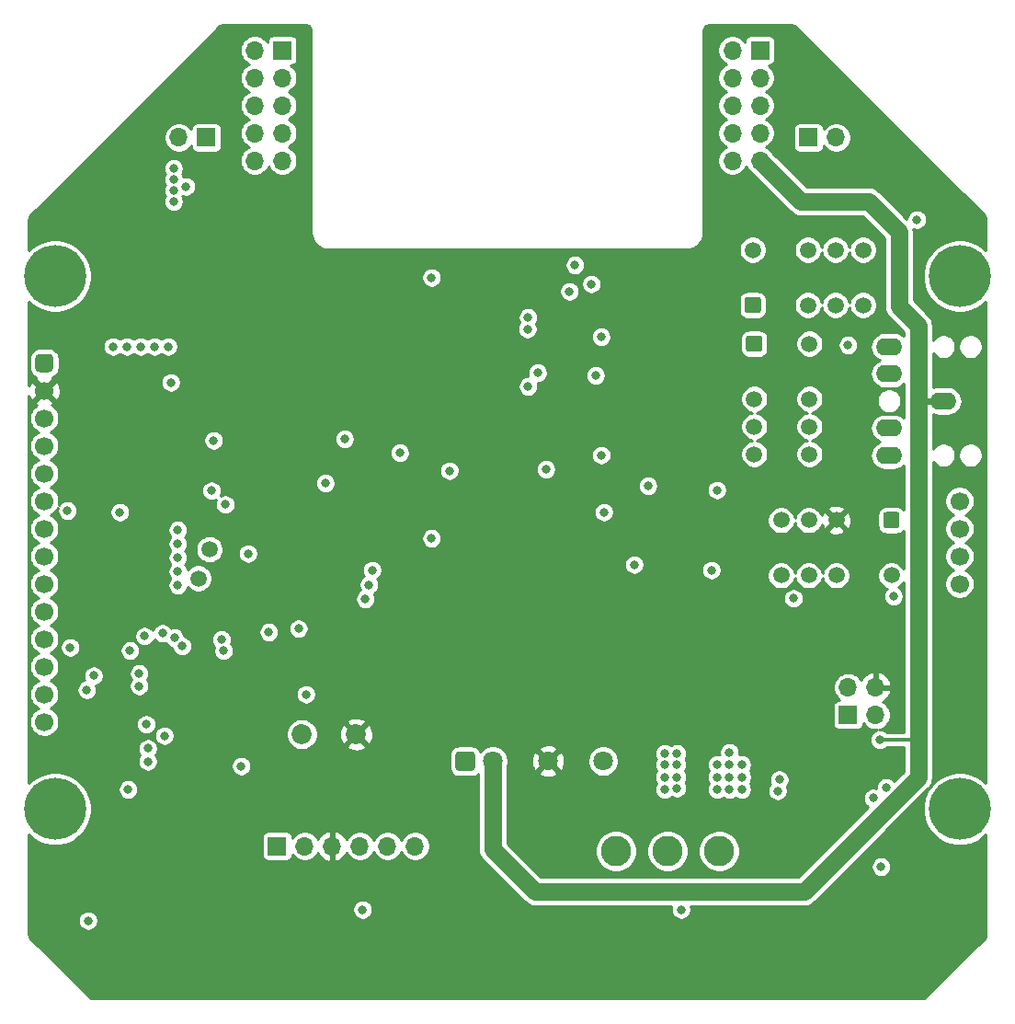
<source format=gbr>
%TF.GenerationSoftware,KiCad,Pcbnew,(5.1.6-0-10_14)*%
%TF.CreationDate,2020-11-20T20:27:55-06:00*%
%TF.ProjectId,Breadboard_DMM,42726561-6462-46f6-9172-645f444d4d2e,rev?*%
%TF.SameCoordinates,Original*%
%TF.FileFunction,Copper,L2,Inr*%
%TF.FilePolarity,Positive*%
%FSLAX46Y46*%
G04 Gerber Fmt 4.6, Leading zero omitted, Abs format (unit mm)*
G04 Created by KiCad (PCBNEW (5.1.6-0-10_14)) date 2020-11-20 20:27:55*
%MOMM*%
%LPD*%
G01*
G04 APERTURE LIST*
%TA.AperFunction,ViaPad*%
%ADD10C,5.700000*%
%TD*%
%TA.AperFunction,ViaPad*%
%ADD11C,1.700000*%
%TD*%
%TA.AperFunction,ViaPad*%
%ADD12C,1.500000*%
%TD*%
%TA.AperFunction,ViaPad*%
%ADD13O,1.700000X1.700000*%
%TD*%
%TA.AperFunction,ViaPad*%
%ADD14R,1.700000X1.700000*%
%TD*%
%TA.AperFunction,ViaPad*%
%ADD15C,1.850000*%
%TD*%
%TA.AperFunction,ViaPad*%
%ADD16C,2.800000*%
%TD*%
%TA.AperFunction,ViaPad*%
%ADD17C,1.800000*%
%TD*%
%TA.AperFunction,ViaPad*%
%ADD18O,2.400000X1.600000*%
%TD*%
%TA.AperFunction,ViaPad*%
%ADD19C,0.800000*%
%TD*%
%TA.AperFunction,Conductor*%
%ADD20C,0.355600*%
%TD*%
%TA.AperFunction,Conductor*%
%ADD21C,0.457200*%
%TD*%
%TA.AperFunction,Conductor*%
%ADD22C,0.609600*%
%TD*%
%TA.AperFunction,Conductor*%
%ADD23C,1.625600*%
%TD*%
%TA.AperFunction,Conductor*%
%ADD24C,0.254000*%
%TD*%
G04 APERTURE END LIST*
D10*
%TO.N,*%
%TO.C,DS701*%
X186310801Y-122194800D03*
X186310801Y-73154800D03*
X103010801Y-73154800D03*
X103010801Y-122194800D03*
D11*
%TO.N,/MCU & Display/SPI_SCK*%
X186310801Y-101484800D03*
%TO.N,/MCU & Display/SPI_MISO*%
X186310801Y-98944800D03*
%TO.N,/MCU & Display/SPI_MOSI*%
X186310801Y-96404800D03*
%TO.N,/MCU & Display/SPI_SD_CS*%
X186310801Y-93864800D03*
%TO.N,Net-(DS701-Pad14)*%
X102010801Y-114174800D03*
%TO.N,Net-(DS701-Pad13)*%
X102010801Y-111634800D03*
%TO.N,Net-(DS701-Pad12)*%
X102010801Y-109094800D03*
%TO.N,Net-(DS701-Pad11)*%
X102010801Y-106554800D03*
%TO.N,Net-(DS701-Pad10)*%
X102010801Y-104014800D03*
%TO.N,/MCU & Display/SPI_MISO*%
X102010801Y-101474800D03*
%TO.N,Net-(DS701-Pad8)*%
X102010801Y-98934800D03*
%TO.N,/MCU & Display/SPI_SCK*%
X102010801Y-96394800D03*
%TO.N,/MCU & Display/SPI_MOSI*%
X102010801Y-93854800D03*
%TO.N,/MCU & Display/LCD_DC*%
X102010801Y-91314800D03*
%TO.N,/MCU & Display/LCD_~RESET~*%
X102010801Y-88774800D03*
%TO.N,/MCU & Display/SPI_LCD_CS*%
X102010801Y-86234800D03*
%TO.N,GND*%
X102010801Y-83694800D03*
%TO.N,+3V3*%
%TA.AperFunction,ViaPad*%
G36*
G01*
X102435801Y-82004800D02*
X101585801Y-82004800D01*
G75*
G02*
X101160801Y-81579800I0J425000D01*
G01*
X101160801Y-80729800D01*
G75*
G02*
X101585801Y-80304800I425000J0D01*
G01*
X102435801Y-80304800D01*
G75*
G02*
X102860801Y-80729800I0J-425000D01*
G01*
X102860801Y-81579800D01*
G75*
G02*
X102435801Y-82004800I-425000J0D01*
G01*
G37*
%TD.AperFunction*%
%TD*%
D12*
%TO.N,Net-(TP702-Pad1)*%
%TO.C,TP702*%
X116205000Y-100965000D03*
%TD*%
%TO.N,Net-(TP701-Pad1)*%
%TO.C,TP701*%
X117221000Y-98298000D03*
%TD*%
D13*
%TO.N,GND*%
%TO.C,J703*%
X178562000Y-110998000D03*
%TO.N,Net-(D702-Pad2)*%
X176022000Y-110998000D03*
%TO.N,/MCU & Display/MCU_PROG_RX*%
X178562000Y-113538000D03*
D14*
%TO.N,/MCU & Display/MCU_PROG_TX*%
X176022000Y-113538000D03*
%TD*%
D15*
%TO.N,GND*%
%TO.C,LS701*%
X130730000Y-115316000D03*
%TO.N,Net-(LS701-Pad1)*%
X125730000Y-115316000D03*
%TD*%
D13*
%TO.N,Net-(J701-Pad6)*%
%TO.C,J701*%
X136144000Y-125603000D03*
%TO.N,/MCU & Display/MCU_NRST*%
X133604000Y-125603000D03*
%TO.N,/MCU & Display/MCU_SWDIO_BOOT0*%
X131064000Y-125603000D03*
%TO.N,GND*%
X128524000Y-125603000D03*
%TO.N,/MCU & Display/MCU_SWCLK*%
X125984000Y-125603000D03*
D14*
%TO.N,Net-(D701-Pad2)*%
X123444000Y-125603000D03*
%TD*%
D12*
%TO.N,Net-(D501-Pad2)*%
%TO.C,K501*%
X167259000Y-70739000D03*
%TO.N,N/C*%
X172339000Y-70739000D03*
X174879000Y-70739000D03*
X177419000Y-70739000D03*
%TO.N,Net-(K501-Pad5)*%
X177419000Y-75819000D03*
%TO.N,/Front End/Calibration Mux/OUTPUT_V+*%
X174879000Y-75819000D03*
%TO.N,/Front End/V+*%
X172339000Y-75819000D03*
%TO.N,+5VA*%
%TA.AperFunction,ViaPad*%
G36*
G01*
X167758500Y-76569000D02*
X166759500Y-76569000D01*
G75*
G02*
X166509000Y-76318500I0J250500D01*
G01*
X166509000Y-75319500D01*
G75*
G02*
X166759500Y-75069000I250500J0D01*
G01*
X167758500Y-75069000D01*
G75*
G02*
X168009000Y-75319500I0J-250500D01*
G01*
X168009000Y-76318500D01*
G75*
G02*
X167758500Y-76569000I-250500J0D01*
G01*
G37*
%TD.AperFunction*%
%TD*%
%TO.N,Net-(D302-Pad2)*%
%TO.C,K301*%
X180022500Y-100693500D03*
%TO.N,/ADC/V-_INPUT*%
X174942500Y-100693500D03*
%TO.N,/ADC/I_SENSE-*%
X172402500Y-100693500D03*
%TO.N,/Front End/CURRENT_SOURCE_-*%
X169862500Y-100693500D03*
%TO.N,/Front End/Calibration Mux/OUTPUT_V+*%
X169862500Y-95613500D03*
%TO.N,/Front End/Ohmeter Current Source/CURRENT_SOURCE_OUT+*%
X172402500Y-95613500D03*
%TO.N,GND*%
X174942500Y-95613500D03*
%TO.N,+5VA*%
%TA.AperFunction,ViaPad*%
G36*
G01*
X179523000Y-94863500D02*
X180522000Y-94863500D01*
G75*
G02*
X180772500Y-95114000I0J-250500D01*
G01*
X180772500Y-96113000D01*
G75*
G02*
X180522000Y-96363500I-250500J0D01*
G01*
X179523000Y-96363500D01*
G75*
G02*
X179272500Y-96113000I0J250500D01*
G01*
X179272500Y-95114000D01*
G75*
G02*
X179523000Y-94863500I250500J0D01*
G01*
G37*
%TD.AperFunction*%
%TD*%
%TO.N,+5VA*%
%TO.C,K302*%
%TA.AperFunction,ViaPad*%
G36*
G01*
X166636000Y-79874500D02*
X166636000Y-78875500D01*
G75*
G02*
X166886500Y-78625000I250500J0D01*
G01*
X167885500Y-78625000D01*
G75*
G02*
X168136000Y-78875500I0J-250500D01*
G01*
X168136000Y-79874500D01*
G75*
G02*
X167885500Y-80125000I-250500J0D01*
G01*
X166886500Y-80125000D01*
G75*
G02*
X166636000Y-79874500I0J250500D01*
G01*
G37*
%TD.AperFunction*%
%TO.N,Net-(K302-Pad3)*%
X167386000Y-84455000D03*
%TO.N,/ADC/V-_INPUT*%
X167386000Y-86995000D03*
%TO.N,Net-(K302-Pad5)*%
X167386000Y-89535000D03*
%TO.N,Net-(K302-Pad8)*%
X172466000Y-89535000D03*
%TO.N,/Front End/Calibration Mux/OUTPUT_V+*%
X172466000Y-86995000D03*
%TO.N,Net-(K302-Pad10)*%
X172466000Y-84455000D03*
%TO.N,Net-(D301-Pad2)*%
X172466000Y-79375000D03*
%TD*%
D16*
%TO.N,/Power Input Protection/V_IN+*%
%TO.C,SW101*%
X154660200Y-126060200D03*
%TO.N,Net-(J101-Pad10)*%
X159410200Y-126060200D03*
%TO.N,Net-(SW101-Pad1)*%
X164160200Y-126060200D03*
%TD*%
D13*
%TO.N,/Front End/I+*%
%TO.C,J302*%
X114390800Y-60399400D03*
D14*
%TO.N,/ADC/I_SENSE-*%
X116930800Y-60399400D03*
%TD*%
D13*
%TO.N,/Front End/V+*%
%TO.C,J301*%
X174930800Y-60399400D03*
D14*
%TO.N,/ADC/I_SENSE-*%
X172390800Y-60399400D03*
%TD*%
D17*
%TO.N,+5VD*%
%TO.C,PS101*%
X153479500Y-117792500D03*
%TO.N,GND*%
X148399500Y-117792500D03*
%TO.N,/V_IN_ISOLATOR*%
%TA.AperFunction,ViaPad*%
G36*
G01*
X141398700Y-118692500D02*
X140160300Y-118692500D01*
G75*
G02*
X139879500Y-118411700I0J280800D01*
G01*
X139879500Y-117173300D01*
G75*
G02*
X140160300Y-116892500I280800J0D01*
G01*
X141398700Y-116892500D01*
G75*
G02*
X141679500Y-117173300I0J-280800D01*
G01*
X141679500Y-118411700D01*
G75*
G02*
X141398700Y-118692500I-280800J0D01*
G01*
G37*
%TD.AperFunction*%
%TO.N,GNDL*%
X143319500Y-117792500D03*
%TD*%
D18*
%TO.N,N/C*%
%TO.C,J702*%
X179810400Y-82145500D03*
X179810400Y-87145500D03*
%TO.N,Net-(J702-PadR)*%
X179810400Y-89645500D03*
%TO.N,Net-(J702-PadT)*%
X179810400Y-79645500D03*
%TO.N,GNDL*%
X184810400Y-84645500D03*
%TD*%
D13*
%TO.N,Net-(J102-Pad10)*%
%TO.C,J102*%
X121390800Y-62529400D03*
%TO.N,Net-(J102-Pad9)*%
X123930800Y-62529400D03*
%TO.N,Net-(J102-Pad8)*%
X121390800Y-59989400D03*
%TO.N,Net-(J102-Pad7)*%
X123930800Y-59989400D03*
%TO.N,Net-(J102-Pad6)*%
X121390800Y-57449400D03*
%TO.N,Net-(J102-Pad5)*%
X123930800Y-57449400D03*
%TO.N,Net-(J102-Pad4)*%
X121390800Y-54909400D03*
%TO.N,Net-(J102-Pad3)*%
X123930800Y-54909400D03*
%TO.N,Net-(J102-Pad2)*%
X121390800Y-52369400D03*
D14*
%TO.N,Net-(J102-Pad1)*%
X123930800Y-52369400D03*
%TD*%
D13*
%TO.N,Net-(J101-Pad10)*%
%TO.C,J101*%
X165390800Y-62529400D03*
%TO.N,GNDL*%
X167930800Y-62529400D03*
%TO.N,Net-(J101-Pad10)*%
X165390800Y-59989400D03*
%TO.N,GNDL*%
X167930800Y-59989400D03*
%TO.N,Net-(J101-Pad10)*%
X165390800Y-57449400D03*
%TO.N,GNDL*%
X167930800Y-57449400D03*
%TO.N,Net-(J101-Pad10)*%
X165390800Y-54909400D03*
%TO.N,GNDL*%
X167930800Y-54909400D03*
%TO.N,Net-(J101-Pad10)*%
X165390800Y-52369400D03*
D14*
%TO.N,GNDL*%
X167930800Y-52369400D03*
%TD*%
D19*
%TO.N,GND*%
X160528000Y-121539000D03*
X160528000Y-123825000D03*
X163576000Y-123825000D03*
X163576000Y-121539000D03*
X176910984Y-106102190D03*
X110363000Y-97917000D03*
X110363000Y-96012000D03*
X112141000Y-93726000D03*
X112119616Y-95648618D03*
X111760000Y-102743000D03*
X117094000Y-86995000D03*
X119714172Y-88311828D03*
X131387800Y-85852000D03*
X118237000Y-80391000D03*
X129413000Y-78740000D03*
X129286000Y-73533000D03*
X142748000Y-72263000D03*
X148082000Y-74491800D03*
X146555109Y-75715041D03*
X140208000Y-74930000D03*
X152781000Y-72263000D03*
X157226000Y-72135995D03*
X161036000Y-74803000D03*
X168783000Y-103632000D03*
X173736000Y-102997000D03*
X178308000Y-102743000D03*
X160638328Y-87011672D03*
X152797672Y-83803328D03*
X143891000Y-90678000D03*
X144526000Y-94107000D03*
X139319000Y-89789000D03*
X137667994Y-95377000D03*
X131953000Y-82804000D03*
X136652000Y-81026000D03*
X159004000Y-94869000D03*
X163322000Y-99060000D03*
X168751210Y-116967000D03*
X183007000Y-64770000D03*
X143891000Y-80137000D03*
X120396000Y-73475800D03*
X126111000Y-73469500D03*
X108966000Y-99314000D03*
X111760000Y-100584000D03*
X169926000Y-122809004D03*
X115570000Y-95885000D03*
X132969000Y-89408000D03*
X116967000Y-78105000D03*
X161925000Y-87376000D03*
X158115000Y-112014000D03*
X166497000Y-112903000D03*
X153035000Y-74930004D03*
X129540000Y-92202000D03*
X115570000Y-84201000D03*
X118110000Y-113157000D03*
X101854000Y-129286000D03*
X101854000Y-133604000D03*
X131572000Y-136652000D03*
X161163000Y-136779000D03*
X126536410Y-92202000D03*
%TO.N,+5VD*%
X125412500Y-105600500D03*
X117411500Y-92900500D03*
X118682201Y-94171201D03*
X127889000Y-92201994D03*
X117602000Y-88265002D03*
%TO.N,+5VA*%
X150368000Y-74549000D03*
X152781000Y-82296000D03*
X165100000Y-116967000D03*
X165100000Y-118110000D03*
X163957000Y-118110000D03*
X163957000Y-119253000D03*
X165100000Y-119253000D03*
X165100000Y-120396000D03*
X163957000Y-120396000D03*
X137668000Y-97282000D03*
X129667000Y-88138000D03*
X148209000Y-90932000D03*
X159131000Y-120396000D03*
X159131000Y-119253000D03*
X159131000Y-118110000D03*
X159131000Y-117094000D03*
X160274000Y-117094000D03*
X160274000Y-118110000D03*
X160274000Y-119253000D03*
X160274000Y-120269000D03*
X166243000Y-118110000D03*
X166243000Y-119253000D03*
X166243000Y-120396000D03*
X182372000Y-67945000D03*
X134747000Y-89408000D03*
X139319000Y-91059000D03*
X163449000Y-100203000D03*
X156343651Y-99707150D03*
X153289003Y-78740003D03*
X113664996Y-82931000D03*
%TO.N,+3V3*%
X122682000Y-105918000D03*
X114300000Y-99060000D03*
X114300000Y-96520000D03*
X114300000Y-101600000D03*
X114300000Y-100330000D03*
X114300000Y-97790000D03*
X120777000Y-98679000D03*
X112884542Y-106038078D03*
X105925488Y-111239745D03*
X179070000Y-127508000D03*
X111543500Y-117818500D03*
X109728000Y-120396000D03*
X106045000Y-132461000D03*
X160655000Y-131445000D03*
X131318000Y-131445000D03*
%TO.N,VREF_4.096V*%
X146563500Y-83306500D03*
X146494625Y-78019590D03*
%TO.N,/MCU & Display/MCU_NRST*%
X126111000Y-111633000D03*
X111236597Y-106283597D03*
%TO.N,Net-(D301-Pad2)*%
X176022000Y-79502000D03*
%TO.N,Net-(D401-Pad2)*%
X153543694Y-94884228D03*
X153300138Y-89628657D03*
%TO.N,Net-(D601-Pad2)*%
X108331000Y-79629000D03*
X109601000Y-79629000D03*
X110871000Y-79629000D03*
X112141000Y-79629000D03*
X113411000Y-79629000D03*
X115062000Y-64897000D03*
X113919000Y-63246000D03*
X113919000Y-64262000D03*
X113919000Y-65278000D03*
X113919000Y-66294000D03*
%TO.N,Net-(J702-PadR)*%
X178336744Y-121196189D03*
%TO.N,Net-(J702-PadT)*%
X179514497Y-120205503D03*
%TO.N,/MCU & Display/MCU_PROG_RX*%
X113069811Y-115442991D03*
%TO.N,/MCU & Display/MCU_PROG_TX*%
X111396803Y-114391491D03*
%TO.N,/ADC/V-_INPUT*%
X147447000Y-82042000D03*
X146558010Y-76962000D03*
%TO.N,Net-(LS701-Pad1)*%
X120141992Y-118237000D03*
%TO.N,/Front End/METER_CURRENT_SOURCE_ON*%
X180213000Y-102616000D03*
X170998500Y-102813500D03*
%TO.N,/Front End/SET_CURRENT_SOURCE_A*%
X113995752Y-106416730D03*
X157607000Y-92455996D03*
%TO.N,/Front End/SET_CURRENT_SOURCE_B*%
X114695816Y-107204671D03*
X163957000Y-92837000D03*
%TO.N,/Front End/CALIBRATE_MUX_~A*%
X137668000Y-73278994D03*
X131571996Y-102870000D03*
%TO.N,/Front End/CALIBRATE_RELAY_ON*%
X132207001Y-100203001D03*
X152391122Y-73884426D03*
%TO.N,/Front End/CALIBRATE_MUX_~B*%
X150875996Y-72135996D03*
X131925646Y-101572644D03*
%TO.N,Net-(R712-Pad2)*%
X108966000Y-94868992D03*
%TO.N,/MCU & Display/MCU_TX*%
X118524638Y-107638588D03*
X169545008Y-120535778D03*
%TO.N,/MCU & Display/MCU_RX*%
X118334272Y-106597410D03*
X169692388Y-119492121D03*
%TO.N,/MCU & Display/SPI_SCK*%
X109903104Y-107617104D03*
%TO.N,/MCU & Display/SPI_MISO*%
X110744000Y-109728000D03*
%TO.N,/MCU & Display/SPI_MOSI*%
X106553000Y-109924808D03*
X110744000Y-110871000D03*
%TO.N,/MCU & Display/SPI_SD_CS*%
X111547664Y-116610384D03*
%TO.N,/MCU & Display/SPI_LCD_CS*%
X104140000Y-94742000D03*
%TO.N,GNDL*%
X178943000Y-115824000D03*
X178688994Y-122809000D03*
%TO.N,Net-(DS701-Pad8)*%
X104394000Y-107315000D03*
%TD*%
D20*
%TO.N,GND*%
X117094000Y-86995000D02*
X119507000Y-86995000D01*
X119507000Y-86995000D02*
X119634000Y-87122000D01*
X119634000Y-87122000D02*
X119761000Y-86995000D01*
X127127000Y-73533000D02*
X125857004Y-74802996D01*
X125857004Y-74802996D02*
X125857000Y-74802996D01*
D21*
%TO.N,GNDL*%
X182880010Y-116967010D02*
X182880000Y-116967000D01*
D22*
X184810400Y-84645500D02*
X182689500Y-84645500D01*
X182689500Y-84645500D02*
X182499000Y-84455000D01*
D23*
X171704000Y-66294000D02*
X177927000Y-66294000D01*
X167939400Y-62529400D02*
X171704000Y-66294000D01*
X167930800Y-62529400D02*
X167939400Y-62529400D01*
X182499000Y-116967000D02*
X182499000Y-119310693D01*
X182499000Y-119310693D02*
X179000693Y-122809000D01*
X147199399Y-129800399D02*
X172009294Y-129800399D01*
X143319500Y-125920500D02*
X147199399Y-129800399D01*
X172009294Y-129800399D02*
X179000693Y-122809000D01*
X143319500Y-117792500D02*
X143319500Y-125920500D01*
D20*
X182372000Y-115824000D02*
X182499000Y-115697000D01*
X178943000Y-115824000D02*
X182372000Y-115824000D01*
D23*
X182499000Y-115697000D02*
X182499000Y-84455000D01*
X182499000Y-116967000D02*
X182499000Y-115697000D01*
X180721000Y-75946000D02*
X182499000Y-77724000D01*
X180721000Y-69088000D02*
X180721000Y-75946000D01*
X182499000Y-77724000D02*
X182499000Y-84455000D01*
X177927000Y-66294000D02*
X180721000Y-69088000D01*
%TD*%
D24*
%TO.N,GND*%
G36*
X126241026Y-50088514D02*
G01*
X126318403Y-50111906D01*
X126389757Y-50149879D01*
X126452377Y-50200989D01*
X126503880Y-50263291D01*
X126542300Y-50334408D01*
X126566174Y-50411633D01*
X126577400Y-50518820D01*
X126577401Y-69158052D01*
X126579844Y-69182857D01*
X126579804Y-69188318D01*
X126580596Y-69196425D01*
X126600933Y-69390600D01*
X126611541Y-69442373D01*
X126621435Y-69494344D01*
X126623787Y-69502143D01*
X126681452Y-69688669D01*
X126701915Y-69737399D01*
X126721714Y-69786454D01*
X126725536Y-69793648D01*
X126818333Y-69965422D01*
X126847889Y-70009274D01*
X126876821Y-70053523D01*
X126881967Y-70059838D01*
X127006360Y-70210315D01*
X127043843Y-70247565D01*
X127080850Y-70285382D01*
X127087125Y-70290577D01*
X127238378Y-70414027D01*
X127282396Y-70443295D01*
X127326025Y-70473192D01*
X127333189Y-70477069D01*
X127505539Y-70568790D01*
X127554407Y-70588953D01*
X127603011Y-70609806D01*
X127610792Y-70612218D01*
X127797676Y-70668716D01*
X127849557Y-70679008D01*
X127901257Y-70690017D01*
X127909358Y-70690872D01*
X128103657Y-70709995D01*
X128103668Y-70709995D01*
X128132148Y-70712800D01*
X161189452Y-70712800D01*
X161214267Y-70710356D01*
X161219718Y-70710396D01*
X161227825Y-70709604D01*
X161422000Y-70689267D01*
X161473773Y-70678659D01*
X161525744Y-70668765D01*
X161533543Y-70666413D01*
X161707622Y-70612596D01*
X165975600Y-70612596D01*
X165975600Y-70865404D01*
X166024920Y-71113354D01*
X166121666Y-71346918D01*
X166262118Y-71557120D01*
X166440880Y-71735882D01*
X166651082Y-71876334D01*
X166884646Y-71973080D01*
X167132596Y-72022400D01*
X167385404Y-72022400D01*
X167633354Y-71973080D01*
X167866918Y-71876334D01*
X168077120Y-71735882D01*
X168255882Y-71557120D01*
X168396334Y-71346918D01*
X168493080Y-71113354D01*
X168542400Y-70865404D01*
X168542400Y-70612596D01*
X171055600Y-70612596D01*
X171055600Y-70865404D01*
X171104920Y-71113354D01*
X171201666Y-71346918D01*
X171342118Y-71557120D01*
X171520880Y-71735882D01*
X171731082Y-71876334D01*
X171964646Y-71973080D01*
X172212596Y-72022400D01*
X172465404Y-72022400D01*
X172713354Y-71973080D01*
X172946918Y-71876334D01*
X173157120Y-71735882D01*
X173335882Y-71557120D01*
X173476334Y-71346918D01*
X173573080Y-71113354D01*
X173609000Y-70932771D01*
X173644920Y-71113354D01*
X173741666Y-71346918D01*
X173882118Y-71557120D01*
X174060880Y-71735882D01*
X174271082Y-71876334D01*
X174504646Y-71973080D01*
X174752596Y-72022400D01*
X175005404Y-72022400D01*
X175253354Y-71973080D01*
X175486918Y-71876334D01*
X175697120Y-71735882D01*
X175875882Y-71557120D01*
X176016334Y-71346918D01*
X176113080Y-71113354D01*
X176149000Y-70932771D01*
X176184920Y-71113354D01*
X176281666Y-71346918D01*
X176422118Y-71557120D01*
X176600880Y-71735882D01*
X176811082Y-71876334D01*
X177044646Y-71973080D01*
X177292596Y-72022400D01*
X177545404Y-72022400D01*
X177793354Y-71973080D01*
X178026918Y-71876334D01*
X178237120Y-71735882D01*
X178415882Y-71557120D01*
X178556334Y-71346918D01*
X178653080Y-71113354D01*
X178702400Y-70865404D01*
X178702400Y-70612596D01*
X178653080Y-70364646D01*
X178556334Y-70131082D01*
X178415882Y-69920880D01*
X178237120Y-69742118D01*
X178026918Y-69601666D01*
X177793354Y-69504920D01*
X177545404Y-69455600D01*
X177292596Y-69455600D01*
X177044646Y-69504920D01*
X176811082Y-69601666D01*
X176600880Y-69742118D01*
X176422118Y-69920880D01*
X176281666Y-70131082D01*
X176184920Y-70364646D01*
X176149000Y-70545229D01*
X176113080Y-70364646D01*
X176016334Y-70131082D01*
X175875882Y-69920880D01*
X175697120Y-69742118D01*
X175486918Y-69601666D01*
X175253354Y-69504920D01*
X175005404Y-69455600D01*
X174752596Y-69455600D01*
X174504646Y-69504920D01*
X174271082Y-69601666D01*
X174060880Y-69742118D01*
X173882118Y-69920880D01*
X173741666Y-70131082D01*
X173644920Y-70364646D01*
X173609000Y-70545229D01*
X173573080Y-70364646D01*
X173476334Y-70131082D01*
X173335882Y-69920880D01*
X173157120Y-69742118D01*
X172946918Y-69601666D01*
X172713354Y-69504920D01*
X172465404Y-69455600D01*
X172212596Y-69455600D01*
X171964646Y-69504920D01*
X171731082Y-69601666D01*
X171520880Y-69742118D01*
X171342118Y-69920880D01*
X171201666Y-70131082D01*
X171104920Y-70364646D01*
X171055600Y-70612596D01*
X168542400Y-70612596D01*
X168493080Y-70364646D01*
X168396334Y-70131082D01*
X168255882Y-69920880D01*
X168077120Y-69742118D01*
X167866918Y-69601666D01*
X167633354Y-69504920D01*
X167385404Y-69455600D01*
X167132596Y-69455600D01*
X166884646Y-69504920D01*
X166651082Y-69601666D01*
X166440880Y-69742118D01*
X166262118Y-69920880D01*
X166121666Y-70131082D01*
X166024920Y-70364646D01*
X165975600Y-70612596D01*
X161707622Y-70612596D01*
X161720069Y-70608748D01*
X161768799Y-70588285D01*
X161817854Y-70568486D01*
X161825048Y-70564664D01*
X161996822Y-70471867D01*
X162040682Y-70442306D01*
X162084925Y-70413378D01*
X162091240Y-70408232D01*
X162241717Y-70283838D01*
X162278985Y-70246336D01*
X162316782Y-70209349D01*
X162321977Y-70203074D01*
X162445427Y-70051821D01*
X162474695Y-70007803D01*
X162504592Y-69964174D01*
X162508469Y-69957010D01*
X162600190Y-69784660D01*
X162620353Y-69735792D01*
X162641206Y-69687188D01*
X162643618Y-69679407D01*
X162700116Y-69492523D01*
X162710410Y-69440630D01*
X162721417Y-69388939D01*
X162722272Y-69380838D01*
X162741394Y-69186539D01*
X162744200Y-69158052D01*
X162744200Y-50523033D01*
X162754914Y-50414173D01*
X162778306Y-50336796D01*
X162816279Y-50265442D01*
X162867389Y-50202822D01*
X162929691Y-50151319D01*
X163000809Y-50112900D01*
X163078034Y-50089026D01*
X163185220Y-50077800D01*
X170868263Y-50077800D01*
X170977071Y-50088470D01*
X171054297Y-50111787D01*
X171125516Y-50149656D01*
X171209508Y-50218160D01*
X188585174Y-67593827D01*
X188654665Y-67678365D01*
X188692808Y-67749443D01*
X188716420Y-67826577D01*
X188727400Y-67934296D01*
X188727400Y-70786548D01*
X188467593Y-70526741D01*
X187913442Y-70156470D01*
X187297702Y-69901422D01*
X186644037Y-69771400D01*
X185977565Y-69771400D01*
X185323900Y-69901422D01*
X184708160Y-70156470D01*
X184154009Y-70526741D01*
X183682742Y-70998008D01*
X183312471Y-71552159D01*
X183057423Y-72167899D01*
X182927401Y-72821564D01*
X182927401Y-73488036D01*
X183057423Y-74141701D01*
X183312471Y-74757441D01*
X183682742Y-75311592D01*
X184154009Y-75782859D01*
X184708160Y-76153130D01*
X185323900Y-76408178D01*
X185977565Y-76538200D01*
X186644037Y-76538200D01*
X187297702Y-76408178D01*
X187913442Y-76153130D01*
X188467593Y-75782859D01*
X188727400Y-75523052D01*
X188727401Y-119826549D01*
X188467593Y-119566741D01*
X187913442Y-119196470D01*
X187297702Y-118941422D01*
X186644037Y-118811400D01*
X185977565Y-118811400D01*
X185323900Y-118941422D01*
X184708160Y-119196470D01*
X184154009Y-119566741D01*
X183682742Y-120038008D01*
X183312471Y-120592159D01*
X183057423Y-121207899D01*
X182927401Y-121861564D01*
X182927401Y-122528036D01*
X183057423Y-123181701D01*
X183312471Y-123797441D01*
X183682742Y-124351592D01*
X184154009Y-124822859D01*
X184708160Y-125193130D01*
X185323900Y-125448178D01*
X185977565Y-125578200D01*
X186644037Y-125578200D01*
X187297702Y-125448178D01*
X187913442Y-125193130D01*
X188467593Y-124822859D01*
X188727401Y-124563051D01*
X188727401Y-133752253D01*
X188716730Y-133861070D01*
X188693412Y-133938298D01*
X188655542Y-134009518D01*
X188587041Y-134093507D01*
X183211380Y-139469168D01*
X183126832Y-139538666D01*
X183055759Y-139576807D01*
X182978626Y-139600419D01*
X182870903Y-139611400D01*
X106453337Y-139611400D01*
X106344530Y-139600730D01*
X106267302Y-139577412D01*
X106196082Y-139539542D01*
X106112093Y-139471041D01*
X100736432Y-134095380D01*
X100666934Y-134010832D01*
X100628793Y-133939759D01*
X100605181Y-133862626D01*
X100594200Y-133754903D01*
X100594200Y-132369068D01*
X105111600Y-132369068D01*
X105111600Y-132552932D01*
X105147470Y-132733263D01*
X105217832Y-132903131D01*
X105319981Y-133056008D01*
X105449992Y-133186019D01*
X105602869Y-133288168D01*
X105772737Y-133358530D01*
X105953068Y-133394400D01*
X106136932Y-133394400D01*
X106317263Y-133358530D01*
X106487131Y-133288168D01*
X106640008Y-133186019D01*
X106770019Y-133056008D01*
X106872168Y-132903131D01*
X106942530Y-132733263D01*
X106978400Y-132552932D01*
X106978400Y-132369068D01*
X106942530Y-132188737D01*
X106872168Y-132018869D01*
X106770019Y-131865992D01*
X106640008Y-131735981D01*
X106487131Y-131633832D01*
X106317263Y-131563470D01*
X106136932Y-131527600D01*
X105953068Y-131527600D01*
X105772737Y-131563470D01*
X105602869Y-131633832D01*
X105449992Y-131735981D01*
X105319981Y-131865992D01*
X105217832Y-132018869D01*
X105147470Y-132188737D01*
X105111600Y-132369068D01*
X100594200Y-132369068D01*
X100594200Y-131353068D01*
X130384600Y-131353068D01*
X130384600Y-131536932D01*
X130420470Y-131717263D01*
X130490832Y-131887131D01*
X130592981Y-132040008D01*
X130722992Y-132170019D01*
X130875869Y-132272168D01*
X131045737Y-132342530D01*
X131226068Y-132378400D01*
X131409932Y-132378400D01*
X131590263Y-132342530D01*
X131760131Y-132272168D01*
X131913008Y-132170019D01*
X132043019Y-132040008D01*
X132145168Y-131887131D01*
X132215530Y-131717263D01*
X132251400Y-131536932D01*
X132251400Y-131353068D01*
X132215530Y-131172737D01*
X132145168Y-131002869D01*
X132043019Y-130849992D01*
X131913008Y-130719981D01*
X131760131Y-130617832D01*
X131590263Y-130547470D01*
X131409932Y-130511600D01*
X131226068Y-130511600D01*
X131045737Y-130547470D01*
X130875869Y-130617832D01*
X130722992Y-130719981D01*
X130592981Y-130849992D01*
X130490832Y-131002869D01*
X130420470Y-131172737D01*
X130384600Y-131353068D01*
X100594200Y-131353068D01*
X100594200Y-124563050D01*
X100854009Y-124822859D01*
X101408160Y-125193130D01*
X102023900Y-125448178D01*
X102677565Y-125578200D01*
X103344037Y-125578200D01*
X103997702Y-125448178D01*
X104613442Y-125193130D01*
X105167593Y-124822859D01*
X105237452Y-124753000D01*
X122058020Y-124753000D01*
X122058020Y-126453000D01*
X122068319Y-126557565D01*
X122098819Y-126658111D01*
X122148349Y-126750775D01*
X122215005Y-126831995D01*
X122296225Y-126898651D01*
X122388889Y-126948181D01*
X122489435Y-126978681D01*
X122594000Y-126988980D01*
X124294000Y-126988980D01*
X124398565Y-126978681D01*
X124499111Y-126948181D01*
X124591775Y-126898651D01*
X124672995Y-126831995D01*
X124739651Y-126750775D01*
X124789181Y-126658111D01*
X124819681Y-126557565D01*
X124829980Y-126453000D01*
X124829980Y-126365941D01*
X124909443Y-126484866D01*
X125102134Y-126677557D01*
X125328714Y-126828953D01*
X125580477Y-126933237D01*
X125847747Y-126986400D01*
X126120253Y-126986400D01*
X126387523Y-126933237D01*
X126639286Y-126828953D01*
X126865866Y-126677557D01*
X127058557Y-126484866D01*
X127201603Y-126270782D01*
X127328822Y-126484355D01*
X127523731Y-126700588D01*
X127757080Y-126874641D01*
X128019901Y-126999825D01*
X128167110Y-127044476D01*
X128397000Y-126923155D01*
X128397000Y-125730000D01*
X128377000Y-125730000D01*
X128377000Y-125476000D01*
X128397000Y-125476000D01*
X128397000Y-124282845D01*
X128651000Y-124282845D01*
X128651000Y-125476000D01*
X128671000Y-125476000D01*
X128671000Y-125730000D01*
X128651000Y-125730000D01*
X128651000Y-126923155D01*
X128880890Y-127044476D01*
X129028099Y-126999825D01*
X129290920Y-126874641D01*
X129524269Y-126700588D01*
X129719178Y-126484355D01*
X129846397Y-126270782D01*
X129989443Y-126484866D01*
X130182134Y-126677557D01*
X130408714Y-126828953D01*
X130660477Y-126933237D01*
X130927747Y-126986400D01*
X131200253Y-126986400D01*
X131467523Y-126933237D01*
X131719286Y-126828953D01*
X131945866Y-126677557D01*
X132138557Y-126484866D01*
X132289953Y-126258286D01*
X132334000Y-126151947D01*
X132378047Y-126258286D01*
X132529443Y-126484866D01*
X132722134Y-126677557D01*
X132948714Y-126828953D01*
X133200477Y-126933237D01*
X133467747Y-126986400D01*
X133740253Y-126986400D01*
X134007523Y-126933237D01*
X134259286Y-126828953D01*
X134485866Y-126677557D01*
X134678557Y-126484866D01*
X134829953Y-126258286D01*
X134874000Y-126151947D01*
X134918047Y-126258286D01*
X135069443Y-126484866D01*
X135262134Y-126677557D01*
X135488714Y-126828953D01*
X135740477Y-126933237D01*
X136007747Y-126986400D01*
X136280253Y-126986400D01*
X136547523Y-126933237D01*
X136799286Y-126828953D01*
X137025866Y-126677557D01*
X137218557Y-126484866D01*
X137369953Y-126258286D01*
X137474237Y-126006523D01*
X137527400Y-125739253D01*
X137527400Y-125466747D01*
X137474237Y-125199477D01*
X137369953Y-124947714D01*
X137218557Y-124721134D01*
X137025866Y-124528443D01*
X136799286Y-124377047D01*
X136547523Y-124272763D01*
X136280253Y-124219600D01*
X136007747Y-124219600D01*
X135740477Y-124272763D01*
X135488714Y-124377047D01*
X135262134Y-124528443D01*
X135069443Y-124721134D01*
X134918047Y-124947714D01*
X134874000Y-125054053D01*
X134829953Y-124947714D01*
X134678557Y-124721134D01*
X134485866Y-124528443D01*
X134259286Y-124377047D01*
X134007523Y-124272763D01*
X133740253Y-124219600D01*
X133467747Y-124219600D01*
X133200477Y-124272763D01*
X132948714Y-124377047D01*
X132722134Y-124528443D01*
X132529443Y-124721134D01*
X132378047Y-124947714D01*
X132334000Y-125054053D01*
X132289953Y-124947714D01*
X132138557Y-124721134D01*
X131945866Y-124528443D01*
X131719286Y-124377047D01*
X131467523Y-124272763D01*
X131200253Y-124219600D01*
X130927747Y-124219600D01*
X130660477Y-124272763D01*
X130408714Y-124377047D01*
X130182134Y-124528443D01*
X129989443Y-124721134D01*
X129846397Y-124935218D01*
X129719178Y-124721645D01*
X129524269Y-124505412D01*
X129290920Y-124331359D01*
X129028099Y-124206175D01*
X128880890Y-124161524D01*
X128651000Y-124282845D01*
X128397000Y-124282845D01*
X128167110Y-124161524D01*
X128019901Y-124206175D01*
X127757080Y-124331359D01*
X127523731Y-124505412D01*
X127328822Y-124721645D01*
X127201603Y-124935218D01*
X127058557Y-124721134D01*
X126865866Y-124528443D01*
X126639286Y-124377047D01*
X126387523Y-124272763D01*
X126120253Y-124219600D01*
X125847747Y-124219600D01*
X125580477Y-124272763D01*
X125328714Y-124377047D01*
X125102134Y-124528443D01*
X124909443Y-124721134D01*
X124829980Y-124840059D01*
X124829980Y-124753000D01*
X124819681Y-124648435D01*
X124789181Y-124547889D01*
X124739651Y-124455225D01*
X124672995Y-124374005D01*
X124591775Y-124307349D01*
X124499111Y-124257819D01*
X124398565Y-124227319D01*
X124294000Y-124217020D01*
X122594000Y-124217020D01*
X122489435Y-124227319D01*
X122388889Y-124257819D01*
X122296225Y-124307349D01*
X122215005Y-124374005D01*
X122148349Y-124455225D01*
X122098819Y-124547889D01*
X122068319Y-124648435D01*
X122058020Y-124753000D01*
X105237452Y-124753000D01*
X105638860Y-124351592D01*
X106009131Y-123797441D01*
X106264179Y-123181701D01*
X106394201Y-122528036D01*
X106394201Y-121861564D01*
X106264179Y-121207899D01*
X106009131Y-120592159D01*
X105816636Y-120304068D01*
X108794600Y-120304068D01*
X108794600Y-120487932D01*
X108830470Y-120668263D01*
X108900832Y-120838131D01*
X109002981Y-120991008D01*
X109132992Y-121121019D01*
X109285869Y-121223168D01*
X109455737Y-121293530D01*
X109636068Y-121329400D01*
X109819932Y-121329400D01*
X110000263Y-121293530D01*
X110170131Y-121223168D01*
X110323008Y-121121019D01*
X110453019Y-120991008D01*
X110555168Y-120838131D01*
X110625530Y-120668263D01*
X110661400Y-120487932D01*
X110661400Y-120304068D01*
X110625530Y-120123737D01*
X110555168Y-119953869D01*
X110453019Y-119800992D01*
X110323008Y-119670981D01*
X110170131Y-119568832D01*
X110000263Y-119498470D01*
X109819932Y-119462600D01*
X109636068Y-119462600D01*
X109455737Y-119498470D01*
X109285869Y-119568832D01*
X109132992Y-119670981D01*
X109002981Y-119800992D01*
X108900832Y-119953869D01*
X108830470Y-120123737D01*
X108794600Y-120304068D01*
X105816636Y-120304068D01*
X105638860Y-120038008D01*
X105167593Y-119566741D01*
X104613442Y-119196470D01*
X103997702Y-118941422D01*
X103344037Y-118811400D01*
X102677565Y-118811400D01*
X102023900Y-118941422D01*
X101408160Y-119196470D01*
X100854009Y-119566741D01*
X100594200Y-119826550D01*
X100594200Y-117726568D01*
X110610100Y-117726568D01*
X110610100Y-117910432D01*
X110645970Y-118090763D01*
X110716332Y-118260631D01*
X110818481Y-118413508D01*
X110948492Y-118543519D01*
X111101369Y-118645668D01*
X111271237Y-118716030D01*
X111451568Y-118751900D01*
X111635432Y-118751900D01*
X111815763Y-118716030D01*
X111985631Y-118645668D01*
X112138508Y-118543519D01*
X112268519Y-118413508D01*
X112370668Y-118260631D01*
X112418536Y-118145068D01*
X119208592Y-118145068D01*
X119208592Y-118328932D01*
X119244462Y-118509263D01*
X119314824Y-118679131D01*
X119416973Y-118832008D01*
X119546984Y-118962019D01*
X119699861Y-119064168D01*
X119869729Y-119134530D01*
X120050060Y-119170400D01*
X120233924Y-119170400D01*
X120414255Y-119134530D01*
X120584123Y-119064168D01*
X120737000Y-118962019D01*
X120867011Y-118832008D01*
X120969160Y-118679131D01*
X121039522Y-118509263D01*
X121075392Y-118328932D01*
X121075392Y-118145068D01*
X121039522Y-117964737D01*
X120969160Y-117794869D01*
X120867011Y-117641992D01*
X120737000Y-117511981D01*
X120584123Y-117409832D01*
X120414255Y-117339470D01*
X120233924Y-117303600D01*
X120050060Y-117303600D01*
X119869729Y-117339470D01*
X119699861Y-117409832D01*
X119546984Y-117511981D01*
X119416973Y-117641992D01*
X119314824Y-117794869D01*
X119244462Y-117964737D01*
X119208592Y-118145068D01*
X112418536Y-118145068D01*
X112441030Y-118090763D01*
X112476900Y-117910432D01*
X112476900Y-117726568D01*
X112441030Y-117546237D01*
X112370668Y-117376369D01*
X112268519Y-117223492D01*
X112261551Y-117216524D01*
X112272683Y-117205392D01*
X112294126Y-117173300D01*
X139343520Y-117173300D01*
X139343520Y-118411700D01*
X139359214Y-118571046D01*
X139405694Y-118724268D01*
X139481172Y-118865479D01*
X139582749Y-118989251D01*
X139706521Y-119090828D01*
X139847732Y-119166306D01*
X140000954Y-119212786D01*
X140160300Y-119228480D01*
X141398700Y-119228480D01*
X141558046Y-119212786D01*
X141711268Y-119166306D01*
X141852479Y-119090828D01*
X141973300Y-118991673D01*
X141973301Y-125854362D01*
X141966787Y-125920500D01*
X141992779Y-126184401D01*
X142069756Y-126438160D01*
X142094448Y-126484355D01*
X142194761Y-126672027D01*
X142362988Y-126877013D01*
X142414358Y-126919171D01*
X146200727Y-130705541D01*
X146242886Y-130756912D01*
X146447872Y-130925139D01*
X146593295Y-131002869D01*
X146681738Y-131050143D01*
X146935497Y-131127120D01*
X147199399Y-131153112D01*
X147265527Y-131146599D01*
X159768297Y-131146599D01*
X159757470Y-131172737D01*
X159721600Y-131353068D01*
X159721600Y-131536932D01*
X159757470Y-131717263D01*
X159827832Y-131887131D01*
X159929981Y-132040008D01*
X160059992Y-132170019D01*
X160212869Y-132272168D01*
X160382737Y-132342530D01*
X160563068Y-132378400D01*
X160746932Y-132378400D01*
X160927263Y-132342530D01*
X161097131Y-132272168D01*
X161250008Y-132170019D01*
X161380019Y-132040008D01*
X161482168Y-131887131D01*
X161552530Y-131717263D01*
X161588400Y-131536932D01*
X161588400Y-131353068D01*
X161552530Y-131172737D01*
X161541703Y-131146599D01*
X171943166Y-131146599D01*
X172009294Y-131153112D01*
X172273195Y-131127120D01*
X172526955Y-131050143D01*
X172760821Y-130925139D01*
X172965807Y-130756912D01*
X173007970Y-130705536D01*
X176297438Y-127416068D01*
X178136600Y-127416068D01*
X178136600Y-127599932D01*
X178172470Y-127780263D01*
X178242832Y-127950131D01*
X178344981Y-128103008D01*
X178474992Y-128233019D01*
X178627869Y-128335168D01*
X178797737Y-128405530D01*
X178978068Y-128441400D01*
X179161932Y-128441400D01*
X179342263Y-128405530D01*
X179512131Y-128335168D01*
X179665008Y-128233019D01*
X179795019Y-128103008D01*
X179897168Y-127950131D01*
X179967530Y-127780263D01*
X180003400Y-127599932D01*
X180003400Y-127416068D01*
X179967530Y-127235737D01*
X179897168Y-127065869D01*
X179795019Y-126912992D01*
X179665008Y-126782981D01*
X179512131Y-126680832D01*
X179342263Y-126610470D01*
X179161932Y-126574600D01*
X178978068Y-126574600D01*
X178797737Y-126610470D01*
X178627869Y-126680832D01*
X178474992Y-126782981D01*
X178344981Y-126912992D01*
X178242832Y-127065869D01*
X178172470Y-127235737D01*
X178136600Y-127416068D01*
X176297438Y-127416068D01*
X179999359Y-123714148D01*
X179999363Y-123714143D01*
X183404142Y-120309365D01*
X183455513Y-120267206D01*
X183623740Y-120062220D01*
X183748744Y-119828354D01*
X183825721Y-119574594D01*
X183845200Y-119376821D01*
X183845200Y-119376819D01*
X183851713Y-119310694D01*
X183845200Y-119244569D01*
X183845200Y-93728547D01*
X184927401Y-93728547D01*
X184927401Y-94001053D01*
X184980564Y-94268323D01*
X185084848Y-94520086D01*
X185236244Y-94746666D01*
X185428935Y-94939357D01*
X185655515Y-95090753D01*
X185761854Y-95134800D01*
X185655515Y-95178847D01*
X185428935Y-95330243D01*
X185236244Y-95522934D01*
X185084848Y-95749514D01*
X184980564Y-96001277D01*
X184927401Y-96268547D01*
X184927401Y-96541053D01*
X184980564Y-96808323D01*
X185084848Y-97060086D01*
X185236244Y-97286666D01*
X185428935Y-97479357D01*
X185655515Y-97630753D01*
X185761854Y-97674800D01*
X185655515Y-97718847D01*
X185428935Y-97870243D01*
X185236244Y-98062934D01*
X185084848Y-98289514D01*
X184980564Y-98541277D01*
X184927401Y-98808547D01*
X184927401Y-99081053D01*
X184980564Y-99348323D01*
X185084848Y-99600086D01*
X185236244Y-99826666D01*
X185428935Y-100019357D01*
X185655515Y-100170753D01*
X185761854Y-100214800D01*
X185655515Y-100258847D01*
X185428935Y-100410243D01*
X185236244Y-100602934D01*
X185084848Y-100829514D01*
X184980564Y-101081277D01*
X184927401Y-101348547D01*
X184927401Y-101621053D01*
X184980564Y-101888323D01*
X185084848Y-102140086D01*
X185236244Y-102366666D01*
X185428935Y-102559357D01*
X185655515Y-102710753D01*
X185907278Y-102815037D01*
X186174548Y-102868200D01*
X186447054Y-102868200D01*
X186714324Y-102815037D01*
X186966087Y-102710753D01*
X187192667Y-102559357D01*
X187385358Y-102366666D01*
X187536754Y-102140086D01*
X187641038Y-101888323D01*
X187694201Y-101621053D01*
X187694201Y-101348547D01*
X187641038Y-101081277D01*
X187536754Y-100829514D01*
X187385358Y-100602934D01*
X187192667Y-100410243D01*
X186966087Y-100258847D01*
X186859748Y-100214800D01*
X186966087Y-100170753D01*
X187192667Y-100019357D01*
X187385358Y-99826666D01*
X187536754Y-99600086D01*
X187641038Y-99348323D01*
X187694201Y-99081053D01*
X187694201Y-98808547D01*
X187641038Y-98541277D01*
X187536754Y-98289514D01*
X187385358Y-98062934D01*
X187192667Y-97870243D01*
X186966087Y-97718847D01*
X186859748Y-97674800D01*
X186966087Y-97630753D01*
X187192667Y-97479357D01*
X187385358Y-97286666D01*
X187536754Y-97060086D01*
X187641038Y-96808323D01*
X187694201Y-96541053D01*
X187694201Y-96268547D01*
X187641038Y-96001277D01*
X187536754Y-95749514D01*
X187385358Y-95522934D01*
X187192667Y-95330243D01*
X186966087Y-95178847D01*
X186859748Y-95134800D01*
X186966087Y-95090753D01*
X187192667Y-94939357D01*
X187385358Y-94746666D01*
X187536754Y-94520086D01*
X187641038Y-94268323D01*
X187694201Y-94001053D01*
X187694201Y-93728547D01*
X187641038Y-93461277D01*
X187536754Y-93209514D01*
X187385358Y-92982934D01*
X187192667Y-92790243D01*
X186966087Y-92638847D01*
X186714324Y-92534563D01*
X186447054Y-92481400D01*
X186174548Y-92481400D01*
X185907278Y-92534563D01*
X185655515Y-92638847D01*
X185428935Y-92790243D01*
X185236244Y-92982934D01*
X185084848Y-93209514D01*
X184980564Y-93461277D01*
X184927401Y-93728547D01*
X183845200Y-93728547D01*
X183845200Y-90241042D01*
X183930031Y-90368000D01*
X184087900Y-90525869D01*
X184273534Y-90649906D01*
X184479799Y-90735344D01*
X184698770Y-90778900D01*
X184922030Y-90778900D01*
X185141001Y-90735344D01*
X185347266Y-90649906D01*
X185532900Y-90525869D01*
X185690769Y-90368000D01*
X185814806Y-90182366D01*
X185900244Y-89976101D01*
X185943800Y-89757130D01*
X185943800Y-89533870D01*
X186177000Y-89533870D01*
X186177000Y-89757130D01*
X186220556Y-89976101D01*
X186305994Y-90182366D01*
X186430031Y-90368000D01*
X186587900Y-90525869D01*
X186773534Y-90649906D01*
X186979799Y-90735344D01*
X187198770Y-90778900D01*
X187422030Y-90778900D01*
X187641001Y-90735344D01*
X187847266Y-90649906D01*
X188032900Y-90525869D01*
X188190769Y-90368000D01*
X188314806Y-90182366D01*
X188400244Y-89976101D01*
X188443800Y-89757130D01*
X188443800Y-89533870D01*
X188400244Y-89314899D01*
X188314806Y-89108634D01*
X188190769Y-88923000D01*
X188032900Y-88765131D01*
X187847266Y-88641094D01*
X187641001Y-88555656D01*
X187422030Y-88512100D01*
X187198770Y-88512100D01*
X186979799Y-88555656D01*
X186773534Y-88641094D01*
X186587900Y-88765131D01*
X186430031Y-88923000D01*
X186305994Y-89108634D01*
X186220556Y-89314899D01*
X186177000Y-89533870D01*
X185943800Y-89533870D01*
X185900244Y-89314899D01*
X185814806Y-89108634D01*
X185690769Y-88923000D01*
X185532900Y-88765131D01*
X185347266Y-88641094D01*
X185141001Y-88555656D01*
X184922030Y-88512100D01*
X184698770Y-88512100D01*
X184479799Y-88555656D01*
X184273534Y-88641094D01*
X184087900Y-88765131D01*
X183930031Y-88923000D01*
X183845200Y-89049958D01*
X183845200Y-85855320D01*
X183897661Y-85883361D01*
X184149008Y-85959606D01*
X184344902Y-85978900D01*
X185275898Y-85978900D01*
X185471792Y-85959606D01*
X185723139Y-85883361D01*
X185954781Y-85759545D01*
X186157818Y-85592918D01*
X186324445Y-85389881D01*
X186448261Y-85158239D01*
X186524506Y-84906892D01*
X186550251Y-84645500D01*
X186524506Y-84384108D01*
X186448261Y-84132761D01*
X186324445Y-83901119D01*
X186157818Y-83698082D01*
X185954781Y-83531455D01*
X185723139Y-83407639D01*
X185471792Y-83331394D01*
X185275898Y-83312100D01*
X184344902Y-83312100D01*
X184149008Y-83331394D01*
X183897661Y-83407639D01*
X183845200Y-83435680D01*
X183845200Y-80241042D01*
X183930031Y-80368000D01*
X184087900Y-80525869D01*
X184273534Y-80649906D01*
X184479799Y-80735344D01*
X184698770Y-80778900D01*
X184922030Y-80778900D01*
X185141001Y-80735344D01*
X185347266Y-80649906D01*
X185532900Y-80525869D01*
X185690769Y-80368000D01*
X185814806Y-80182366D01*
X185900244Y-79976101D01*
X185943800Y-79757130D01*
X185943800Y-79533870D01*
X186177000Y-79533870D01*
X186177000Y-79757130D01*
X186220556Y-79976101D01*
X186305994Y-80182366D01*
X186430031Y-80368000D01*
X186587900Y-80525869D01*
X186773534Y-80649906D01*
X186979799Y-80735344D01*
X187198770Y-80778900D01*
X187422030Y-80778900D01*
X187641001Y-80735344D01*
X187847266Y-80649906D01*
X188032900Y-80525869D01*
X188190769Y-80368000D01*
X188314806Y-80182366D01*
X188400244Y-79976101D01*
X188443800Y-79757130D01*
X188443800Y-79533870D01*
X188400244Y-79314899D01*
X188314806Y-79108634D01*
X188190769Y-78923000D01*
X188032900Y-78765131D01*
X187847266Y-78641094D01*
X187641001Y-78555656D01*
X187422030Y-78512100D01*
X187198770Y-78512100D01*
X186979799Y-78555656D01*
X186773534Y-78641094D01*
X186587900Y-78765131D01*
X186430031Y-78923000D01*
X186305994Y-79108634D01*
X186220556Y-79314899D01*
X186177000Y-79533870D01*
X185943800Y-79533870D01*
X185900244Y-79314899D01*
X185814806Y-79108634D01*
X185690769Y-78923000D01*
X185532900Y-78765131D01*
X185347266Y-78641094D01*
X185141001Y-78555656D01*
X184922030Y-78512100D01*
X184698770Y-78512100D01*
X184479799Y-78555656D01*
X184273534Y-78641094D01*
X184087900Y-78765131D01*
X183930031Y-78923000D01*
X183845200Y-79049958D01*
X183845200Y-77790128D01*
X183851713Y-77724000D01*
X183825721Y-77460098D01*
X183748744Y-77206339D01*
X183676265Y-77070740D01*
X183623740Y-76972473D01*
X183455512Y-76767487D01*
X183404147Y-76725333D01*
X182067200Y-75388387D01*
X182067200Y-69154128D01*
X182073713Y-69088000D01*
X182047721Y-68824098D01*
X182046641Y-68820537D01*
X182099737Y-68842530D01*
X182280068Y-68878400D01*
X182463932Y-68878400D01*
X182644263Y-68842530D01*
X182814131Y-68772168D01*
X182967008Y-68670019D01*
X183097019Y-68540008D01*
X183199168Y-68387131D01*
X183269530Y-68217263D01*
X183305400Y-68036932D01*
X183305400Y-67853068D01*
X183269530Y-67672737D01*
X183199168Y-67502869D01*
X183097019Y-67349992D01*
X182967008Y-67219981D01*
X182814131Y-67117832D01*
X182644263Y-67047470D01*
X182463932Y-67011600D01*
X182280068Y-67011600D01*
X182099737Y-67047470D01*
X181929869Y-67117832D01*
X181776992Y-67219981D01*
X181646981Y-67349992D01*
X181544832Y-67502869D01*
X181474470Y-67672737D01*
X181438600Y-67853068D01*
X181438600Y-67901786D01*
X178925676Y-65388863D01*
X178883513Y-65337487D01*
X178678527Y-65169260D01*
X178444661Y-65044256D01*
X178190901Y-64967279D01*
X177993128Y-64947800D01*
X177927000Y-64941287D01*
X177860872Y-64947800D01*
X172261614Y-64947800D01*
X169093979Y-61780166D01*
X169005357Y-61647534D01*
X168812666Y-61454843D01*
X168586086Y-61303447D01*
X168479747Y-61259400D01*
X168586086Y-61215353D01*
X168812666Y-61063957D01*
X169005357Y-60871266D01*
X169156753Y-60644686D01*
X169261037Y-60392923D01*
X169314200Y-60125653D01*
X169314200Y-59853147D01*
X169261037Y-59585877D01*
X169245928Y-59549400D01*
X171004820Y-59549400D01*
X171004820Y-61249400D01*
X171015119Y-61353965D01*
X171045619Y-61454511D01*
X171095149Y-61547175D01*
X171161805Y-61628395D01*
X171243025Y-61695051D01*
X171335689Y-61744581D01*
X171436235Y-61775081D01*
X171540800Y-61785380D01*
X173240800Y-61785380D01*
X173345365Y-61775081D01*
X173445911Y-61744581D01*
X173538575Y-61695051D01*
X173619795Y-61628395D01*
X173686451Y-61547175D01*
X173735981Y-61454511D01*
X173766481Y-61353965D01*
X173776780Y-61249400D01*
X173776780Y-61162341D01*
X173856243Y-61281266D01*
X174048934Y-61473957D01*
X174275514Y-61625353D01*
X174527277Y-61729637D01*
X174794547Y-61782800D01*
X175067053Y-61782800D01*
X175334323Y-61729637D01*
X175586086Y-61625353D01*
X175812666Y-61473957D01*
X176005357Y-61281266D01*
X176156753Y-61054686D01*
X176261037Y-60802923D01*
X176314200Y-60535653D01*
X176314200Y-60263147D01*
X176261037Y-59995877D01*
X176156753Y-59744114D01*
X176005357Y-59517534D01*
X175812666Y-59324843D01*
X175586086Y-59173447D01*
X175334323Y-59069163D01*
X175067053Y-59016000D01*
X174794547Y-59016000D01*
X174527277Y-59069163D01*
X174275514Y-59173447D01*
X174048934Y-59324843D01*
X173856243Y-59517534D01*
X173776780Y-59636459D01*
X173776780Y-59549400D01*
X173766481Y-59444835D01*
X173735981Y-59344289D01*
X173686451Y-59251625D01*
X173619795Y-59170405D01*
X173538575Y-59103749D01*
X173445911Y-59054219D01*
X173345365Y-59023719D01*
X173240800Y-59013420D01*
X171540800Y-59013420D01*
X171436235Y-59023719D01*
X171335689Y-59054219D01*
X171243025Y-59103749D01*
X171161805Y-59170405D01*
X171095149Y-59251625D01*
X171045619Y-59344289D01*
X171015119Y-59444835D01*
X171004820Y-59549400D01*
X169245928Y-59549400D01*
X169156753Y-59334114D01*
X169005357Y-59107534D01*
X168812666Y-58914843D01*
X168586086Y-58763447D01*
X168479747Y-58719400D01*
X168586086Y-58675353D01*
X168812666Y-58523957D01*
X169005357Y-58331266D01*
X169156753Y-58104686D01*
X169261037Y-57852923D01*
X169314200Y-57585653D01*
X169314200Y-57313147D01*
X169261037Y-57045877D01*
X169156753Y-56794114D01*
X169005357Y-56567534D01*
X168812666Y-56374843D01*
X168586086Y-56223447D01*
X168479747Y-56179400D01*
X168586086Y-56135353D01*
X168812666Y-55983957D01*
X169005357Y-55791266D01*
X169156753Y-55564686D01*
X169261037Y-55312923D01*
X169314200Y-55045653D01*
X169314200Y-54773147D01*
X169261037Y-54505877D01*
X169156753Y-54254114D01*
X169005357Y-54027534D01*
X168812666Y-53834843D01*
X168693741Y-53755380D01*
X168780800Y-53755380D01*
X168885365Y-53745081D01*
X168985911Y-53714581D01*
X169078575Y-53665051D01*
X169159795Y-53598395D01*
X169226451Y-53517175D01*
X169275981Y-53424511D01*
X169306481Y-53323965D01*
X169316780Y-53219400D01*
X169316780Y-51519400D01*
X169306481Y-51414835D01*
X169275981Y-51314289D01*
X169226451Y-51221625D01*
X169159795Y-51140405D01*
X169078575Y-51073749D01*
X168985911Y-51024219D01*
X168885365Y-50993719D01*
X168780800Y-50983420D01*
X167080800Y-50983420D01*
X166976235Y-50993719D01*
X166875689Y-51024219D01*
X166783025Y-51073749D01*
X166701805Y-51140405D01*
X166635149Y-51221625D01*
X166585619Y-51314289D01*
X166555119Y-51414835D01*
X166544820Y-51519400D01*
X166544820Y-51606459D01*
X166465357Y-51487534D01*
X166272666Y-51294843D01*
X166046086Y-51143447D01*
X165794323Y-51039163D01*
X165527053Y-50986000D01*
X165254547Y-50986000D01*
X164987277Y-51039163D01*
X164735514Y-51143447D01*
X164508934Y-51294843D01*
X164316243Y-51487534D01*
X164164847Y-51714114D01*
X164060563Y-51965877D01*
X164007400Y-52233147D01*
X164007400Y-52505653D01*
X164060563Y-52772923D01*
X164164847Y-53024686D01*
X164316243Y-53251266D01*
X164508934Y-53443957D01*
X164735514Y-53595353D01*
X164841853Y-53639400D01*
X164735514Y-53683447D01*
X164508934Y-53834843D01*
X164316243Y-54027534D01*
X164164847Y-54254114D01*
X164060563Y-54505877D01*
X164007400Y-54773147D01*
X164007400Y-55045653D01*
X164060563Y-55312923D01*
X164164847Y-55564686D01*
X164316243Y-55791266D01*
X164508934Y-55983957D01*
X164735514Y-56135353D01*
X164841853Y-56179400D01*
X164735514Y-56223447D01*
X164508934Y-56374843D01*
X164316243Y-56567534D01*
X164164847Y-56794114D01*
X164060563Y-57045877D01*
X164007400Y-57313147D01*
X164007400Y-57585653D01*
X164060563Y-57852923D01*
X164164847Y-58104686D01*
X164316243Y-58331266D01*
X164508934Y-58523957D01*
X164735514Y-58675353D01*
X164841853Y-58719400D01*
X164735514Y-58763447D01*
X164508934Y-58914843D01*
X164316243Y-59107534D01*
X164164847Y-59334114D01*
X164060563Y-59585877D01*
X164007400Y-59853147D01*
X164007400Y-60125653D01*
X164060563Y-60392923D01*
X164164847Y-60644686D01*
X164316243Y-60871266D01*
X164508934Y-61063957D01*
X164735514Y-61215353D01*
X164841853Y-61259400D01*
X164735514Y-61303447D01*
X164508934Y-61454843D01*
X164316243Y-61647534D01*
X164164847Y-61874114D01*
X164060563Y-62125877D01*
X164007400Y-62393147D01*
X164007400Y-62665653D01*
X164060563Y-62932923D01*
X164164847Y-63184686D01*
X164316243Y-63411266D01*
X164508934Y-63603957D01*
X164735514Y-63755353D01*
X164987277Y-63859637D01*
X165254547Y-63912800D01*
X165527053Y-63912800D01*
X165794323Y-63859637D01*
X166046086Y-63755353D01*
X166272666Y-63603957D01*
X166465357Y-63411266D01*
X166616753Y-63184686D01*
X166660800Y-63078347D01*
X166704847Y-63184686D01*
X166856243Y-63411266D01*
X167048934Y-63603957D01*
X167233401Y-63727214D01*
X170705328Y-67199142D01*
X170747487Y-67250513D01*
X170952473Y-67418740D01*
X171186339Y-67543744D01*
X171440099Y-67620721D01*
X171637872Y-67640200D01*
X171637874Y-67640200D01*
X171703999Y-67646713D01*
X171770124Y-67640200D01*
X177369387Y-67640200D01*
X179374800Y-69645614D01*
X179374801Y-75879862D01*
X179368287Y-75946000D01*
X179394279Y-76209901D01*
X179471256Y-76463660D01*
X179511099Y-76538200D01*
X179596261Y-76697527D01*
X179764488Y-76902513D01*
X179815858Y-76944671D01*
X181152800Y-78281614D01*
X181152800Y-78693964D01*
X180954781Y-78531455D01*
X180723139Y-78407639D01*
X180471792Y-78331394D01*
X180275898Y-78312100D01*
X179344902Y-78312100D01*
X179149008Y-78331394D01*
X178897661Y-78407639D01*
X178666019Y-78531455D01*
X178462982Y-78698082D01*
X178296355Y-78901119D01*
X178172539Y-79132761D01*
X178096294Y-79384108D01*
X178070549Y-79645500D01*
X178096294Y-79906892D01*
X178172539Y-80158239D01*
X178296355Y-80389881D01*
X178462982Y-80592918D01*
X178666019Y-80759545D01*
X178897661Y-80883361D01*
X178937678Y-80895500D01*
X178897661Y-80907639D01*
X178666019Y-81031455D01*
X178462982Y-81198082D01*
X178296355Y-81401119D01*
X178172539Y-81632761D01*
X178096294Y-81884108D01*
X178070549Y-82145500D01*
X178096294Y-82406892D01*
X178172539Y-82658239D01*
X178296355Y-82889881D01*
X178462982Y-83092918D01*
X178666019Y-83259545D01*
X178897661Y-83383361D01*
X179149008Y-83459606D01*
X179344902Y-83478900D01*
X180275898Y-83478900D01*
X180471792Y-83459606D01*
X180723139Y-83383361D01*
X180954781Y-83259545D01*
X181152801Y-83097035D01*
X181152801Y-86193965D01*
X180954781Y-86031455D01*
X180723139Y-85907639D01*
X180471792Y-85831394D01*
X180275898Y-85812100D01*
X179344902Y-85812100D01*
X179149008Y-85831394D01*
X178897661Y-85907639D01*
X178666019Y-86031455D01*
X178462982Y-86198082D01*
X178296355Y-86401119D01*
X178172539Y-86632761D01*
X178096294Y-86884108D01*
X178070549Y-87145500D01*
X178096294Y-87406892D01*
X178172539Y-87658239D01*
X178296355Y-87889881D01*
X178462982Y-88092918D01*
X178666019Y-88259545D01*
X178897661Y-88383361D01*
X178937678Y-88395500D01*
X178897661Y-88407639D01*
X178666019Y-88531455D01*
X178462982Y-88698082D01*
X178296355Y-88901119D01*
X178172539Y-89132761D01*
X178096294Y-89384108D01*
X178070549Y-89645500D01*
X178096294Y-89906892D01*
X178172539Y-90158239D01*
X178296355Y-90389881D01*
X178462982Y-90592918D01*
X178666019Y-90759545D01*
X178897661Y-90883361D01*
X179149008Y-90959606D01*
X179344902Y-90978900D01*
X180275898Y-90978900D01*
X180471792Y-90959606D01*
X180723139Y-90883361D01*
X180954781Y-90759545D01*
X181152801Y-90597035D01*
X181152801Y-94648867D01*
X181078125Y-94557875D01*
X180958945Y-94460066D01*
X180822973Y-94387387D01*
X180675435Y-94342632D01*
X180522000Y-94327520D01*
X179523000Y-94327520D01*
X179369565Y-94342632D01*
X179222027Y-94387387D01*
X179086055Y-94460066D01*
X178966875Y-94557875D01*
X178869066Y-94677055D01*
X178796387Y-94813027D01*
X178751632Y-94960565D01*
X178736520Y-95114000D01*
X178736520Y-96113000D01*
X178751632Y-96266435D01*
X178796387Y-96413973D01*
X178869066Y-96549945D01*
X178966875Y-96669125D01*
X179086055Y-96766934D01*
X179222027Y-96839613D01*
X179369565Y-96884368D01*
X179523000Y-96899480D01*
X180522000Y-96899480D01*
X180675435Y-96884368D01*
X180822973Y-96839613D01*
X180958945Y-96766934D01*
X181078125Y-96669125D01*
X181152801Y-96578133D01*
X181152801Y-100075056D01*
X181019382Y-99875380D01*
X180840620Y-99696618D01*
X180630418Y-99556166D01*
X180396854Y-99459420D01*
X180148904Y-99410100D01*
X179896096Y-99410100D01*
X179648146Y-99459420D01*
X179414582Y-99556166D01*
X179204380Y-99696618D01*
X179025618Y-99875380D01*
X178885166Y-100085582D01*
X178788420Y-100319146D01*
X178739100Y-100567096D01*
X178739100Y-100819904D01*
X178788420Y-101067854D01*
X178885166Y-101301418D01*
X179025618Y-101511620D01*
X179204380Y-101690382D01*
X179414582Y-101830834D01*
X179600945Y-101908028D01*
X179487981Y-102020992D01*
X179385832Y-102173869D01*
X179315470Y-102343737D01*
X179279600Y-102524068D01*
X179279600Y-102707932D01*
X179315470Y-102888263D01*
X179385832Y-103058131D01*
X179487981Y-103211008D01*
X179617992Y-103341019D01*
X179770869Y-103443168D01*
X179940737Y-103513530D01*
X180121068Y-103549400D01*
X180304932Y-103549400D01*
X180485263Y-103513530D01*
X180655131Y-103443168D01*
X180808008Y-103341019D01*
X180938019Y-103211008D01*
X181040168Y-103058131D01*
X181110530Y-102888263D01*
X181146400Y-102707932D01*
X181146400Y-102524068D01*
X181110530Y-102343737D01*
X181040168Y-102173869D01*
X180938019Y-102020992D01*
X180808008Y-101890981D01*
X180674205Y-101801577D01*
X180840620Y-101690382D01*
X181019382Y-101511620D01*
X181152800Y-101311944D01*
X181152800Y-115112800D01*
X179551827Y-115112800D01*
X179538008Y-115098981D01*
X179385131Y-114996832D01*
X179215263Y-114926470D01*
X179034932Y-114890600D01*
X178853096Y-114890600D01*
X178965523Y-114868237D01*
X179217286Y-114763953D01*
X179443866Y-114612557D01*
X179636557Y-114419866D01*
X179787953Y-114193286D01*
X179892237Y-113941523D01*
X179945400Y-113674253D01*
X179945400Y-113401747D01*
X179892237Y-113134477D01*
X179787953Y-112882714D01*
X179636557Y-112656134D01*
X179443866Y-112463443D01*
X179229782Y-112320397D01*
X179443355Y-112193178D01*
X179659588Y-111998269D01*
X179833641Y-111764920D01*
X179958825Y-111502099D01*
X180003476Y-111354890D01*
X179882155Y-111125000D01*
X178689000Y-111125000D01*
X178689000Y-111145000D01*
X178435000Y-111145000D01*
X178435000Y-111125000D01*
X178415000Y-111125000D01*
X178415000Y-110871000D01*
X178435000Y-110871000D01*
X178435000Y-109677186D01*
X178689000Y-109677186D01*
X178689000Y-110871000D01*
X179882155Y-110871000D01*
X180003476Y-110641110D01*
X179958825Y-110493901D01*
X179833641Y-110231080D01*
X179659588Y-109997731D01*
X179443355Y-109802822D01*
X179193252Y-109653843D01*
X178918891Y-109556519D01*
X178689000Y-109677186D01*
X178435000Y-109677186D01*
X178205109Y-109556519D01*
X177930748Y-109653843D01*
X177680645Y-109802822D01*
X177464412Y-109997731D01*
X177290359Y-110231080D01*
X177241667Y-110333307D01*
X177096557Y-110116134D01*
X176903866Y-109923443D01*
X176677286Y-109772047D01*
X176425523Y-109667763D01*
X176158253Y-109614600D01*
X175885747Y-109614600D01*
X175618477Y-109667763D01*
X175366714Y-109772047D01*
X175140134Y-109923443D01*
X174947443Y-110116134D01*
X174796047Y-110342714D01*
X174691763Y-110594477D01*
X174638600Y-110861747D01*
X174638600Y-111134253D01*
X174691763Y-111401523D01*
X174796047Y-111653286D01*
X174947443Y-111879866D01*
X175140134Y-112072557D01*
X175259059Y-112152020D01*
X175172000Y-112152020D01*
X175067435Y-112162319D01*
X174966889Y-112192819D01*
X174874225Y-112242349D01*
X174793005Y-112309005D01*
X174726349Y-112390225D01*
X174676819Y-112482889D01*
X174646319Y-112583435D01*
X174636020Y-112688000D01*
X174636020Y-114388000D01*
X174646319Y-114492565D01*
X174676819Y-114593111D01*
X174726349Y-114685775D01*
X174793005Y-114766995D01*
X174874225Y-114833651D01*
X174966889Y-114883181D01*
X175067435Y-114913681D01*
X175172000Y-114923980D01*
X176872000Y-114923980D01*
X176976565Y-114913681D01*
X177077111Y-114883181D01*
X177169775Y-114833651D01*
X177250995Y-114766995D01*
X177317651Y-114685775D01*
X177367181Y-114593111D01*
X177397681Y-114492565D01*
X177407980Y-114388000D01*
X177407980Y-114300941D01*
X177487443Y-114419866D01*
X177680134Y-114612557D01*
X177906714Y-114763953D01*
X178158477Y-114868237D01*
X178425747Y-114921400D01*
X178696226Y-114921400D01*
X178670737Y-114926470D01*
X178500869Y-114996832D01*
X178347992Y-115098981D01*
X178217981Y-115228992D01*
X178115832Y-115381869D01*
X178045470Y-115551737D01*
X178009600Y-115732068D01*
X178009600Y-115915932D01*
X178045470Y-116096263D01*
X178115832Y-116266131D01*
X178217981Y-116419008D01*
X178347992Y-116549019D01*
X178500869Y-116651168D01*
X178670737Y-116721530D01*
X178851068Y-116757400D01*
X179034932Y-116757400D01*
X179215263Y-116721530D01*
X179385131Y-116651168D01*
X179538008Y-116549019D01*
X179551827Y-116535200D01*
X181152800Y-116535200D01*
X181152800Y-116900873D01*
X181152801Y-118753078D01*
X180261894Y-119643986D01*
X180239516Y-119610495D01*
X180109505Y-119480484D01*
X179956628Y-119378335D01*
X179786760Y-119307973D01*
X179606429Y-119272103D01*
X179422565Y-119272103D01*
X179242234Y-119307973D01*
X179072366Y-119378335D01*
X178919489Y-119480484D01*
X178789478Y-119610495D01*
X178687329Y-119763372D01*
X178616967Y-119933240D01*
X178581097Y-120113571D01*
X178581097Y-120293107D01*
X178428676Y-120262789D01*
X178244812Y-120262789D01*
X178064481Y-120298659D01*
X177894613Y-120369021D01*
X177741736Y-120471170D01*
X177611725Y-120601181D01*
X177509576Y-120754058D01*
X177439214Y-120923926D01*
X177403344Y-121104257D01*
X177403344Y-121288121D01*
X177439214Y-121468452D01*
X177509576Y-121638320D01*
X177611725Y-121791197D01*
X177741736Y-121921208D01*
X177887365Y-122018514D01*
X171451681Y-128454199D01*
X147757013Y-128454199D01*
X145172591Y-125869777D01*
X152726800Y-125869777D01*
X152726800Y-126250623D01*
X152801099Y-126624152D01*
X152946843Y-126976008D01*
X153158430Y-127292671D01*
X153427729Y-127561970D01*
X153744392Y-127773557D01*
X154096248Y-127919301D01*
X154469777Y-127993600D01*
X154850623Y-127993600D01*
X155224152Y-127919301D01*
X155576008Y-127773557D01*
X155892671Y-127561970D01*
X156161970Y-127292671D01*
X156373557Y-126976008D01*
X156519301Y-126624152D01*
X156593600Y-126250623D01*
X156593600Y-125869777D01*
X157476800Y-125869777D01*
X157476800Y-126250623D01*
X157551099Y-126624152D01*
X157696843Y-126976008D01*
X157908430Y-127292671D01*
X158177729Y-127561970D01*
X158494392Y-127773557D01*
X158846248Y-127919301D01*
X159219777Y-127993600D01*
X159600623Y-127993600D01*
X159974152Y-127919301D01*
X160326008Y-127773557D01*
X160642671Y-127561970D01*
X160911970Y-127292671D01*
X161123557Y-126976008D01*
X161269301Y-126624152D01*
X161343600Y-126250623D01*
X161343600Y-125869777D01*
X162226800Y-125869777D01*
X162226800Y-126250623D01*
X162301099Y-126624152D01*
X162446843Y-126976008D01*
X162658430Y-127292671D01*
X162927729Y-127561970D01*
X163244392Y-127773557D01*
X163596248Y-127919301D01*
X163969777Y-127993600D01*
X164350623Y-127993600D01*
X164724152Y-127919301D01*
X165076008Y-127773557D01*
X165392671Y-127561970D01*
X165661970Y-127292671D01*
X165873557Y-126976008D01*
X166019301Y-126624152D01*
X166093600Y-126250623D01*
X166093600Y-125869777D01*
X166019301Y-125496248D01*
X165873557Y-125144392D01*
X165661970Y-124827729D01*
X165392671Y-124558430D01*
X165076008Y-124346843D01*
X164724152Y-124201099D01*
X164350623Y-124126800D01*
X163969777Y-124126800D01*
X163596248Y-124201099D01*
X163244392Y-124346843D01*
X162927729Y-124558430D01*
X162658430Y-124827729D01*
X162446843Y-125144392D01*
X162301099Y-125496248D01*
X162226800Y-125869777D01*
X161343600Y-125869777D01*
X161269301Y-125496248D01*
X161123557Y-125144392D01*
X160911970Y-124827729D01*
X160642671Y-124558430D01*
X160326008Y-124346843D01*
X159974152Y-124201099D01*
X159600623Y-124126800D01*
X159219777Y-124126800D01*
X158846248Y-124201099D01*
X158494392Y-124346843D01*
X158177729Y-124558430D01*
X157908430Y-124827729D01*
X157696843Y-125144392D01*
X157551099Y-125496248D01*
X157476800Y-125869777D01*
X156593600Y-125869777D01*
X156519301Y-125496248D01*
X156373557Y-125144392D01*
X156161970Y-124827729D01*
X155892671Y-124558430D01*
X155576008Y-124346843D01*
X155224152Y-124201099D01*
X154850623Y-124126800D01*
X154469777Y-124126800D01*
X154096248Y-124201099D01*
X153744392Y-124346843D01*
X153427729Y-124558430D01*
X153158430Y-124827729D01*
X152946843Y-125144392D01*
X152801099Y-125496248D01*
X152726800Y-125869777D01*
X145172591Y-125869777D01*
X144665700Y-125362887D01*
X144665700Y-118856580D01*
X147515025Y-118856580D01*
X147598708Y-119110761D01*
X147871275Y-119241658D01*
X148164142Y-119316865D01*
X148466053Y-119333491D01*
X148765407Y-119290897D01*
X149050699Y-119190722D01*
X149200292Y-119110761D01*
X149283975Y-118856580D01*
X148399500Y-117972105D01*
X147515025Y-118856580D01*
X144665700Y-118856580D01*
X144665700Y-118288142D01*
X144697816Y-118210607D01*
X144752900Y-117933678D01*
X144752900Y-117859053D01*
X146858509Y-117859053D01*
X146901103Y-118158407D01*
X147001278Y-118443699D01*
X147081239Y-118593292D01*
X147335420Y-118676975D01*
X148219895Y-117792500D01*
X148579105Y-117792500D01*
X149463580Y-118676975D01*
X149717761Y-118593292D01*
X149848658Y-118320725D01*
X149923865Y-118027858D01*
X149940491Y-117725947D01*
X149929873Y-117651322D01*
X152046100Y-117651322D01*
X152046100Y-117933678D01*
X152101184Y-118210607D01*
X152209237Y-118471470D01*
X152366105Y-118706239D01*
X152565761Y-118905895D01*
X152800530Y-119062763D01*
X153061393Y-119170816D01*
X153338322Y-119225900D01*
X153620678Y-119225900D01*
X153897607Y-119170816D01*
X154158470Y-119062763D01*
X154393239Y-118905895D01*
X154592895Y-118706239D01*
X154749763Y-118471470D01*
X154857816Y-118210607D01*
X154912900Y-117933678D01*
X154912900Y-117651322D01*
X154857816Y-117374393D01*
X154749763Y-117113530D01*
X154675287Y-117002068D01*
X158197600Y-117002068D01*
X158197600Y-117185932D01*
X158233470Y-117366263D01*
X158303832Y-117536131D01*
X158347844Y-117602000D01*
X158303832Y-117667869D01*
X158233470Y-117837737D01*
X158197600Y-118018068D01*
X158197600Y-118201932D01*
X158233470Y-118382263D01*
X158303832Y-118552131D01*
X158390273Y-118681500D01*
X158303832Y-118810869D01*
X158233470Y-118980737D01*
X158197600Y-119161068D01*
X158197600Y-119344932D01*
X158233470Y-119525263D01*
X158303832Y-119695131D01*
X158390273Y-119824500D01*
X158303832Y-119953869D01*
X158233470Y-120123737D01*
X158197600Y-120304068D01*
X158197600Y-120487932D01*
X158233470Y-120668263D01*
X158303832Y-120838131D01*
X158405981Y-120991008D01*
X158535992Y-121121019D01*
X158688869Y-121223168D01*
X158858737Y-121293530D01*
X159039068Y-121329400D01*
X159222932Y-121329400D01*
X159403263Y-121293530D01*
X159573131Y-121223168D01*
X159726008Y-121121019D01*
X159783307Y-121063720D01*
X159831869Y-121096168D01*
X160001737Y-121166530D01*
X160182068Y-121202400D01*
X160365932Y-121202400D01*
X160546263Y-121166530D01*
X160716131Y-121096168D01*
X160869008Y-120994019D01*
X160999019Y-120864008D01*
X161101168Y-120711131D01*
X161171530Y-120541263D01*
X161207400Y-120360932D01*
X161207400Y-120177068D01*
X161171530Y-119996737D01*
X161101168Y-119826869D01*
X161057156Y-119761000D01*
X161101168Y-119695131D01*
X161171530Y-119525263D01*
X161207400Y-119344932D01*
X161207400Y-119161068D01*
X161171530Y-118980737D01*
X161101168Y-118810869D01*
X161014727Y-118681500D01*
X161101168Y-118552131D01*
X161171530Y-118382263D01*
X161207400Y-118201932D01*
X161207400Y-118018068D01*
X163023600Y-118018068D01*
X163023600Y-118201932D01*
X163059470Y-118382263D01*
X163129832Y-118552131D01*
X163216273Y-118681500D01*
X163129832Y-118810869D01*
X163059470Y-118980737D01*
X163023600Y-119161068D01*
X163023600Y-119344932D01*
X163059470Y-119525263D01*
X163129832Y-119695131D01*
X163216273Y-119824500D01*
X163129832Y-119953869D01*
X163059470Y-120123737D01*
X163023600Y-120304068D01*
X163023600Y-120487932D01*
X163059470Y-120668263D01*
X163129832Y-120838131D01*
X163231981Y-120991008D01*
X163361992Y-121121019D01*
X163514869Y-121223168D01*
X163684737Y-121293530D01*
X163865068Y-121329400D01*
X164048932Y-121329400D01*
X164229263Y-121293530D01*
X164399131Y-121223168D01*
X164528500Y-121136727D01*
X164657869Y-121223168D01*
X164827737Y-121293530D01*
X165008068Y-121329400D01*
X165191932Y-121329400D01*
X165372263Y-121293530D01*
X165542131Y-121223168D01*
X165671500Y-121136727D01*
X165800869Y-121223168D01*
X165970737Y-121293530D01*
X166151068Y-121329400D01*
X166334932Y-121329400D01*
X166515263Y-121293530D01*
X166685131Y-121223168D01*
X166838008Y-121121019D01*
X166968019Y-120991008D01*
X167070168Y-120838131D01*
X167140530Y-120668263D01*
X167176400Y-120487932D01*
X167176400Y-120443846D01*
X168611608Y-120443846D01*
X168611608Y-120627710D01*
X168647478Y-120808041D01*
X168717840Y-120977909D01*
X168819989Y-121130786D01*
X168950000Y-121260797D01*
X169102877Y-121362946D01*
X169272745Y-121433308D01*
X169453076Y-121469178D01*
X169636940Y-121469178D01*
X169817271Y-121433308D01*
X169987139Y-121362946D01*
X170140016Y-121260797D01*
X170270027Y-121130786D01*
X170372176Y-120977909D01*
X170442538Y-120808041D01*
X170478408Y-120627710D01*
X170478408Y-120443846D01*
X170442538Y-120263515D01*
X170383515Y-120121021D01*
X170417407Y-120087129D01*
X170519556Y-119934252D01*
X170589918Y-119764384D01*
X170625788Y-119584053D01*
X170625788Y-119400189D01*
X170589918Y-119219858D01*
X170519556Y-119049990D01*
X170417407Y-118897113D01*
X170287396Y-118767102D01*
X170134519Y-118664953D01*
X169964651Y-118594591D01*
X169784320Y-118558721D01*
X169600456Y-118558721D01*
X169420125Y-118594591D01*
X169250257Y-118664953D01*
X169097380Y-118767102D01*
X168967369Y-118897113D01*
X168865220Y-119049990D01*
X168794858Y-119219858D01*
X168758988Y-119400189D01*
X168758988Y-119584053D01*
X168794858Y-119764384D01*
X168853881Y-119906878D01*
X168819989Y-119940770D01*
X168717840Y-120093647D01*
X168647478Y-120263515D01*
X168611608Y-120443846D01*
X167176400Y-120443846D01*
X167176400Y-120304068D01*
X167140530Y-120123737D01*
X167070168Y-119953869D01*
X166983727Y-119824500D01*
X167070168Y-119695131D01*
X167140530Y-119525263D01*
X167176400Y-119344932D01*
X167176400Y-119161068D01*
X167140530Y-118980737D01*
X167070168Y-118810869D01*
X166983727Y-118681500D01*
X167070168Y-118552131D01*
X167140530Y-118382263D01*
X167176400Y-118201932D01*
X167176400Y-118018068D01*
X167140530Y-117837737D01*
X167070168Y-117667869D01*
X166968019Y-117514992D01*
X166838008Y-117384981D01*
X166685131Y-117282832D01*
X166515263Y-117212470D01*
X166334932Y-117176600D01*
X166151068Y-117176600D01*
X166004183Y-117205817D01*
X166033400Y-117058932D01*
X166033400Y-116875068D01*
X165997530Y-116694737D01*
X165927168Y-116524869D01*
X165825019Y-116371992D01*
X165695008Y-116241981D01*
X165542131Y-116139832D01*
X165372263Y-116069470D01*
X165191932Y-116033600D01*
X165008068Y-116033600D01*
X164827737Y-116069470D01*
X164657869Y-116139832D01*
X164504992Y-116241981D01*
X164374981Y-116371992D01*
X164272832Y-116524869D01*
X164202470Y-116694737D01*
X164166600Y-116875068D01*
X164166600Y-117058932D01*
X164195817Y-117205817D01*
X164048932Y-117176600D01*
X163865068Y-117176600D01*
X163684737Y-117212470D01*
X163514869Y-117282832D01*
X163361992Y-117384981D01*
X163231981Y-117514992D01*
X163129832Y-117667869D01*
X163059470Y-117837737D01*
X163023600Y-118018068D01*
X161207400Y-118018068D01*
X161171530Y-117837737D01*
X161101168Y-117667869D01*
X161057156Y-117602000D01*
X161101168Y-117536131D01*
X161171530Y-117366263D01*
X161207400Y-117185932D01*
X161207400Y-117002068D01*
X161171530Y-116821737D01*
X161101168Y-116651869D01*
X160999019Y-116498992D01*
X160869008Y-116368981D01*
X160716131Y-116266832D01*
X160546263Y-116196470D01*
X160365932Y-116160600D01*
X160182068Y-116160600D01*
X160001737Y-116196470D01*
X159831869Y-116266832D01*
X159702500Y-116353273D01*
X159573131Y-116266832D01*
X159403263Y-116196470D01*
X159222932Y-116160600D01*
X159039068Y-116160600D01*
X158858737Y-116196470D01*
X158688869Y-116266832D01*
X158535992Y-116368981D01*
X158405981Y-116498992D01*
X158303832Y-116651869D01*
X158233470Y-116821737D01*
X158197600Y-117002068D01*
X154675287Y-117002068D01*
X154592895Y-116878761D01*
X154393239Y-116679105D01*
X154158470Y-116522237D01*
X153897607Y-116414184D01*
X153620678Y-116359100D01*
X153338322Y-116359100D01*
X153061393Y-116414184D01*
X152800530Y-116522237D01*
X152565761Y-116679105D01*
X152366105Y-116878761D01*
X152209237Y-117113530D01*
X152101184Y-117374393D01*
X152046100Y-117651322D01*
X149929873Y-117651322D01*
X149897897Y-117426593D01*
X149797722Y-117141301D01*
X149717761Y-116991708D01*
X149463580Y-116908025D01*
X148579105Y-117792500D01*
X148219895Y-117792500D01*
X147335420Y-116908025D01*
X147081239Y-116991708D01*
X146950342Y-117264275D01*
X146875135Y-117557142D01*
X146858509Y-117859053D01*
X144752900Y-117859053D01*
X144752900Y-117651322D01*
X144697816Y-117374393D01*
X144589763Y-117113530D01*
X144432895Y-116878761D01*
X144282554Y-116728420D01*
X147515025Y-116728420D01*
X148399500Y-117612895D01*
X149283975Y-116728420D01*
X149200292Y-116474239D01*
X148927725Y-116343342D01*
X148634858Y-116268135D01*
X148332947Y-116251509D01*
X148033593Y-116294103D01*
X147748301Y-116394278D01*
X147598708Y-116474239D01*
X147515025Y-116728420D01*
X144282554Y-116728420D01*
X144233239Y-116679105D01*
X143998470Y-116522237D01*
X143737607Y-116414184D01*
X143460678Y-116359100D01*
X143178322Y-116359100D01*
X142901393Y-116414184D01*
X142640530Y-116522237D01*
X142405761Y-116679105D01*
X142206105Y-116878761D01*
X142173553Y-116927478D01*
X142153306Y-116860732D01*
X142077828Y-116719521D01*
X141976251Y-116595749D01*
X141852479Y-116494172D01*
X141711268Y-116418694D01*
X141558046Y-116372214D01*
X141398700Y-116356520D01*
X140160300Y-116356520D01*
X140000954Y-116372214D01*
X139847732Y-116418694D01*
X139706521Y-116494172D01*
X139582749Y-116595749D01*
X139481172Y-116719521D01*
X139405694Y-116860732D01*
X139359214Y-117013954D01*
X139343520Y-117173300D01*
X112294126Y-117173300D01*
X112374832Y-117052515D01*
X112445194Y-116882647D01*
X112481064Y-116702316D01*
X112481064Y-116518452D01*
X112445194Y-116338121D01*
X112374832Y-116168253D01*
X112272683Y-116015376D01*
X112142672Y-115885365D01*
X111989795Y-115783216D01*
X111819927Y-115712854D01*
X111639596Y-115676984D01*
X111455732Y-115676984D01*
X111275401Y-115712854D01*
X111105533Y-115783216D01*
X110952656Y-115885365D01*
X110822645Y-116015376D01*
X110720496Y-116168253D01*
X110650134Y-116338121D01*
X110614264Y-116518452D01*
X110614264Y-116702316D01*
X110650134Y-116882647D01*
X110720496Y-117052515D01*
X110822645Y-117205392D01*
X110829613Y-117212360D01*
X110818481Y-117223492D01*
X110716332Y-117376369D01*
X110645970Y-117546237D01*
X110610100Y-117726568D01*
X100594200Y-117726568D01*
X100594200Y-86098547D01*
X100627401Y-86098547D01*
X100627401Y-86371053D01*
X100680564Y-86638323D01*
X100784848Y-86890086D01*
X100936244Y-87116666D01*
X101128935Y-87309357D01*
X101355515Y-87460753D01*
X101461854Y-87504800D01*
X101355515Y-87548847D01*
X101128935Y-87700243D01*
X100936244Y-87892934D01*
X100784848Y-88119514D01*
X100680564Y-88371277D01*
X100627401Y-88638547D01*
X100627401Y-88911053D01*
X100680564Y-89178323D01*
X100784848Y-89430086D01*
X100936244Y-89656666D01*
X101128935Y-89849357D01*
X101355515Y-90000753D01*
X101461854Y-90044800D01*
X101355515Y-90088847D01*
X101128935Y-90240243D01*
X100936244Y-90432934D01*
X100784848Y-90659514D01*
X100680564Y-90911277D01*
X100627401Y-91178547D01*
X100627401Y-91451053D01*
X100680564Y-91718323D01*
X100784848Y-91970086D01*
X100936244Y-92196666D01*
X101128935Y-92389357D01*
X101355515Y-92540753D01*
X101461854Y-92584800D01*
X101355515Y-92628847D01*
X101128935Y-92780243D01*
X100936244Y-92972934D01*
X100784848Y-93199514D01*
X100680564Y-93451277D01*
X100627401Y-93718547D01*
X100627401Y-93991053D01*
X100680564Y-94258323D01*
X100784848Y-94510086D01*
X100936244Y-94736666D01*
X101128935Y-94929357D01*
X101355515Y-95080753D01*
X101461854Y-95124800D01*
X101355515Y-95168847D01*
X101128935Y-95320243D01*
X100936244Y-95512934D01*
X100784848Y-95739514D01*
X100680564Y-95991277D01*
X100627401Y-96258547D01*
X100627401Y-96531053D01*
X100680564Y-96798323D01*
X100784848Y-97050086D01*
X100936244Y-97276666D01*
X101128935Y-97469357D01*
X101355515Y-97620753D01*
X101461854Y-97664800D01*
X101355515Y-97708847D01*
X101128935Y-97860243D01*
X100936244Y-98052934D01*
X100784848Y-98279514D01*
X100680564Y-98531277D01*
X100627401Y-98798547D01*
X100627401Y-99071053D01*
X100680564Y-99338323D01*
X100784848Y-99590086D01*
X100936244Y-99816666D01*
X101128935Y-100009357D01*
X101355515Y-100160753D01*
X101461854Y-100204800D01*
X101355515Y-100248847D01*
X101128935Y-100400243D01*
X100936244Y-100592934D01*
X100784848Y-100819514D01*
X100680564Y-101071277D01*
X100627401Y-101338547D01*
X100627401Y-101611053D01*
X100680564Y-101878323D01*
X100784848Y-102130086D01*
X100936244Y-102356666D01*
X101128935Y-102549357D01*
X101355515Y-102700753D01*
X101461854Y-102744800D01*
X101355515Y-102788847D01*
X101128935Y-102940243D01*
X100936244Y-103132934D01*
X100784848Y-103359514D01*
X100680564Y-103611277D01*
X100627401Y-103878547D01*
X100627401Y-104151053D01*
X100680564Y-104418323D01*
X100784848Y-104670086D01*
X100936244Y-104896666D01*
X101128935Y-105089357D01*
X101355515Y-105240753D01*
X101461854Y-105284800D01*
X101355515Y-105328847D01*
X101128935Y-105480243D01*
X100936244Y-105672934D01*
X100784848Y-105899514D01*
X100680564Y-106151277D01*
X100627401Y-106418547D01*
X100627401Y-106691053D01*
X100680564Y-106958323D01*
X100784848Y-107210086D01*
X100936244Y-107436666D01*
X101128935Y-107629357D01*
X101355515Y-107780753D01*
X101461854Y-107824800D01*
X101355515Y-107868847D01*
X101128935Y-108020243D01*
X100936244Y-108212934D01*
X100784848Y-108439514D01*
X100680564Y-108691277D01*
X100627401Y-108958547D01*
X100627401Y-109231053D01*
X100680564Y-109498323D01*
X100784848Y-109750086D01*
X100936244Y-109976666D01*
X101128935Y-110169357D01*
X101355515Y-110320753D01*
X101461854Y-110364800D01*
X101355515Y-110408847D01*
X101128935Y-110560243D01*
X100936244Y-110752934D01*
X100784848Y-110979514D01*
X100680564Y-111231277D01*
X100627401Y-111498547D01*
X100627401Y-111771053D01*
X100680564Y-112038323D01*
X100784848Y-112290086D01*
X100936244Y-112516666D01*
X101128935Y-112709357D01*
X101355515Y-112860753D01*
X101461854Y-112904800D01*
X101355515Y-112948847D01*
X101128935Y-113100243D01*
X100936244Y-113292934D01*
X100784848Y-113519514D01*
X100680564Y-113771277D01*
X100627401Y-114038547D01*
X100627401Y-114311053D01*
X100680564Y-114578323D01*
X100784848Y-114830086D01*
X100936244Y-115056666D01*
X101128935Y-115249357D01*
X101355515Y-115400753D01*
X101607278Y-115505037D01*
X101874548Y-115558200D01*
X102147054Y-115558200D01*
X102414324Y-115505037D01*
X102666087Y-115400753D01*
X102740459Y-115351059D01*
X112136411Y-115351059D01*
X112136411Y-115534923D01*
X112172281Y-115715254D01*
X112242643Y-115885122D01*
X112344792Y-116037999D01*
X112474803Y-116168010D01*
X112627680Y-116270159D01*
X112797548Y-116340521D01*
X112977879Y-116376391D01*
X113161743Y-116376391D01*
X113342074Y-116340521D01*
X113511942Y-116270159D01*
X113664819Y-116168010D01*
X113794830Y-116037999D01*
X113896979Y-115885122D01*
X113967341Y-115715254D01*
X114003211Y-115534923D01*
X114003211Y-115351059D01*
X113967666Y-115172360D01*
X124271600Y-115172360D01*
X124271600Y-115459640D01*
X124327645Y-115741400D01*
X124437582Y-116006812D01*
X124597186Y-116245676D01*
X124800324Y-116448814D01*
X125039188Y-116608418D01*
X125304600Y-116718355D01*
X125586360Y-116774400D01*
X125873640Y-116774400D01*
X126155400Y-116718355D01*
X126420812Y-116608418D01*
X126659676Y-116448814D01*
X126710573Y-116397917D01*
X129827688Y-116397917D01*
X129914393Y-116654653D01*
X130191223Y-116788048D01*
X130488757Y-116864873D01*
X130795562Y-116882176D01*
X131099848Y-116839292D01*
X131389921Y-116737868D01*
X131545607Y-116654653D01*
X131632312Y-116397917D01*
X130730000Y-115495605D01*
X129827688Y-116397917D01*
X126710573Y-116397917D01*
X126862814Y-116245676D01*
X127022418Y-116006812D01*
X127132355Y-115741400D01*
X127188400Y-115459640D01*
X127188400Y-115381562D01*
X129163824Y-115381562D01*
X129206708Y-115685848D01*
X129308132Y-115975921D01*
X129391347Y-116131607D01*
X129648083Y-116218312D01*
X130550395Y-115316000D01*
X130909605Y-115316000D01*
X131811917Y-116218312D01*
X132068653Y-116131607D01*
X132202048Y-115854777D01*
X132278873Y-115557243D01*
X132296176Y-115250438D01*
X132253292Y-114946152D01*
X132151868Y-114656079D01*
X132068653Y-114500393D01*
X131811917Y-114413688D01*
X130909605Y-115316000D01*
X130550395Y-115316000D01*
X129648083Y-114413688D01*
X129391347Y-114500393D01*
X129257952Y-114777223D01*
X129181127Y-115074757D01*
X129163824Y-115381562D01*
X127188400Y-115381562D01*
X127188400Y-115172360D01*
X127132355Y-114890600D01*
X127022418Y-114625188D01*
X126862814Y-114386324D01*
X126710573Y-114234083D01*
X129827688Y-114234083D01*
X130730000Y-115136395D01*
X131632312Y-114234083D01*
X131545607Y-113977347D01*
X131268777Y-113843952D01*
X130971243Y-113767127D01*
X130664438Y-113749824D01*
X130360152Y-113792708D01*
X130070079Y-113894132D01*
X129914393Y-113977347D01*
X129827688Y-114234083D01*
X126710573Y-114234083D01*
X126659676Y-114183186D01*
X126420812Y-114023582D01*
X126155400Y-113913645D01*
X125873640Y-113857600D01*
X125586360Y-113857600D01*
X125304600Y-113913645D01*
X125039188Y-114023582D01*
X124800324Y-114183186D01*
X124597186Y-114386324D01*
X124437582Y-114625188D01*
X124327645Y-114890600D01*
X124271600Y-115172360D01*
X113967666Y-115172360D01*
X113967341Y-115170728D01*
X113896979Y-115000860D01*
X113794830Y-114847983D01*
X113664819Y-114717972D01*
X113511942Y-114615823D01*
X113342074Y-114545461D01*
X113161743Y-114509591D01*
X112977879Y-114509591D01*
X112797548Y-114545461D01*
X112627680Y-114615823D01*
X112474803Y-114717972D01*
X112344792Y-114847983D01*
X112242643Y-115000860D01*
X112172281Y-115170728D01*
X112136411Y-115351059D01*
X102740459Y-115351059D01*
X102892667Y-115249357D01*
X103085358Y-115056666D01*
X103236754Y-114830086D01*
X103341038Y-114578323D01*
X103394201Y-114311053D01*
X103394201Y-114299559D01*
X110463403Y-114299559D01*
X110463403Y-114483423D01*
X110499273Y-114663754D01*
X110569635Y-114833622D01*
X110671784Y-114986499D01*
X110801795Y-115116510D01*
X110954672Y-115218659D01*
X111124540Y-115289021D01*
X111304871Y-115324891D01*
X111488735Y-115324891D01*
X111669066Y-115289021D01*
X111838934Y-115218659D01*
X111991811Y-115116510D01*
X112121822Y-114986499D01*
X112223971Y-114833622D01*
X112294333Y-114663754D01*
X112330203Y-114483423D01*
X112330203Y-114299559D01*
X112294333Y-114119228D01*
X112223971Y-113949360D01*
X112121822Y-113796483D01*
X111991811Y-113666472D01*
X111838934Y-113564323D01*
X111669066Y-113493961D01*
X111488735Y-113458091D01*
X111304871Y-113458091D01*
X111124540Y-113493961D01*
X110954672Y-113564323D01*
X110801795Y-113666472D01*
X110671784Y-113796483D01*
X110569635Y-113949360D01*
X110499273Y-114119228D01*
X110463403Y-114299559D01*
X103394201Y-114299559D01*
X103394201Y-114038547D01*
X103341038Y-113771277D01*
X103236754Y-113519514D01*
X103085358Y-113292934D01*
X102892667Y-113100243D01*
X102666087Y-112948847D01*
X102559748Y-112904800D01*
X102666087Y-112860753D01*
X102892667Y-112709357D01*
X103085358Y-112516666D01*
X103236754Y-112290086D01*
X103341038Y-112038323D01*
X103394201Y-111771053D01*
X103394201Y-111498547D01*
X103341038Y-111231277D01*
X103306466Y-111147813D01*
X104992088Y-111147813D01*
X104992088Y-111331677D01*
X105027958Y-111512008D01*
X105098320Y-111681876D01*
X105200469Y-111834753D01*
X105330480Y-111964764D01*
X105483357Y-112066913D01*
X105653225Y-112137275D01*
X105833556Y-112173145D01*
X106017420Y-112173145D01*
X106197751Y-112137275D01*
X106367619Y-112066913D01*
X106520496Y-111964764D01*
X106650507Y-111834753D01*
X106752656Y-111681876D01*
X106823018Y-111512008D01*
X106858888Y-111331677D01*
X106858888Y-111147813D01*
X106823018Y-110967482D01*
X106767644Y-110833799D01*
X106825263Y-110822338D01*
X106995131Y-110751976D01*
X107148008Y-110649827D01*
X107278019Y-110519816D01*
X107380168Y-110366939D01*
X107450530Y-110197071D01*
X107486400Y-110016740D01*
X107486400Y-109832876D01*
X107450530Y-109652545D01*
X107443705Y-109636068D01*
X109810600Y-109636068D01*
X109810600Y-109819932D01*
X109846470Y-110000263D01*
X109916832Y-110170131D01*
X110003273Y-110299500D01*
X109916832Y-110428869D01*
X109846470Y-110598737D01*
X109810600Y-110779068D01*
X109810600Y-110962932D01*
X109846470Y-111143263D01*
X109916832Y-111313131D01*
X110018981Y-111466008D01*
X110148992Y-111596019D01*
X110301869Y-111698168D01*
X110471737Y-111768530D01*
X110652068Y-111804400D01*
X110835932Y-111804400D01*
X111016263Y-111768530D01*
X111186131Y-111698168D01*
X111339008Y-111596019D01*
X111393959Y-111541068D01*
X125177600Y-111541068D01*
X125177600Y-111724932D01*
X125213470Y-111905263D01*
X125283832Y-112075131D01*
X125385981Y-112228008D01*
X125515992Y-112358019D01*
X125668869Y-112460168D01*
X125838737Y-112530530D01*
X126019068Y-112566400D01*
X126202932Y-112566400D01*
X126383263Y-112530530D01*
X126553131Y-112460168D01*
X126706008Y-112358019D01*
X126836019Y-112228008D01*
X126938168Y-112075131D01*
X127008530Y-111905263D01*
X127044400Y-111724932D01*
X127044400Y-111541068D01*
X127008530Y-111360737D01*
X126938168Y-111190869D01*
X126836019Y-111037992D01*
X126706008Y-110907981D01*
X126553131Y-110805832D01*
X126383263Y-110735470D01*
X126202932Y-110699600D01*
X126019068Y-110699600D01*
X125838737Y-110735470D01*
X125668869Y-110805832D01*
X125515992Y-110907981D01*
X125385981Y-111037992D01*
X125283832Y-111190869D01*
X125213470Y-111360737D01*
X125177600Y-111541068D01*
X111393959Y-111541068D01*
X111469019Y-111466008D01*
X111571168Y-111313131D01*
X111641530Y-111143263D01*
X111677400Y-110962932D01*
X111677400Y-110779068D01*
X111641530Y-110598737D01*
X111571168Y-110428869D01*
X111484727Y-110299500D01*
X111571168Y-110170131D01*
X111641530Y-110000263D01*
X111677400Y-109819932D01*
X111677400Y-109636068D01*
X111641530Y-109455737D01*
X111571168Y-109285869D01*
X111469019Y-109132992D01*
X111339008Y-109002981D01*
X111186131Y-108900832D01*
X111016263Y-108830470D01*
X110835932Y-108794600D01*
X110652068Y-108794600D01*
X110471737Y-108830470D01*
X110301869Y-108900832D01*
X110148992Y-109002981D01*
X110018981Y-109132992D01*
X109916832Y-109285869D01*
X109846470Y-109455737D01*
X109810600Y-109636068D01*
X107443705Y-109636068D01*
X107380168Y-109482677D01*
X107278019Y-109329800D01*
X107148008Y-109199789D01*
X106995131Y-109097640D01*
X106825263Y-109027278D01*
X106644932Y-108991408D01*
X106461068Y-108991408D01*
X106280737Y-109027278D01*
X106110869Y-109097640D01*
X105957992Y-109199789D01*
X105827981Y-109329800D01*
X105725832Y-109482677D01*
X105655470Y-109652545D01*
X105619600Y-109832876D01*
X105619600Y-110016740D01*
X105655470Y-110197071D01*
X105710844Y-110330754D01*
X105653225Y-110342215D01*
X105483357Y-110412577D01*
X105330480Y-110514726D01*
X105200469Y-110644737D01*
X105098320Y-110797614D01*
X105027958Y-110967482D01*
X104992088Y-111147813D01*
X103306466Y-111147813D01*
X103236754Y-110979514D01*
X103085358Y-110752934D01*
X102892667Y-110560243D01*
X102666087Y-110408847D01*
X102559748Y-110364800D01*
X102666087Y-110320753D01*
X102892667Y-110169357D01*
X103085358Y-109976666D01*
X103236754Y-109750086D01*
X103341038Y-109498323D01*
X103394201Y-109231053D01*
X103394201Y-108958547D01*
X103341038Y-108691277D01*
X103236754Y-108439514D01*
X103085358Y-108212934D01*
X102892667Y-108020243D01*
X102666087Y-107868847D01*
X102559748Y-107824800D01*
X102666087Y-107780753D01*
X102892667Y-107629357D01*
X103085358Y-107436666D01*
X103228079Y-107223068D01*
X103460600Y-107223068D01*
X103460600Y-107406932D01*
X103496470Y-107587263D01*
X103566832Y-107757131D01*
X103668981Y-107910008D01*
X103798992Y-108040019D01*
X103951869Y-108142168D01*
X104121737Y-108212530D01*
X104302068Y-108248400D01*
X104485932Y-108248400D01*
X104666263Y-108212530D01*
X104836131Y-108142168D01*
X104989008Y-108040019D01*
X105119019Y-107910008D01*
X105221168Y-107757131D01*
X105291530Y-107587263D01*
X105303880Y-107525172D01*
X108969704Y-107525172D01*
X108969704Y-107709036D01*
X109005574Y-107889367D01*
X109075936Y-108059235D01*
X109178085Y-108212112D01*
X109308096Y-108342123D01*
X109460973Y-108444272D01*
X109630841Y-108514634D01*
X109811172Y-108550504D01*
X109995036Y-108550504D01*
X110175367Y-108514634D01*
X110345235Y-108444272D01*
X110498112Y-108342123D01*
X110628123Y-108212112D01*
X110730272Y-108059235D01*
X110800634Y-107889367D01*
X110836504Y-107709036D01*
X110836504Y-107525172D01*
X110800634Y-107344841D01*
X110730272Y-107174973D01*
X110628123Y-107022096D01*
X110498112Y-106892085D01*
X110345235Y-106789936D01*
X110175367Y-106719574D01*
X109995036Y-106683704D01*
X109811172Y-106683704D01*
X109630841Y-106719574D01*
X109460973Y-106789936D01*
X109308096Y-106892085D01*
X109178085Y-107022096D01*
X109075936Y-107174973D01*
X109005574Y-107344841D01*
X108969704Y-107525172D01*
X105303880Y-107525172D01*
X105327400Y-107406932D01*
X105327400Y-107223068D01*
X105291530Y-107042737D01*
X105221168Y-106872869D01*
X105119019Y-106719992D01*
X104989008Y-106589981D01*
X104836131Y-106487832D01*
X104666263Y-106417470D01*
X104485932Y-106381600D01*
X104302068Y-106381600D01*
X104121737Y-106417470D01*
X103951869Y-106487832D01*
X103798992Y-106589981D01*
X103668981Y-106719992D01*
X103566832Y-106872869D01*
X103496470Y-107042737D01*
X103460600Y-107223068D01*
X103228079Y-107223068D01*
X103236754Y-107210086D01*
X103341038Y-106958323D01*
X103394201Y-106691053D01*
X103394201Y-106418547D01*
X103349072Y-106191665D01*
X110303197Y-106191665D01*
X110303197Y-106375529D01*
X110339067Y-106555860D01*
X110409429Y-106725728D01*
X110511578Y-106878605D01*
X110641589Y-107008616D01*
X110794466Y-107110765D01*
X110964334Y-107181127D01*
X111144665Y-107216997D01*
X111328529Y-107216997D01*
X111508860Y-107181127D01*
X111678728Y-107110765D01*
X111831605Y-107008616D01*
X111961616Y-106878605D01*
X112063765Y-106725728D01*
X112124099Y-106580070D01*
X112159523Y-106633086D01*
X112289534Y-106763097D01*
X112442411Y-106865246D01*
X112612279Y-106935608D01*
X112792610Y-106971478D01*
X112976474Y-106971478D01*
X113156805Y-106935608D01*
X113206195Y-106915150D01*
X113270733Y-107011738D01*
X113400744Y-107141749D01*
X113553621Y-107243898D01*
X113723489Y-107314260D01*
X113767677Y-107323049D01*
X113798286Y-107476934D01*
X113868648Y-107646802D01*
X113970797Y-107799679D01*
X114100808Y-107929690D01*
X114253685Y-108031839D01*
X114423553Y-108102201D01*
X114603884Y-108138071D01*
X114787748Y-108138071D01*
X114968079Y-108102201D01*
X115137947Y-108031839D01*
X115290824Y-107929690D01*
X115420835Y-107799679D01*
X115522984Y-107646802D01*
X115593346Y-107476934D01*
X115629216Y-107296603D01*
X115629216Y-107112739D01*
X115593346Y-106932408D01*
X115522984Y-106762540D01*
X115420835Y-106609663D01*
X115316650Y-106505478D01*
X117400872Y-106505478D01*
X117400872Y-106689342D01*
X117436742Y-106869673D01*
X117507104Y-107039541D01*
X117609253Y-107192418D01*
X117672815Y-107255980D01*
X117627108Y-107366325D01*
X117591238Y-107546656D01*
X117591238Y-107730520D01*
X117627108Y-107910851D01*
X117697470Y-108080719D01*
X117799619Y-108233596D01*
X117929630Y-108363607D01*
X118082507Y-108465756D01*
X118252375Y-108536118D01*
X118432706Y-108571988D01*
X118616570Y-108571988D01*
X118796901Y-108536118D01*
X118966769Y-108465756D01*
X119119646Y-108363607D01*
X119249657Y-108233596D01*
X119351806Y-108080719D01*
X119422168Y-107910851D01*
X119458038Y-107730520D01*
X119458038Y-107546656D01*
X119422168Y-107366325D01*
X119351806Y-107196457D01*
X119249657Y-107043580D01*
X119186095Y-106980018D01*
X119231802Y-106869673D01*
X119267672Y-106689342D01*
X119267672Y-106505478D01*
X119231802Y-106325147D01*
X119161440Y-106155279D01*
X119059291Y-106002402D01*
X118929280Y-105872391D01*
X118859953Y-105826068D01*
X121748600Y-105826068D01*
X121748600Y-106009932D01*
X121784470Y-106190263D01*
X121854832Y-106360131D01*
X121956981Y-106513008D01*
X122086992Y-106643019D01*
X122239869Y-106745168D01*
X122409737Y-106815530D01*
X122590068Y-106851400D01*
X122773932Y-106851400D01*
X122954263Y-106815530D01*
X123124131Y-106745168D01*
X123277008Y-106643019D01*
X123407019Y-106513008D01*
X123509168Y-106360131D01*
X123579530Y-106190263D01*
X123615400Y-106009932D01*
X123615400Y-105826068D01*
X123579530Y-105645737D01*
X123522713Y-105508568D01*
X124479100Y-105508568D01*
X124479100Y-105692432D01*
X124514970Y-105872763D01*
X124585332Y-106042631D01*
X124687481Y-106195508D01*
X124817492Y-106325519D01*
X124970369Y-106427668D01*
X125140237Y-106498030D01*
X125320568Y-106533900D01*
X125504432Y-106533900D01*
X125684763Y-106498030D01*
X125854631Y-106427668D01*
X126007508Y-106325519D01*
X126137519Y-106195508D01*
X126239668Y-106042631D01*
X126310030Y-105872763D01*
X126345900Y-105692432D01*
X126345900Y-105508568D01*
X126310030Y-105328237D01*
X126239668Y-105158369D01*
X126137519Y-105005492D01*
X126007508Y-104875481D01*
X125854631Y-104773332D01*
X125684763Y-104702970D01*
X125504432Y-104667100D01*
X125320568Y-104667100D01*
X125140237Y-104702970D01*
X124970369Y-104773332D01*
X124817492Y-104875481D01*
X124687481Y-105005492D01*
X124585332Y-105158369D01*
X124514970Y-105328237D01*
X124479100Y-105508568D01*
X123522713Y-105508568D01*
X123509168Y-105475869D01*
X123407019Y-105322992D01*
X123277008Y-105192981D01*
X123124131Y-105090832D01*
X122954263Y-105020470D01*
X122773932Y-104984600D01*
X122590068Y-104984600D01*
X122409737Y-105020470D01*
X122239869Y-105090832D01*
X122086992Y-105192981D01*
X121956981Y-105322992D01*
X121854832Y-105475869D01*
X121784470Y-105645737D01*
X121748600Y-105826068D01*
X118859953Y-105826068D01*
X118776403Y-105770242D01*
X118606535Y-105699880D01*
X118426204Y-105664010D01*
X118242340Y-105664010D01*
X118062009Y-105699880D01*
X117892141Y-105770242D01*
X117739264Y-105872391D01*
X117609253Y-106002402D01*
X117507104Y-106155279D01*
X117436742Y-106325147D01*
X117400872Y-106505478D01*
X115316650Y-106505478D01*
X115290824Y-106479652D01*
X115137947Y-106377503D01*
X114968079Y-106307141D01*
X114923891Y-106298352D01*
X114893282Y-106144467D01*
X114822920Y-105974599D01*
X114720771Y-105821722D01*
X114590760Y-105691711D01*
X114437883Y-105589562D01*
X114268015Y-105519200D01*
X114087684Y-105483330D01*
X113903820Y-105483330D01*
X113723489Y-105519200D01*
X113674099Y-105539658D01*
X113609561Y-105443070D01*
X113479550Y-105313059D01*
X113326673Y-105210910D01*
X113156805Y-105140548D01*
X112976474Y-105104678D01*
X112792610Y-105104678D01*
X112612279Y-105140548D01*
X112442411Y-105210910D01*
X112289534Y-105313059D01*
X112159523Y-105443070D01*
X112057374Y-105595947D01*
X111997040Y-105741605D01*
X111961616Y-105688589D01*
X111831605Y-105558578D01*
X111678728Y-105456429D01*
X111508860Y-105386067D01*
X111328529Y-105350197D01*
X111144665Y-105350197D01*
X110964334Y-105386067D01*
X110794466Y-105456429D01*
X110641589Y-105558578D01*
X110511578Y-105688589D01*
X110409429Y-105841466D01*
X110339067Y-106011334D01*
X110303197Y-106191665D01*
X103349072Y-106191665D01*
X103341038Y-106151277D01*
X103236754Y-105899514D01*
X103085358Y-105672934D01*
X102892667Y-105480243D01*
X102666087Y-105328847D01*
X102559748Y-105284800D01*
X102666087Y-105240753D01*
X102892667Y-105089357D01*
X103085358Y-104896666D01*
X103236754Y-104670086D01*
X103341038Y-104418323D01*
X103394201Y-104151053D01*
X103394201Y-103878547D01*
X103341038Y-103611277D01*
X103236754Y-103359514D01*
X103085358Y-103132934D01*
X102892667Y-102940243D01*
X102666087Y-102788847D01*
X102640065Y-102778068D01*
X130638596Y-102778068D01*
X130638596Y-102961932D01*
X130674466Y-103142263D01*
X130744828Y-103312131D01*
X130846977Y-103465008D01*
X130976988Y-103595019D01*
X131129865Y-103697168D01*
X131299733Y-103767530D01*
X131480064Y-103803400D01*
X131663928Y-103803400D01*
X131844259Y-103767530D01*
X132014127Y-103697168D01*
X132167004Y-103595019D01*
X132297015Y-103465008D01*
X132399164Y-103312131D01*
X132469526Y-103142263D01*
X132505396Y-102961932D01*
X132505396Y-102778068D01*
X132494158Y-102721568D01*
X170065100Y-102721568D01*
X170065100Y-102905432D01*
X170100970Y-103085763D01*
X170171332Y-103255631D01*
X170273481Y-103408508D01*
X170403492Y-103538519D01*
X170556369Y-103640668D01*
X170726237Y-103711030D01*
X170906568Y-103746900D01*
X171090432Y-103746900D01*
X171270763Y-103711030D01*
X171440631Y-103640668D01*
X171593508Y-103538519D01*
X171723519Y-103408508D01*
X171825668Y-103255631D01*
X171896030Y-103085763D01*
X171931900Y-102905432D01*
X171931900Y-102721568D01*
X171896030Y-102541237D01*
X171825668Y-102371369D01*
X171723519Y-102218492D01*
X171593508Y-102088481D01*
X171440631Y-101986332D01*
X171270763Y-101915970D01*
X171090432Y-101880100D01*
X170906568Y-101880100D01*
X170726237Y-101915970D01*
X170556369Y-101986332D01*
X170403492Y-102088481D01*
X170273481Y-102218492D01*
X170171332Y-102371369D01*
X170100970Y-102541237D01*
X170065100Y-102721568D01*
X132494158Y-102721568D01*
X132469526Y-102597737D01*
X132399164Y-102427869D01*
X132376516Y-102393973D01*
X132520654Y-102297663D01*
X132650665Y-102167652D01*
X132752814Y-102014775D01*
X132823176Y-101844907D01*
X132859046Y-101664576D01*
X132859046Y-101480712D01*
X132823176Y-101300381D01*
X132752814Y-101130513D01*
X132674459Y-101013246D01*
X132802009Y-100928020D01*
X132932020Y-100798009D01*
X133034169Y-100645132D01*
X133104531Y-100475264D01*
X133140401Y-100294933D01*
X133140401Y-100111069D01*
X133104531Y-99930738D01*
X133034169Y-99760870D01*
X132936848Y-99615218D01*
X155410251Y-99615218D01*
X155410251Y-99799082D01*
X155446121Y-99979413D01*
X155516483Y-100149281D01*
X155618632Y-100302158D01*
X155748643Y-100432169D01*
X155901520Y-100534318D01*
X156071388Y-100604680D01*
X156251719Y-100640550D01*
X156435583Y-100640550D01*
X156615914Y-100604680D01*
X156785782Y-100534318D01*
X156938659Y-100432169D01*
X157068670Y-100302158D01*
X157170819Y-100149281D01*
X157186647Y-100111068D01*
X162515600Y-100111068D01*
X162515600Y-100294932D01*
X162551470Y-100475263D01*
X162621832Y-100645131D01*
X162723981Y-100798008D01*
X162853992Y-100928019D01*
X163006869Y-101030168D01*
X163176737Y-101100530D01*
X163357068Y-101136400D01*
X163540932Y-101136400D01*
X163721263Y-101100530D01*
X163891131Y-101030168D01*
X164044008Y-100928019D01*
X164174019Y-100798008D01*
X164276168Y-100645131D01*
X164308491Y-100567096D01*
X168579100Y-100567096D01*
X168579100Y-100819904D01*
X168628420Y-101067854D01*
X168725166Y-101301418D01*
X168865618Y-101511620D01*
X169044380Y-101690382D01*
X169254582Y-101830834D01*
X169488146Y-101927580D01*
X169736096Y-101976900D01*
X169988904Y-101976900D01*
X170236854Y-101927580D01*
X170470418Y-101830834D01*
X170680620Y-101690382D01*
X170859382Y-101511620D01*
X170999834Y-101301418D01*
X171096580Y-101067854D01*
X171132500Y-100887271D01*
X171168420Y-101067854D01*
X171265166Y-101301418D01*
X171405618Y-101511620D01*
X171584380Y-101690382D01*
X171794582Y-101830834D01*
X172028146Y-101927580D01*
X172276096Y-101976900D01*
X172528904Y-101976900D01*
X172776854Y-101927580D01*
X173010418Y-101830834D01*
X173220620Y-101690382D01*
X173399382Y-101511620D01*
X173539834Y-101301418D01*
X173636580Y-101067854D01*
X173672500Y-100887271D01*
X173708420Y-101067854D01*
X173805166Y-101301418D01*
X173945618Y-101511620D01*
X174124380Y-101690382D01*
X174334582Y-101830834D01*
X174568146Y-101927580D01*
X174816096Y-101976900D01*
X175068904Y-101976900D01*
X175316854Y-101927580D01*
X175550418Y-101830834D01*
X175760620Y-101690382D01*
X175939382Y-101511620D01*
X176079834Y-101301418D01*
X176176580Y-101067854D01*
X176225900Y-100819904D01*
X176225900Y-100567096D01*
X176176580Y-100319146D01*
X176079834Y-100085582D01*
X175939382Y-99875380D01*
X175760620Y-99696618D01*
X175550418Y-99556166D01*
X175316854Y-99459420D01*
X175068904Y-99410100D01*
X174816096Y-99410100D01*
X174568146Y-99459420D01*
X174334582Y-99556166D01*
X174124380Y-99696618D01*
X173945618Y-99875380D01*
X173805166Y-100085582D01*
X173708420Y-100319146D01*
X173672500Y-100499729D01*
X173636580Y-100319146D01*
X173539834Y-100085582D01*
X173399382Y-99875380D01*
X173220620Y-99696618D01*
X173010418Y-99556166D01*
X172776854Y-99459420D01*
X172528904Y-99410100D01*
X172276096Y-99410100D01*
X172028146Y-99459420D01*
X171794582Y-99556166D01*
X171584380Y-99696618D01*
X171405618Y-99875380D01*
X171265166Y-100085582D01*
X171168420Y-100319146D01*
X171132500Y-100499729D01*
X171096580Y-100319146D01*
X170999834Y-100085582D01*
X170859382Y-99875380D01*
X170680620Y-99696618D01*
X170470418Y-99556166D01*
X170236854Y-99459420D01*
X169988904Y-99410100D01*
X169736096Y-99410100D01*
X169488146Y-99459420D01*
X169254582Y-99556166D01*
X169044380Y-99696618D01*
X168865618Y-99875380D01*
X168725166Y-100085582D01*
X168628420Y-100319146D01*
X168579100Y-100567096D01*
X164308491Y-100567096D01*
X164346530Y-100475263D01*
X164382400Y-100294932D01*
X164382400Y-100111068D01*
X164346530Y-99930737D01*
X164276168Y-99760869D01*
X164174019Y-99607992D01*
X164044008Y-99477981D01*
X163891131Y-99375832D01*
X163721263Y-99305470D01*
X163540932Y-99269600D01*
X163357068Y-99269600D01*
X163176737Y-99305470D01*
X163006869Y-99375832D01*
X162853992Y-99477981D01*
X162723981Y-99607992D01*
X162621832Y-99760869D01*
X162551470Y-99930737D01*
X162515600Y-100111068D01*
X157186647Y-100111068D01*
X157241181Y-99979413D01*
X157277051Y-99799082D01*
X157277051Y-99615218D01*
X157241181Y-99434887D01*
X157170819Y-99265019D01*
X157068670Y-99112142D01*
X156938659Y-98982131D01*
X156785782Y-98879982D01*
X156615914Y-98809620D01*
X156435583Y-98773750D01*
X156251719Y-98773750D01*
X156071388Y-98809620D01*
X155901520Y-98879982D01*
X155748643Y-98982131D01*
X155618632Y-99112142D01*
X155516483Y-99265019D01*
X155446121Y-99434887D01*
X155410251Y-99615218D01*
X132936848Y-99615218D01*
X132932020Y-99607993D01*
X132802009Y-99477982D01*
X132649132Y-99375833D01*
X132479264Y-99305471D01*
X132298933Y-99269601D01*
X132115069Y-99269601D01*
X131934738Y-99305471D01*
X131764870Y-99375833D01*
X131611993Y-99477982D01*
X131481982Y-99607993D01*
X131379833Y-99760870D01*
X131309471Y-99930738D01*
X131273601Y-100111069D01*
X131273601Y-100294933D01*
X131309471Y-100475264D01*
X131379833Y-100645132D01*
X131458188Y-100762399D01*
X131330638Y-100847625D01*
X131200627Y-100977636D01*
X131098478Y-101130513D01*
X131028116Y-101300381D01*
X130992246Y-101480712D01*
X130992246Y-101664576D01*
X131028116Y-101844907D01*
X131098478Y-102014775D01*
X131121126Y-102048671D01*
X130976988Y-102144981D01*
X130846977Y-102274992D01*
X130744828Y-102427869D01*
X130674466Y-102597737D01*
X130638596Y-102778068D01*
X102640065Y-102778068D01*
X102559748Y-102744800D01*
X102666087Y-102700753D01*
X102892667Y-102549357D01*
X103085358Y-102356666D01*
X103236754Y-102130086D01*
X103341038Y-101878323D01*
X103394201Y-101611053D01*
X103394201Y-101338547D01*
X103341038Y-101071277D01*
X103236754Y-100819514D01*
X103085358Y-100592934D01*
X102892667Y-100400243D01*
X102666087Y-100248847D01*
X102559748Y-100204800D01*
X102666087Y-100160753D01*
X102892667Y-100009357D01*
X103085358Y-99816666D01*
X103236754Y-99590086D01*
X103341038Y-99338323D01*
X103394201Y-99071053D01*
X103394201Y-98798547D01*
X103341038Y-98531277D01*
X103236754Y-98279514D01*
X103085358Y-98052934D01*
X102892667Y-97860243D01*
X102666087Y-97708847D01*
X102559748Y-97664800D01*
X102666087Y-97620753D01*
X102892667Y-97469357D01*
X103085358Y-97276666D01*
X103236754Y-97050086D01*
X103341038Y-96798323D01*
X103394201Y-96531053D01*
X103394201Y-96428068D01*
X113366600Y-96428068D01*
X113366600Y-96611932D01*
X113402470Y-96792263D01*
X113472832Y-96962131D01*
X113574981Y-97115008D01*
X113614973Y-97155000D01*
X113574981Y-97194992D01*
X113472832Y-97347869D01*
X113402470Y-97517737D01*
X113366600Y-97698068D01*
X113366600Y-97881932D01*
X113402470Y-98062263D01*
X113472832Y-98232131D01*
X113574981Y-98385008D01*
X113614973Y-98425000D01*
X113574981Y-98464992D01*
X113472832Y-98617869D01*
X113402470Y-98787737D01*
X113366600Y-98968068D01*
X113366600Y-99151932D01*
X113402470Y-99332263D01*
X113472832Y-99502131D01*
X113574981Y-99655008D01*
X113614973Y-99695000D01*
X113574981Y-99734992D01*
X113472832Y-99887869D01*
X113402470Y-100057737D01*
X113366600Y-100238068D01*
X113366600Y-100421932D01*
X113402470Y-100602263D01*
X113472832Y-100772131D01*
X113574981Y-100925008D01*
X113614973Y-100965000D01*
X113574981Y-101004992D01*
X113472832Y-101157869D01*
X113402470Y-101327737D01*
X113366600Y-101508068D01*
X113366600Y-101691932D01*
X113402470Y-101872263D01*
X113472832Y-102042131D01*
X113574981Y-102195008D01*
X113704992Y-102325019D01*
X113857869Y-102427168D01*
X114027737Y-102497530D01*
X114208068Y-102533400D01*
X114391932Y-102533400D01*
X114572263Y-102497530D01*
X114742131Y-102427168D01*
X114895008Y-102325019D01*
X115025019Y-102195008D01*
X115127168Y-102042131D01*
X115197530Y-101872263D01*
X115214076Y-101789078D01*
X115386880Y-101961882D01*
X115597082Y-102102334D01*
X115830646Y-102199080D01*
X116078596Y-102248400D01*
X116331404Y-102248400D01*
X116579354Y-102199080D01*
X116812918Y-102102334D01*
X117023120Y-101961882D01*
X117201882Y-101783120D01*
X117342334Y-101572918D01*
X117439080Y-101339354D01*
X117488400Y-101091404D01*
X117488400Y-100838596D01*
X117439080Y-100590646D01*
X117342334Y-100357082D01*
X117201882Y-100146880D01*
X117023120Y-99968118D01*
X116812918Y-99827666D01*
X116579354Y-99730920D01*
X116331404Y-99681600D01*
X116078596Y-99681600D01*
X115830646Y-99730920D01*
X115597082Y-99827666D01*
X115386880Y-99968118D01*
X115214076Y-100140922D01*
X115197530Y-100057737D01*
X115127168Y-99887869D01*
X115025019Y-99734992D01*
X114985027Y-99695000D01*
X115025019Y-99655008D01*
X115127168Y-99502131D01*
X115197530Y-99332263D01*
X115233400Y-99151932D01*
X115233400Y-98968068D01*
X115197530Y-98787737D01*
X115127168Y-98617869D01*
X115025019Y-98464992D01*
X114985027Y-98425000D01*
X115025019Y-98385008D01*
X115127168Y-98232131D01*
X115152242Y-98171596D01*
X115937600Y-98171596D01*
X115937600Y-98424404D01*
X115986920Y-98672354D01*
X116083666Y-98905918D01*
X116224118Y-99116120D01*
X116402880Y-99294882D01*
X116613082Y-99435334D01*
X116846646Y-99532080D01*
X117094596Y-99581400D01*
X117347404Y-99581400D01*
X117595354Y-99532080D01*
X117828918Y-99435334D01*
X118039120Y-99294882D01*
X118217882Y-99116120D01*
X118358334Y-98905918D01*
X118455080Y-98672354D01*
X118472044Y-98587068D01*
X119843600Y-98587068D01*
X119843600Y-98770932D01*
X119879470Y-98951263D01*
X119949832Y-99121131D01*
X120051981Y-99274008D01*
X120181992Y-99404019D01*
X120334869Y-99506168D01*
X120504737Y-99576530D01*
X120685068Y-99612400D01*
X120868932Y-99612400D01*
X121049263Y-99576530D01*
X121219131Y-99506168D01*
X121372008Y-99404019D01*
X121502019Y-99274008D01*
X121604168Y-99121131D01*
X121674530Y-98951263D01*
X121710400Y-98770932D01*
X121710400Y-98587068D01*
X121674530Y-98406737D01*
X121604168Y-98236869D01*
X121502019Y-98083992D01*
X121372008Y-97953981D01*
X121219131Y-97851832D01*
X121049263Y-97781470D01*
X120868932Y-97745600D01*
X120685068Y-97745600D01*
X120504737Y-97781470D01*
X120334869Y-97851832D01*
X120181992Y-97953981D01*
X120051981Y-98083992D01*
X119949832Y-98236869D01*
X119879470Y-98406737D01*
X119843600Y-98587068D01*
X118472044Y-98587068D01*
X118504400Y-98424404D01*
X118504400Y-98171596D01*
X118455080Y-97923646D01*
X118358334Y-97690082D01*
X118217882Y-97479880D01*
X118039120Y-97301118D01*
X117872922Y-97190068D01*
X136734600Y-97190068D01*
X136734600Y-97373932D01*
X136770470Y-97554263D01*
X136840832Y-97724131D01*
X136942981Y-97877008D01*
X137072992Y-98007019D01*
X137225869Y-98109168D01*
X137395737Y-98179530D01*
X137576068Y-98215400D01*
X137759932Y-98215400D01*
X137940263Y-98179530D01*
X138110131Y-98109168D01*
X138263008Y-98007019D01*
X138393019Y-97877008D01*
X138495168Y-97724131D01*
X138565530Y-97554263D01*
X138601400Y-97373932D01*
X138601400Y-97190068D01*
X138565530Y-97009737D01*
X138495168Y-96839869D01*
X138393019Y-96686992D01*
X138263008Y-96556981D01*
X138110131Y-96454832D01*
X137940263Y-96384470D01*
X137759932Y-96348600D01*
X137576068Y-96348600D01*
X137395737Y-96384470D01*
X137225869Y-96454832D01*
X137072992Y-96556981D01*
X136942981Y-96686992D01*
X136840832Y-96839869D01*
X136770470Y-97009737D01*
X136734600Y-97190068D01*
X117872922Y-97190068D01*
X117828918Y-97160666D01*
X117595354Y-97063920D01*
X117347404Y-97014600D01*
X117094596Y-97014600D01*
X116846646Y-97063920D01*
X116613082Y-97160666D01*
X116402880Y-97301118D01*
X116224118Y-97479880D01*
X116083666Y-97690082D01*
X115986920Y-97923646D01*
X115937600Y-98171596D01*
X115152242Y-98171596D01*
X115197530Y-98062263D01*
X115233400Y-97881932D01*
X115233400Y-97698068D01*
X115197530Y-97517737D01*
X115127168Y-97347869D01*
X115025019Y-97194992D01*
X114985027Y-97155000D01*
X115025019Y-97115008D01*
X115127168Y-96962131D01*
X115197530Y-96792263D01*
X115233400Y-96611932D01*
X115233400Y-96428068D01*
X115197530Y-96247737D01*
X115127168Y-96077869D01*
X115025019Y-95924992D01*
X114895008Y-95794981D01*
X114742131Y-95692832D01*
X114572263Y-95622470D01*
X114391932Y-95586600D01*
X114208068Y-95586600D01*
X114027737Y-95622470D01*
X113857869Y-95692832D01*
X113704992Y-95794981D01*
X113574981Y-95924992D01*
X113472832Y-96077869D01*
X113402470Y-96247737D01*
X113366600Y-96428068D01*
X103394201Y-96428068D01*
X103394201Y-96258547D01*
X103341038Y-95991277D01*
X103236754Y-95739514D01*
X103085358Y-95512934D01*
X102892667Y-95320243D01*
X102666087Y-95168847D01*
X102559748Y-95124800D01*
X102666087Y-95080753D01*
X102892667Y-94929357D01*
X103085358Y-94736666D01*
X103233465Y-94515008D01*
X103206600Y-94650068D01*
X103206600Y-94833932D01*
X103242470Y-95014263D01*
X103312832Y-95184131D01*
X103414981Y-95337008D01*
X103544992Y-95467019D01*
X103697869Y-95569168D01*
X103867737Y-95639530D01*
X104048068Y-95675400D01*
X104231932Y-95675400D01*
X104412263Y-95639530D01*
X104582131Y-95569168D01*
X104735008Y-95467019D01*
X104865019Y-95337008D01*
X104967168Y-95184131D01*
X105037530Y-95014263D01*
X105073400Y-94833932D01*
X105073400Y-94777060D01*
X108032600Y-94777060D01*
X108032600Y-94960924D01*
X108068470Y-95141255D01*
X108138832Y-95311123D01*
X108240981Y-95464000D01*
X108370992Y-95594011D01*
X108523869Y-95696160D01*
X108693737Y-95766522D01*
X108874068Y-95802392D01*
X109057932Y-95802392D01*
X109238263Y-95766522D01*
X109408131Y-95696160D01*
X109561008Y-95594011D01*
X109691019Y-95464000D01*
X109793168Y-95311123D01*
X109863530Y-95141255D01*
X109899400Y-94960924D01*
X109899400Y-94777060D01*
X109863530Y-94596729D01*
X109793168Y-94426861D01*
X109691019Y-94273984D01*
X109561008Y-94143973D01*
X109408131Y-94041824D01*
X109238263Y-93971462D01*
X109057932Y-93935592D01*
X108874068Y-93935592D01*
X108693737Y-93971462D01*
X108523869Y-94041824D01*
X108370992Y-94143973D01*
X108240981Y-94273984D01*
X108138832Y-94426861D01*
X108068470Y-94596729D01*
X108032600Y-94777060D01*
X105073400Y-94777060D01*
X105073400Y-94650068D01*
X105037530Y-94469737D01*
X104967168Y-94299869D01*
X104865019Y-94146992D01*
X104735008Y-94016981D01*
X104582131Y-93914832D01*
X104412263Y-93844470D01*
X104231932Y-93808600D01*
X104048068Y-93808600D01*
X103867737Y-93844470D01*
X103697869Y-93914832D01*
X103544992Y-94016981D01*
X103414981Y-94146992D01*
X103341227Y-94257373D01*
X103394201Y-93991053D01*
X103394201Y-93718547D01*
X103341038Y-93451277D01*
X103236754Y-93199514D01*
X103085358Y-92972934D01*
X102920992Y-92808568D01*
X116478100Y-92808568D01*
X116478100Y-92992432D01*
X116513970Y-93172763D01*
X116584332Y-93342631D01*
X116686481Y-93495508D01*
X116816492Y-93625519D01*
X116969369Y-93727668D01*
X117139237Y-93798030D01*
X117319568Y-93833900D01*
X117503432Y-93833900D01*
X117683763Y-93798030D01*
X117853631Y-93727668D01*
X117857856Y-93724845D01*
X117855033Y-93729070D01*
X117784671Y-93898938D01*
X117748801Y-94079269D01*
X117748801Y-94263133D01*
X117784671Y-94443464D01*
X117855033Y-94613332D01*
X117957182Y-94766209D01*
X118087193Y-94896220D01*
X118240070Y-94998369D01*
X118409938Y-95068731D01*
X118590269Y-95104601D01*
X118774133Y-95104601D01*
X118954464Y-95068731D01*
X119124332Y-94998369D01*
X119277209Y-94896220D01*
X119381133Y-94792296D01*
X152610294Y-94792296D01*
X152610294Y-94976160D01*
X152646164Y-95156491D01*
X152716526Y-95326359D01*
X152818675Y-95479236D01*
X152948686Y-95609247D01*
X153101563Y-95711396D01*
X153271431Y-95781758D01*
X153451762Y-95817628D01*
X153635626Y-95817628D01*
X153815957Y-95781758D01*
X153985825Y-95711396D01*
X154138702Y-95609247D01*
X154260853Y-95487096D01*
X168579100Y-95487096D01*
X168579100Y-95739904D01*
X168628420Y-95987854D01*
X168725166Y-96221418D01*
X168865618Y-96431620D01*
X169044380Y-96610382D01*
X169254582Y-96750834D01*
X169488146Y-96847580D01*
X169736096Y-96896900D01*
X169988904Y-96896900D01*
X170236854Y-96847580D01*
X170470418Y-96750834D01*
X170680620Y-96610382D01*
X170859382Y-96431620D01*
X170999834Y-96221418D01*
X171096580Y-95987854D01*
X171132500Y-95807271D01*
X171168420Y-95987854D01*
X171265166Y-96221418D01*
X171405618Y-96431620D01*
X171584380Y-96610382D01*
X171794582Y-96750834D01*
X172028146Y-96847580D01*
X172276096Y-96896900D01*
X172528904Y-96896900D01*
X172776854Y-96847580D01*
X173010418Y-96750834D01*
X173220620Y-96610382D01*
X173260509Y-96570493D01*
X174165112Y-96570493D01*
X174230637Y-96809360D01*
X174477616Y-96925260D01*
X174742460Y-96990750D01*
X175014992Y-97003312D01*
X175284738Y-96962465D01*
X175541332Y-96869777D01*
X175654363Y-96809360D01*
X175719888Y-96570493D01*
X174942500Y-95793105D01*
X174165112Y-96570493D01*
X173260509Y-96570493D01*
X173399382Y-96431620D01*
X173539834Y-96221418D01*
X173619784Y-96028404D01*
X173686223Y-96212332D01*
X173746640Y-96325363D01*
X173985507Y-96390888D01*
X174762895Y-95613500D01*
X175122105Y-95613500D01*
X175899493Y-96390888D01*
X176138360Y-96325363D01*
X176254260Y-96078384D01*
X176319750Y-95813540D01*
X176332312Y-95541008D01*
X176291465Y-95271262D01*
X176198777Y-95014668D01*
X176138360Y-94901637D01*
X175899493Y-94836112D01*
X175122105Y-95613500D01*
X174762895Y-95613500D01*
X173985507Y-94836112D01*
X173746640Y-94901637D01*
X173630740Y-95148616D01*
X173618905Y-95196476D01*
X173539834Y-95005582D01*
X173399382Y-94795380D01*
X173260509Y-94656507D01*
X174165112Y-94656507D01*
X174942500Y-95433895D01*
X175719888Y-94656507D01*
X175654363Y-94417640D01*
X175407384Y-94301740D01*
X175142540Y-94236250D01*
X174870008Y-94223688D01*
X174600262Y-94264535D01*
X174343668Y-94357223D01*
X174230637Y-94417640D01*
X174165112Y-94656507D01*
X173260509Y-94656507D01*
X173220620Y-94616618D01*
X173010418Y-94476166D01*
X172776854Y-94379420D01*
X172528904Y-94330100D01*
X172276096Y-94330100D01*
X172028146Y-94379420D01*
X171794582Y-94476166D01*
X171584380Y-94616618D01*
X171405618Y-94795380D01*
X171265166Y-95005582D01*
X171168420Y-95239146D01*
X171132500Y-95419729D01*
X171096580Y-95239146D01*
X170999834Y-95005582D01*
X170859382Y-94795380D01*
X170680620Y-94616618D01*
X170470418Y-94476166D01*
X170236854Y-94379420D01*
X169988904Y-94330100D01*
X169736096Y-94330100D01*
X169488146Y-94379420D01*
X169254582Y-94476166D01*
X169044380Y-94616618D01*
X168865618Y-94795380D01*
X168725166Y-95005582D01*
X168628420Y-95239146D01*
X168579100Y-95487096D01*
X154260853Y-95487096D01*
X154268713Y-95479236D01*
X154370862Y-95326359D01*
X154441224Y-95156491D01*
X154477094Y-94976160D01*
X154477094Y-94792296D01*
X154441224Y-94611965D01*
X154370862Y-94442097D01*
X154268713Y-94289220D01*
X154138702Y-94159209D01*
X153985825Y-94057060D01*
X153815957Y-93986698D01*
X153635626Y-93950828D01*
X153451762Y-93950828D01*
X153271431Y-93986698D01*
X153101563Y-94057060D01*
X152948686Y-94159209D01*
X152818675Y-94289220D01*
X152716526Y-94442097D01*
X152646164Y-94611965D01*
X152610294Y-94792296D01*
X119381133Y-94792296D01*
X119407220Y-94766209D01*
X119509369Y-94613332D01*
X119579731Y-94443464D01*
X119615601Y-94263133D01*
X119615601Y-94079269D01*
X119579731Y-93898938D01*
X119509369Y-93729070D01*
X119407220Y-93576193D01*
X119277209Y-93446182D01*
X119124332Y-93344033D01*
X118954464Y-93273671D01*
X118774133Y-93237801D01*
X118590269Y-93237801D01*
X118409938Y-93273671D01*
X118240070Y-93344033D01*
X118235845Y-93346856D01*
X118238668Y-93342631D01*
X118309030Y-93172763D01*
X118344900Y-92992432D01*
X118344900Y-92808568D01*
X118309030Y-92628237D01*
X118238668Y-92458369D01*
X118136519Y-92305492D01*
X118006508Y-92175481D01*
X117908602Y-92110062D01*
X126955600Y-92110062D01*
X126955600Y-92293926D01*
X126991470Y-92474257D01*
X127061832Y-92644125D01*
X127163981Y-92797002D01*
X127293992Y-92927013D01*
X127446869Y-93029162D01*
X127616737Y-93099524D01*
X127797068Y-93135394D01*
X127980932Y-93135394D01*
X128161263Y-93099524D01*
X128331131Y-93029162D01*
X128484008Y-92927013D01*
X128614019Y-92797002D01*
X128716168Y-92644125D01*
X128786530Y-92474257D01*
X128808448Y-92364064D01*
X156673600Y-92364064D01*
X156673600Y-92547928D01*
X156709470Y-92728259D01*
X156779832Y-92898127D01*
X156881981Y-93051004D01*
X157011992Y-93181015D01*
X157164869Y-93283164D01*
X157334737Y-93353526D01*
X157515068Y-93389396D01*
X157698932Y-93389396D01*
X157879263Y-93353526D01*
X158049131Y-93283164D01*
X158202008Y-93181015D01*
X158332019Y-93051004D01*
X158434168Y-92898127D01*
X158497567Y-92745068D01*
X163023600Y-92745068D01*
X163023600Y-92928932D01*
X163059470Y-93109263D01*
X163129832Y-93279131D01*
X163231981Y-93432008D01*
X163361992Y-93562019D01*
X163514869Y-93664168D01*
X163684737Y-93734530D01*
X163865068Y-93770400D01*
X164048932Y-93770400D01*
X164229263Y-93734530D01*
X164399131Y-93664168D01*
X164552008Y-93562019D01*
X164682019Y-93432008D01*
X164784168Y-93279131D01*
X164854530Y-93109263D01*
X164890400Y-92928932D01*
X164890400Y-92745068D01*
X164854530Y-92564737D01*
X164784168Y-92394869D01*
X164682019Y-92241992D01*
X164552008Y-92111981D01*
X164399131Y-92009832D01*
X164229263Y-91939470D01*
X164048932Y-91903600D01*
X163865068Y-91903600D01*
X163684737Y-91939470D01*
X163514869Y-92009832D01*
X163361992Y-92111981D01*
X163231981Y-92241992D01*
X163129832Y-92394869D01*
X163059470Y-92564737D01*
X163023600Y-92745068D01*
X158497567Y-92745068D01*
X158504530Y-92728259D01*
X158540400Y-92547928D01*
X158540400Y-92364064D01*
X158504530Y-92183733D01*
X158434168Y-92013865D01*
X158332019Y-91860988D01*
X158202008Y-91730977D01*
X158049131Y-91628828D01*
X157879263Y-91558466D01*
X157698932Y-91522596D01*
X157515068Y-91522596D01*
X157334737Y-91558466D01*
X157164869Y-91628828D01*
X157011992Y-91730977D01*
X156881981Y-91860988D01*
X156779832Y-92013865D01*
X156709470Y-92183733D01*
X156673600Y-92364064D01*
X128808448Y-92364064D01*
X128822400Y-92293926D01*
X128822400Y-92110062D01*
X128786530Y-91929731D01*
X128716168Y-91759863D01*
X128614019Y-91606986D01*
X128484008Y-91476975D01*
X128331131Y-91374826D01*
X128161263Y-91304464D01*
X127980932Y-91268594D01*
X127797068Y-91268594D01*
X127616737Y-91304464D01*
X127446869Y-91374826D01*
X127293992Y-91476975D01*
X127163981Y-91606986D01*
X127061832Y-91759863D01*
X126991470Y-91929731D01*
X126955600Y-92110062D01*
X117908602Y-92110062D01*
X117853631Y-92073332D01*
X117683763Y-92002970D01*
X117503432Y-91967100D01*
X117319568Y-91967100D01*
X117139237Y-92002970D01*
X116969369Y-92073332D01*
X116816492Y-92175481D01*
X116686481Y-92305492D01*
X116584332Y-92458369D01*
X116513970Y-92628237D01*
X116478100Y-92808568D01*
X102920992Y-92808568D01*
X102892667Y-92780243D01*
X102666087Y-92628847D01*
X102559748Y-92584800D01*
X102666087Y-92540753D01*
X102892667Y-92389357D01*
X103085358Y-92196666D01*
X103236754Y-91970086D01*
X103341038Y-91718323D01*
X103394201Y-91451053D01*
X103394201Y-91178547D01*
X103352136Y-90967068D01*
X138385600Y-90967068D01*
X138385600Y-91150932D01*
X138421470Y-91331263D01*
X138491832Y-91501131D01*
X138593981Y-91654008D01*
X138723992Y-91784019D01*
X138876869Y-91886168D01*
X139046737Y-91956530D01*
X139227068Y-91992400D01*
X139410932Y-91992400D01*
X139591263Y-91956530D01*
X139761131Y-91886168D01*
X139914008Y-91784019D01*
X140044019Y-91654008D01*
X140146168Y-91501131D01*
X140216530Y-91331263D01*
X140252400Y-91150932D01*
X140252400Y-90967068D01*
X140227139Y-90840068D01*
X147275600Y-90840068D01*
X147275600Y-91023932D01*
X147311470Y-91204263D01*
X147381832Y-91374131D01*
X147483981Y-91527008D01*
X147613992Y-91657019D01*
X147766869Y-91759168D01*
X147936737Y-91829530D01*
X148117068Y-91865400D01*
X148300932Y-91865400D01*
X148481263Y-91829530D01*
X148651131Y-91759168D01*
X148804008Y-91657019D01*
X148934019Y-91527008D01*
X149036168Y-91374131D01*
X149106530Y-91204263D01*
X149142400Y-91023932D01*
X149142400Y-90840068D01*
X149106530Y-90659737D01*
X149036168Y-90489869D01*
X148934019Y-90336992D01*
X148804008Y-90206981D01*
X148651131Y-90104832D01*
X148481263Y-90034470D01*
X148300932Y-89998600D01*
X148117068Y-89998600D01*
X147936737Y-90034470D01*
X147766869Y-90104832D01*
X147613992Y-90206981D01*
X147483981Y-90336992D01*
X147381832Y-90489869D01*
X147311470Y-90659737D01*
X147275600Y-90840068D01*
X140227139Y-90840068D01*
X140216530Y-90786737D01*
X140146168Y-90616869D01*
X140044019Y-90463992D01*
X139914008Y-90333981D01*
X139761131Y-90231832D01*
X139591263Y-90161470D01*
X139410932Y-90125600D01*
X139227068Y-90125600D01*
X139046737Y-90161470D01*
X138876869Y-90231832D01*
X138723992Y-90333981D01*
X138593981Y-90463992D01*
X138491832Y-90616869D01*
X138421470Y-90786737D01*
X138385600Y-90967068D01*
X103352136Y-90967068D01*
X103341038Y-90911277D01*
X103236754Y-90659514D01*
X103085358Y-90432934D01*
X102892667Y-90240243D01*
X102666087Y-90088847D01*
X102559748Y-90044800D01*
X102666087Y-90000753D01*
X102892667Y-89849357D01*
X103085358Y-89656666D01*
X103236754Y-89430086D01*
X103283981Y-89316068D01*
X133813600Y-89316068D01*
X133813600Y-89499932D01*
X133849470Y-89680263D01*
X133919832Y-89850131D01*
X134021981Y-90003008D01*
X134151992Y-90133019D01*
X134304869Y-90235168D01*
X134474737Y-90305530D01*
X134655068Y-90341400D01*
X134838932Y-90341400D01*
X135019263Y-90305530D01*
X135189131Y-90235168D01*
X135342008Y-90133019D01*
X135472019Y-90003008D01*
X135574168Y-89850131D01*
X135644530Y-89680263D01*
X135673081Y-89536725D01*
X152366738Y-89536725D01*
X152366738Y-89720589D01*
X152402608Y-89900920D01*
X152472970Y-90070788D01*
X152575119Y-90223665D01*
X152705130Y-90353676D01*
X152858007Y-90455825D01*
X153027875Y-90526187D01*
X153208206Y-90562057D01*
X153392070Y-90562057D01*
X153572401Y-90526187D01*
X153742269Y-90455825D01*
X153895146Y-90353676D01*
X154025157Y-90223665D01*
X154127306Y-90070788D01*
X154197668Y-89900920D01*
X154233538Y-89720589D01*
X154233538Y-89536725D01*
X154197668Y-89356394D01*
X154127306Y-89186526D01*
X154025157Y-89033649D01*
X153895146Y-88903638D01*
X153742269Y-88801489D01*
X153572401Y-88731127D01*
X153392070Y-88695257D01*
X153208206Y-88695257D01*
X153027875Y-88731127D01*
X152858007Y-88801489D01*
X152705130Y-88903638D01*
X152575119Y-89033649D01*
X152472970Y-89186526D01*
X152402608Y-89356394D01*
X152366738Y-89536725D01*
X135673081Y-89536725D01*
X135680400Y-89499932D01*
X135680400Y-89316068D01*
X135644530Y-89135737D01*
X135574168Y-88965869D01*
X135472019Y-88812992D01*
X135342008Y-88682981D01*
X135189131Y-88580832D01*
X135019263Y-88510470D01*
X134838932Y-88474600D01*
X134655068Y-88474600D01*
X134474737Y-88510470D01*
X134304869Y-88580832D01*
X134151992Y-88682981D01*
X134021981Y-88812992D01*
X133919832Y-88965869D01*
X133849470Y-89135737D01*
X133813600Y-89316068D01*
X103283981Y-89316068D01*
X103341038Y-89178323D01*
X103394201Y-88911053D01*
X103394201Y-88638547D01*
X103341038Y-88371277D01*
X103258938Y-88173070D01*
X116668600Y-88173070D01*
X116668600Y-88356934D01*
X116704470Y-88537265D01*
X116774832Y-88707133D01*
X116876981Y-88860010D01*
X117006992Y-88990021D01*
X117159869Y-89092170D01*
X117329737Y-89162532D01*
X117510068Y-89198402D01*
X117693932Y-89198402D01*
X117874263Y-89162532D01*
X118044131Y-89092170D01*
X118197008Y-88990021D01*
X118327019Y-88860010D01*
X118429168Y-88707133D01*
X118499530Y-88537265D01*
X118535400Y-88356934D01*
X118535400Y-88173070D01*
X118510138Y-88046068D01*
X128733600Y-88046068D01*
X128733600Y-88229932D01*
X128769470Y-88410263D01*
X128839832Y-88580131D01*
X128941981Y-88733008D01*
X129071992Y-88863019D01*
X129224869Y-88965168D01*
X129394737Y-89035530D01*
X129575068Y-89071400D01*
X129758932Y-89071400D01*
X129939263Y-89035530D01*
X130109131Y-88965168D01*
X130262008Y-88863019D01*
X130392019Y-88733008D01*
X130494168Y-88580131D01*
X130564530Y-88410263D01*
X130600400Y-88229932D01*
X130600400Y-88046068D01*
X130564530Y-87865737D01*
X130494168Y-87695869D01*
X130392019Y-87542992D01*
X130262008Y-87412981D01*
X130109131Y-87310832D01*
X129939263Y-87240470D01*
X129758932Y-87204600D01*
X129575068Y-87204600D01*
X129394737Y-87240470D01*
X129224869Y-87310832D01*
X129071992Y-87412981D01*
X128941981Y-87542992D01*
X128839832Y-87695869D01*
X128769470Y-87865737D01*
X128733600Y-88046068D01*
X118510138Y-88046068D01*
X118499530Y-87992739D01*
X118429168Y-87822871D01*
X118327019Y-87669994D01*
X118197008Y-87539983D01*
X118044131Y-87437834D01*
X117874263Y-87367472D01*
X117693932Y-87331602D01*
X117510068Y-87331602D01*
X117329737Y-87367472D01*
X117159869Y-87437834D01*
X117006992Y-87539983D01*
X116876981Y-87669994D01*
X116774832Y-87822871D01*
X116704470Y-87992739D01*
X116668600Y-88173070D01*
X103258938Y-88173070D01*
X103236754Y-88119514D01*
X103085358Y-87892934D01*
X102892667Y-87700243D01*
X102666087Y-87548847D01*
X102559748Y-87504800D01*
X102666087Y-87460753D01*
X102892667Y-87309357D01*
X103085358Y-87116666D01*
X103236754Y-86890086D01*
X103341038Y-86638323D01*
X103394201Y-86371053D01*
X103394201Y-86098547D01*
X103341038Y-85831277D01*
X103236754Y-85579514D01*
X103085358Y-85352934D01*
X102892667Y-85160243D01*
X102687172Y-85022936D01*
X102781958Y-84972272D01*
X102859593Y-84723197D01*
X102010801Y-83874405D01*
X101162009Y-84723197D01*
X101239644Y-84972272D01*
X101339205Y-85019745D01*
X101128935Y-85160243D01*
X100936244Y-85352934D01*
X100784848Y-85579514D01*
X100680564Y-85831277D01*
X100627401Y-86098547D01*
X100594200Y-86098547D01*
X100594200Y-84143142D01*
X100659882Y-84328547D01*
X100733329Y-84465957D01*
X100982404Y-84543592D01*
X101831196Y-83694800D01*
X102190406Y-83694800D01*
X103039198Y-84543592D01*
X103288273Y-84465957D01*
X103353769Y-84328596D01*
X166102600Y-84328596D01*
X166102600Y-84581404D01*
X166151920Y-84829354D01*
X166248666Y-85062918D01*
X166389118Y-85273120D01*
X166567880Y-85451882D01*
X166778082Y-85592334D01*
X167011646Y-85689080D01*
X167192229Y-85725000D01*
X167011646Y-85760920D01*
X166778082Y-85857666D01*
X166567880Y-85998118D01*
X166389118Y-86176880D01*
X166248666Y-86387082D01*
X166151920Y-86620646D01*
X166102600Y-86868596D01*
X166102600Y-87121404D01*
X166151920Y-87369354D01*
X166248666Y-87602918D01*
X166389118Y-87813120D01*
X166567880Y-87991882D01*
X166778082Y-88132334D01*
X167011646Y-88229080D01*
X167192229Y-88265000D01*
X167011646Y-88300920D01*
X166778082Y-88397666D01*
X166567880Y-88538118D01*
X166389118Y-88716880D01*
X166248666Y-88927082D01*
X166151920Y-89160646D01*
X166102600Y-89408596D01*
X166102600Y-89661404D01*
X166151920Y-89909354D01*
X166248666Y-90142918D01*
X166389118Y-90353120D01*
X166567880Y-90531882D01*
X166778082Y-90672334D01*
X167011646Y-90769080D01*
X167259596Y-90818400D01*
X167512404Y-90818400D01*
X167760354Y-90769080D01*
X167993918Y-90672334D01*
X168204120Y-90531882D01*
X168382882Y-90353120D01*
X168523334Y-90142918D01*
X168620080Y-89909354D01*
X168669400Y-89661404D01*
X168669400Y-89408596D01*
X168620080Y-89160646D01*
X168523334Y-88927082D01*
X168382882Y-88716880D01*
X168204120Y-88538118D01*
X167993918Y-88397666D01*
X167760354Y-88300920D01*
X167579771Y-88265000D01*
X167760354Y-88229080D01*
X167993918Y-88132334D01*
X168204120Y-87991882D01*
X168382882Y-87813120D01*
X168523334Y-87602918D01*
X168620080Y-87369354D01*
X168669400Y-87121404D01*
X168669400Y-86868596D01*
X168620080Y-86620646D01*
X168523334Y-86387082D01*
X168382882Y-86176880D01*
X168204120Y-85998118D01*
X167993918Y-85857666D01*
X167760354Y-85760920D01*
X167579771Y-85725000D01*
X167760354Y-85689080D01*
X167993918Y-85592334D01*
X168204120Y-85451882D01*
X168382882Y-85273120D01*
X168523334Y-85062918D01*
X168620080Y-84829354D01*
X168669400Y-84581404D01*
X168669400Y-84328596D01*
X171182600Y-84328596D01*
X171182600Y-84581404D01*
X171231920Y-84829354D01*
X171328666Y-85062918D01*
X171469118Y-85273120D01*
X171647880Y-85451882D01*
X171858082Y-85592334D01*
X172091646Y-85689080D01*
X172272229Y-85725000D01*
X172091646Y-85760920D01*
X171858082Y-85857666D01*
X171647880Y-85998118D01*
X171469118Y-86176880D01*
X171328666Y-86387082D01*
X171231920Y-86620646D01*
X171182600Y-86868596D01*
X171182600Y-87121404D01*
X171231920Y-87369354D01*
X171328666Y-87602918D01*
X171469118Y-87813120D01*
X171647880Y-87991882D01*
X171858082Y-88132334D01*
X172091646Y-88229080D01*
X172272229Y-88265000D01*
X172091646Y-88300920D01*
X171858082Y-88397666D01*
X171647880Y-88538118D01*
X171469118Y-88716880D01*
X171328666Y-88927082D01*
X171231920Y-89160646D01*
X171182600Y-89408596D01*
X171182600Y-89661404D01*
X171231920Y-89909354D01*
X171328666Y-90142918D01*
X171469118Y-90353120D01*
X171647880Y-90531882D01*
X171858082Y-90672334D01*
X172091646Y-90769080D01*
X172339596Y-90818400D01*
X172592404Y-90818400D01*
X172840354Y-90769080D01*
X173073918Y-90672334D01*
X173284120Y-90531882D01*
X173462882Y-90353120D01*
X173603334Y-90142918D01*
X173700080Y-89909354D01*
X173749400Y-89661404D01*
X173749400Y-89408596D01*
X173700080Y-89160646D01*
X173603334Y-88927082D01*
X173462882Y-88716880D01*
X173284120Y-88538118D01*
X173073918Y-88397666D01*
X172840354Y-88300920D01*
X172659771Y-88265000D01*
X172840354Y-88229080D01*
X173073918Y-88132334D01*
X173284120Y-87991882D01*
X173462882Y-87813120D01*
X173603334Y-87602918D01*
X173700080Y-87369354D01*
X173749400Y-87121404D01*
X173749400Y-86868596D01*
X173700080Y-86620646D01*
X173603334Y-86387082D01*
X173462882Y-86176880D01*
X173284120Y-85998118D01*
X173073918Y-85857666D01*
X172840354Y-85760920D01*
X172659771Y-85725000D01*
X172840354Y-85689080D01*
X173073918Y-85592334D01*
X173284120Y-85451882D01*
X173462882Y-85273120D01*
X173603334Y-85062918D01*
X173700080Y-84829354D01*
X173749400Y-84581404D01*
X173749400Y-84533870D01*
X178677000Y-84533870D01*
X178677000Y-84757130D01*
X178720556Y-84976101D01*
X178805994Y-85182366D01*
X178930031Y-85368000D01*
X179087900Y-85525869D01*
X179273534Y-85649906D01*
X179479799Y-85735344D01*
X179698770Y-85778900D01*
X179922030Y-85778900D01*
X180141001Y-85735344D01*
X180347266Y-85649906D01*
X180532900Y-85525869D01*
X180690769Y-85368000D01*
X180814806Y-85182366D01*
X180900244Y-84976101D01*
X180943800Y-84757130D01*
X180943800Y-84533870D01*
X180900244Y-84314899D01*
X180814806Y-84108634D01*
X180690769Y-83923000D01*
X180532900Y-83765131D01*
X180347266Y-83641094D01*
X180141001Y-83555656D01*
X179922030Y-83512100D01*
X179698770Y-83512100D01*
X179479799Y-83555656D01*
X179273534Y-83641094D01*
X179087900Y-83765131D01*
X178930031Y-83923000D01*
X178805994Y-84108634D01*
X178720556Y-84314899D01*
X178677000Y-84533870D01*
X173749400Y-84533870D01*
X173749400Y-84328596D01*
X173700080Y-84080646D01*
X173603334Y-83847082D01*
X173462882Y-83636880D01*
X173284120Y-83458118D01*
X173073918Y-83317666D01*
X172840354Y-83220920D01*
X172592404Y-83171600D01*
X172339596Y-83171600D01*
X172091646Y-83220920D01*
X171858082Y-83317666D01*
X171647880Y-83458118D01*
X171469118Y-83636880D01*
X171328666Y-83847082D01*
X171231920Y-84080646D01*
X171182600Y-84328596D01*
X168669400Y-84328596D01*
X168620080Y-84080646D01*
X168523334Y-83847082D01*
X168382882Y-83636880D01*
X168204120Y-83458118D01*
X167993918Y-83317666D01*
X167760354Y-83220920D01*
X167512404Y-83171600D01*
X167259596Y-83171600D01*
X167011646Y-83220920D01*
X166778082Y-83317666D01*
X166567880Y-83458118D01*
X166389118Y-83636880D01*
X166248666Y-83847082D01*
X166151920Y-84080646D01*
X166102600Y-84328596D01*
X103353769Y-84328596D01*
X103414172Y-84201917D01*
X103486140Y-83918389D01*
X103501412Y-83626269D01*
X103459400Y-83336781D01*
X103361720Y-83061053D01*
X103288273Y-82923643D01*
X103039198Y-82846008D01*
X102190406Y-83694800D01*
X101831196Y-83694800D01*
X100982404Y-82846008D01*
X100733329Y-82923643D01*
X100607430Y-83187683D01*
X100594200Y-83239804D01*
X100594200Y-80729800D01*
X100624821Y-80729800D01*
X100624821Y-81579800D01*
X100643286Y-81767278D01*
X100697971Y-81947551D01*
X100786775Y-82113692D01*
X100906286Y-82259315D01*
X101051909Y-82378826D01*
X101218050Y-82467630D01*
X101223454Y-82469269D01*
X101162009Y-82666403D01*
X102010801Y-83515195D01*
X102686928Y-82839068D01*
X112731596Y-82839068D01*
X112731596Y-83022932D01*
X112767466Y-83203263D01*
X112837828Y-83373131D01*
X112939977Y-83526008D01*
X113069988Y-83656019D01*
X113222865Y-83758168D01*
X113392733Y-83828530D01*
X113573064Y-83864400D01*
X113756928Y-83864400D01*
X113937259Y-83828530D01*
X114107127Y-83758168D01*
X114260004Y-83656019D01*
X114390015Y-83526008D01*
X114492164Y-83373131D01*
X114557843Y-83214568D01*
X145630100Y-83214568D01*
X145630100Y-83398432D01*
X145665970Y-83578763D01*
X145736332Y-83748631D01*
X145838481Y-83901508D01*
X145968492Y-84031519D01*
X146121369Y-84133668D01*
X146291237Y-84204030D01*
X146471568Y-84239900D01*
X146655432Y-84239900D01*
X146835763Y-84204030D01*
X147005631Y-84133668D01*
X147158508Y-84031519D01*
X147288519Y-83901508D01*
X147390668Y-83748631D01*
X147461030Y-83578763D01*
X147496900Y-83398432D01*
X147496900Y-83214568D01*
X147461030Y-83034237D01*
X147436659Y-82975400D01*
X147538932Y-82975400D01*
X147719263Y-82939530D01*
X147889131Y-82869168D01*
X148042008Y-82767019D01*
X148172019Y-82637008D01*
X148274168Y-82484131D01*
X148344530Y-82314263D01*
X148366449Y-82204068D01*
X151847600Y-82204068D01*
X151847600Y-82387932D01*
X151883470Y-82568263D01*
X151953832Y-82738131D01*
X152055981Y-82891008D01*
X152185992Y-83021019D01*
X152338869Y-83123168D01*
X152508737Y-83193530D01*
X152689068Y-83229400D01*
X152872932Y-83229400D01*
X153053263Y-83193530D01*
X153223131Y-83123168D01*
X153376008Y-83021019D01*
X153506019Y-82891008D01*
X153608168Y-82738131D01*
X153678530Y-82568263D01*
X153714400Y-82387932D01*
X153714400Y-82204068D01*
X153678530Y-82023737D01*
X153608168Y-81853869D01*
X153506019Y-81700992D01*
X153376008Y-81570981D01*
X153223131Y-81468832D01*
X153053263Y-81398470D01*
X152872932Y-81362600D01*
X152689068Y-81362600D01*
X152508737Y-81398470D01*
X152338869Y-81468832D01*
X152185992Y-81570981D01*
X152055981Y-81700992D01*
X151953832Y-81853869D01*
X151883470Y-82023737D01*
X151847600Y-82204068D01*
X148366449Y-82204068D01*
X148380400Y-82133932D01*
X148380400Y-81950068D01*
X148344530Y-81769737D01*
X148274168Y-81599869D01*
X148172019Y-81446992D01*
X148042008Y-81316981D01*
X147889131Y-81214832D01*
X147719263Y-81144470D01*
X147538932Y-81108600D01*
X147355068Y-81108600D01*
X147174737Y-81144470D01*
X147004869Y-81214832D01*
X146851992Y-81316981D01*
X146721981Y-81446992D01*
X146619832Y-81599869D01*
X146549470Y-81769737D01*
X146513600Y-81950068D01*
X146513600Y-82133932D01*
X146549470Y-82314263D01*
X146573841Y-82373100D01*
X146471568Y-82373100D01*
X146291237Y-82408970D01*
X146121369Y-82479332D01*
X145968492Y-82581481D01*
X145838481Y-82711492D01*
X145736332Y-82864369D01*
X145665970Y-83034237D01*
X145630100Y-83214568D01*
X114557843Y-83214568D01*
X114562526Y-83203263D01*
X114598396Y-83022932D01*
X114598396Y-82839068D01*
X114562526Y-82658737D01*
X114492164Y-82488869D01*
X114390015Y-82335992D01*
X114260004Y-82205981D01*
X114107127Y-82103832D01*
X113937259Y-82033470D01*
X113756928Y-81997600D01*
X113573064Y-81997600D01*
X113392733Y-82033470D01*
X113222865Y-82103832D01*
X113069988Y-82205981D01*
X112939977Y-82335992D01*
X112837828Y-82488869D01*
X112767466Y-82658737D01*
X112731596Y-82839068D01*
X102686928Y-82839068D01*
X102859593Y-82666403D01*
X102798148Y-82469269D01*
X102803552Y-82467630D01*
X102969693Y-82378826D01*
X103115316Y-82259315D01*
X103234827Y-82113692D01*
X103323631Y-81947551D01*
X103378316Y-81767278D01*
X103396781Y-81579800D01*
X103396781Y-80729800D01*
X103378316Y-80542322D01*
X103323631Y-80362049D01*
X103234827Y-80195908D01*
X103115316Y-80050285D01*
X102969693Y-79930774D01*
X102803552Y-79841970D01*
X102623279Y-79787285D01*
X102435801Y-79768820D01*
X101585801Y-79768820D01*
X101398323Y-79787285D01*
X101218050Y-79841970D01*
X101051909Y-79930774D01*
X100906286Y-80050285D01*
X100786775Y-80195908D01*
X100697971Y-80362049D01*
X100643286Y-80542322D01*
X100624821Y-80729800D01*
X100594200Y-80729800D01*
X100594200Y-79537068D01*
X107397600Y-79537068D01*
X107397600Y-79720932D01*
X107433470Y-79901263D01*
X107503832Y-80071131D01*
X107605981Y-80224008D01*
X107735992Y-80354019D01*
X107888869Y-80456168D01*
X108058737Y-80526530D01*
X108239068Y-80562400D01*
X108422932Y-80562400D01*
X108603263Y-80526530D01*
X108773131Y-80456168D01*
X108926008Y-80354019D01*
X108966000Y-80314027D01*
X109005992Y-80354019D01*
X109158869Y-80456168D01*
X109328737Y-80526530D01*
X109509068Y-80562400D01*
X109692932Y-80562400D01*
X109873263Y-80526530D01*
X110043131Y-80456168D01*
X110196008Y-80354019D01*
X110236000Y-80314027D01*
X110275992Y-80354019D01*
X110428869Y-80456168D01*
X110598737Y-80526530D01*
X110779068Y-80562400D01*
X110962932Y-80562400D01*
X111143263Y-80526530D01*
X111313131Y-80456168D01*
X111466008Y-80354019D01*
X111506000Y-80314027D01*
X111545992Y-80354019D01*
X111698869Y-80456168D01*
X111868737Y-80526530D01*
X112049068Y-80562400D01*
X112232932Y-80562400D01*
X112413263Y-80526530D01*
X112583131Y-80456168D01*
X112736008Y-80354019D01*
X112776000Y-80314027D01*
X112815992Y-80354019D01*
X112968869Y-80456168D01*
X113138737Y-80526530D01*
X113319068Y-80562400D01*
X113502932Y-80562400D01*
X113683263Y-80526530D01*
X113853131Y-80456168D01*
X114006008Y-80354019D01*
X114136019Y-80224008D01*
X114238168Y-80071131D01*
X114308530Y-79901263D01*
X114344400Y-79720932D01*
X114344400Y-79537068D01*
X114308530Y-79356737D01*
X114238168Y-79186869D01*
X114136019Y-79033992D01*
X114006008Y-78903981D01*
X113853131Y-78801832D01*
X113683263Y-78731470D01*
X113502932Y-78695600D01*
X113319068Y-78695600D01*
X113138737Y-78731470D01*
X112968869Y-78801832D01*
X112815992Y-78903981D01*
X112776000Y-78943973D01*
X112736008Y-78903981D01*
X112583131Y-78801832D01*
X112413263Y-78731470D01*
X112232932Y-78695600D01*
X112049068Y-78695600D01*
X111868737Y-78731470D01*
X111698869Y-78801832D01*
X111545992Y-78903981D01*
X111506000Y-78943973D01*
X111466008Y-78903981D01*
X111313131Y-78801832D01*
X111143263Y-78731470D01*
X110962932Y-78695600D01*
X110779068Y-78695600D01*
X110598737Y-78731470D01*
X110428869Y-78801832D01*
X110275992Y-78903981D01*
X110236000Y-78943973D01*
X110196008Y-78903981D01*
X110043131Y-78801832D01*
X109873263Y-78731470D01*
X109692932Y-78695600D01*
X109509068Y-78695600D01*
X109328737Y-78731470D01*
X109158869Y-78801832D01*
X109005992Y-78903981D01*
X108966000Y-78943973D01*
X108926008Y-78903981D01*
X108773131Y-78801832D01*
X108603263Y-78731470D01*
X108422932Y-78695600D01*
X108239068Y-78695600D01*
X108058737Y-78731470D01*
X107888869Y-78801832D01*
X107735992Y-78903981D01*
X107605981Y-79033992D01*
X107503832Y-79186869D01*
X107433470Y-79356737D01*
X107397600Y-79537068D01*
X100594200Y-79537068D01*
X100594200Y-77927658D01*
X145561225Y-77927658D01*
X145561225Y-78111522D01*
X145597095Y-78291853D01*
X145667457Y-78461721D01*
X145769606Y-78614598D01*
X145899617Y-78744609D01*
X146052494Y-78846758D01*
X146222362Y-78917120D01*
X146402693Y-78952990D01*
X146586557Y-78952990D01*
X146766888Y-78917120D01*
X146936756Y-78846758D01*
X147089633Y-78744609D01*
X147186171Y-78648071D01*
X152355603Y-78648071D01*
X152355603Y-78831935D01*
X152391473Y-79012266D01*
X152461835Y-79182134D01*
X152563984Y-79335011D01*
X152693995Y-79465022D01*
X152846872Y-79567171D01*
X153016740Y-79637533D01*
X153197071Y-79673403D01*
X153380935Y-79673403D01*
X153561266Y-79637533D01*
X153731134Y-79567171D01*
X153884011Y-79465022D01*
X154014022Y-79335011D01*
X154116171Y-79182134D01*
X154186533Y-79012266D01*
X154213737Y-78875500D01*
X166100020Y-78875500D01*
X166100020Y-79874500D01*
X166115132Y-80027935D01*
X166159887Y-80175473D01*
X166232566Y-80311445D01*
X166330375Y-80430625D01*
X166449555Y-80528434D01*
X166585527Y-80601113D01*
X166733065Y-80645868D01*
X166886500Y-80660980D01*
X167885500Y-80660980D01*
X168038935Y-80645868D01*
X168186473Y-80601113D01*
X168322445Y-80528434D01*
X168441625Y-80430625D01*
X168539434Y-80311445D01*
X168612113Y-80175473D01*
X168656868Y-80027935D01*
X168671980Y-79874500D01*
X168671980Y-79248596D01*
X171182600Y-79248596D01*
X171182600Y-79501404D01*
X171231920Y-79749354D01*
X171328666Y-79982918D01*
X171469118Y-80193120D01*
X171647880Y-80371882D01*
X171858082Y-80512334D01*
X172091646Y-80609080D01*
X172339596Y-80658400D01*
X172592404Y-80658400D01*
X172840354Y-80609080D01*
X173073918Y-80512334D01*
X173284120Y-80371882D01*
X173462882Y-80193120D01*
X173603334Y-79982918D01*
X173700080Y-79749354D01*
X173749400Y-79501404D01*
X173749400Y-79410068D01*
X175088600Y-79410068D01*
X175088600Y-79593932D01*
X175124470Y-79774263D01*
X175194832Y-79944131D01*
X175296981Y-80097008D01*
X175426992Y-80227019D01*
X175579869Y-80329168D01*
X175749737Y-80399530D01*
X175930068Y-80435400D01*
X176113932Y-80435400D01*
X176294263Y-80399530D01*
X176464131Y-80329168D01*
X176617008Y-80227019D01*
X176747019Y-80097008D01*
X176849168Y-79944131D01*
X176919530Y-79774263D01*
X176955400Y-79593932D01*
X176955400Y-79410068D01*
X176919530Y-79229737D01*
X176849168Y-79059869D01*
X176747019Y-78906992D01*
X176617008Y-78776981D01*
X176464131Y-78674832D01*
X176294263Y-78604470D01*
X176113932Y-78568600D01*
X175930068Y-78568600D01*
X175749737Y-78604470D01*
X175579869Y-78674832D01*
X175426992Y-78776981D01*
X175296981Y-78906992D01*
X175194832Y-79059869D01*
X175124470Y-79229737D01*
X175088600Y-79410068D01*
X173749400Y-79410068D01*
X173749400Y-79248596D01*
X173700080Y-79000646D01*
X173603334Y-78767082D01*
X173462882Y-78556880D01*
X173284120Y-78378118D01*
X173073918Y-78237666D01*
X172840354Y-78140920D01*
X172592404Y-78091600D01*
X172339596Y-78091600D01*
X172091646Y-78140920D01*
X171858082Y-78237666D01*
X171647880Y-78378118D01*
X171469118Y-78556880D01*
X171328666Y-78767082D01*
X171231920Y-79000646D01*
X171182600Y-79248596D01*
X168671980Y-79248596D01*
X168671980Y-78875500D01*
X168656868Y-78722065D01*
X168612113Y-78574527D01*
X168539434Y-78438555D01*
X168441625Y-78319375D01*
X168322445Y-78221566D01*
X168186473Y-78148887D01*
X168038935Y-78104132D01*
X167885500Y-78089020D01*
X166886500Y-78089020D01*
X166733065Y-78104132D01*
X166585527Y-78148887D01*
X166449555Y-78221566D01*
X166330375Y-78319375D01*
X166232566Y-78438555D01*
X166159887Y-78574527D01*
X166115132Y-78722065D01*
X166100020Y-78875500D01*
X154213737Y-78875500D01*
X154222403Y-78831935D01*
X154222403Y-78648071D01*
X154186533Y-78467740D01*
X154116171Y-78297872D01*
X154014022Y-78144995D01*
X153884011Y-78014984D01*
X153731134Y-77912835D01*
X153561266Y-77842473D01*
X153380935Y-77806603D01*
X153197071Y-77806603D01*
X153016740Y-77842473D01*
X152846872Y-77912835D01*
X152693995Y-78014984D01*
X152563984Y-78144995D01*
X152461835Y-78297872D01*
X152391473Y-78467740D01*
X152355603Y-78648071D01*
X147186171Y-78648071D01*
X147219644Y-78614598D01*
X147321793Y-78461721D01*
X147392155Y-78291853D01*
X147428025Y-78111522D01*
X147428025Y-77927658D01*
X147392155Y-77747327D01*
X147321793Y-77577459D01*
X147295579Y-77538226D01*
X147385178Y-77404131D01*
X147455540Y-77234263D01*
X147491410Y-77053932D01*
X147491410Y-76870068D01*
X147455540Y-76689737D01*
X147385178Y-76519869D01*
X147283029Y-76366992D01*
X147153018Y-76236981D01*
X147000141Y-76134832D01*
X146830273Y-76064470D01*
X146649942Y-76028600D01*
X146466078Y-76028600D01*
X146285747Y-76064470D01*
X146115879Y-76134832D01*
X145963002Y-76236981D01*
X145832991Y-76366992D01*
X145730842Y-76519869D01*
X145660480Y-76689737D01*
X145624610Y-76870068D01*
X145624610Y-77053932D01*
X145660480Y-77234263D01*
X145730842Y-77404131D01*
X145757056Y-77443364D01*
X145667457Y-77577459D01*
X145597095Y-77747327D01*
X145561225Y-77927658D01*
X100594200Y-77927658D01*
X100594200Y-75523050D01*
X100854009Y-75782859D01*
X101408160Y-76153130D01*
X102023900Y-76408178D01*
X102677565Y-76538200D01*
X103344037Y-76538200D01*
X103997702Y-76408178D01*
X104613442Y-76153130D01*
X105167593Y-75782859D01*
X105638860Y-75311592D01*
X106009131Y-74757441D01*
X106133549Y-74457068D01*
X149434600Y-74457068D01*
X149434600Y-74640932D01*
X149470470Y-74821263D01*
X149540832Y-74991131D01*
X149642981Y-75144008D01*
X149772992Y-75274019D01*
X149925869Y-75376168D01*
X150095737Y-75446530D01*
X150276068Y-75482400D01*
X150459932Y-75482400D01*
X150640263Y-75446530D01*
X150810131Y-75376168D01*
X150894940Y-75319500D01*
X165973020Y-75319500D01*
X165973020Y-76318500D01*
X165988132Y-76471935D01*
X166032887Y-76619473D01*
X166105566Y-76755445D01*
X166203375Y-76874625D01*
X166322555Y-76972434D01*
X166458527Y-77045113D01*
X166606065Y-77089868D01*
X166759500Y-77104980D01*
X167758500Y-77104980D01*
X167911935Y-77089868D01*
X168059473Y-77045113D01*
X168195445Y-76972434D01*
X168314625Y-76874625D01*
X168412434Y-76755445D01*
X168485113Y-76619473D01*
X168529868Y-76471935D01*
X168544980Y-76318500D01*
X168544980Y-75692596D01*
X171055600Y-75692596D01*
X171055600Y-75945404D01*
X171104920Y-76193354D01*
X171201666Y-76426918D01*
X171342118Y-76637120D01*
X171520880Y-76815882D01*
X171731082Y-76956334D01*
X171964646Y-77053080D01*
X172212596Y-77102400D01*
X172465404Y-77102400D01*
X172713354Y-77053080D01*
X172946918Y-76956334D01*
X173157120Y-76815882D01*
X173335882Y-76637120D01*
X173476334Y-76426918D01*
X173573080Y-76193354D01*
X173609000Y-76012771D01*
X173644920Y-76193354D01*
X173741666Y-76426918D01*
X173882118Y-76637120D01*
X174060880Y-76815882D01*
X174271082Y-76956334D01*
X174504646Y-77053080D01*
X174752596Y-77102400D01*
X175005404Y-77102400D01*
X175253354Y-77053080D01*
X175486918Y-76956334D01*
X175697120Y-76815882D01*
X175875882Y-76637120D01*
X176016334Y-76426918D01*
X176113080Y-76193354D01*
X176149000Y-76012771D01*
X176184920Y-76193354D01*
X176281666Y-76426918D01*
X176422118Y-76637120D01*
X176600880Y-76815882D01*
X176811082Y-76956334D01*
X177044646Y-77053080D01*
X177292596Y-77102400D01*
X177545404Y-77102400D01*
X177793354Y-77053080D01*
X178026918Y-76956334D01*
X178237120Y-76815882D01*
X178415882Y-76637120D01*
X178556334Y-76426918D01*
X178653080Y-76193354D01*
X178702400Y-75945404D01*
X178702400Y-75692596D01*
X178653080Y-75444646D01*
X178556334Y-75211082D01*
X178415882Y-75000880D01*
X178237120Y-74822118D01*
X178026918Y-74681666D01*
X177793354Y-74584920D01*
X177545404Y-74535600D01*
X177292596Y-74535600D01*
X177044646Y-74584920D01*
X176811082Y-74681666D01*
X176600880Y-74822118D01*
X176422118Y-75000880D01*
X176281666Y-75211082D01*
X176184920Y-75444646D01*
X176149000Y-75625229D01*
X176113080Y-75444646D01*
X176016334Y-75211082D01*
X175875882Y-75000880D01*
X175697120Y-74822118D01*
X175486918Y-74681666D01*
X175253354Y-74584920D01*
X175005404Y-74535600D01*
X174752596Y-74535600D01*
X174504646Y-74584920D01*
X174271082Y-74681666D01*
X174060880Y-74822118D01*
X173882118Y-75000880D01*
X173741666Y-75211082D01*
X173644920Y-75444646D01*
X173609000Y-75625229D01*
X173573080Y-75444646D01*
X173476334Y-75211082D01*
X173335882Y-75000880D01*
X173157120Y-74822118D01*
X172946918Y-74681666D01*
X172713354Y-74584920D01*
X172465404Y-74535600D01*
X172212596Y-74535600D01*
X171964646Y-74584920D01*
X171731082Y-74681666D01*
X171520880Y-74822118D01*
X171342118Y-75000880D01*
X171201666Y-75211082D01*
X171104920Y-75444646D01*
X171055600Y-75692596D01*
X168544980Y-75692596D01*
X168544980Y-75319500D01*
X168529868Y-75166065D01*
X168485113Y-75018527D01*
X168412434Y-74882555D01*
X168314625Y-74763375D01*
X168195445Y-74665566D01*
X168059473Y-74592887D01*
X167911935Y-74548132D01*
X167758500Y-74533020D01*
X166759500Y-74533020D01*
X166606065Y-74548132D01*
X166458527Y-74592887D01*
X166322555Y-74665566D01*
X166203375Y-74763375D01*
X166105566Y-74882555D01*
X166032887Y-75018527D01*
X165988132Y-75166065D01*
X165973020Y-75319500D01*
X150894940Y-75319500D01*
X150963008Y-75274019D01*
X151093019Y-75144008D01*
X151195168Y-74991131D01*
X151265530Y-74821263D01*
X151301400Y-74640932D01*
X151301400Y-74457068D01*
X151265530Y-74276737D01*
X151195168Y-74106869D01*
X151093019Y-73953992D01*
X150963008Y-73823981D01*
X150915885Y-73792494D01*
X151457722Y-73792494D01*
X151457722Y-73976358D01*
X151493592Y-74156689D01*
X151563954Y-74326557D01*
X151666103Y-74479434D01*
X151796114Y-74609445D01*
X151948991Y-74711594D01*
X152118859Y-74781956D01*
X152299190Y-74817826D01*
X152483054Y-74817826D01*
X152663385Y-74781956D01*
X152833253Y-74711594D01*
X152986130Y-74609445D01*
X153116141Y-74479434D01*
X153218290Y-74326557D01*
X153288652Y-74156689D01*
X153324522Y-73976358D01*
X153324522Y-73792494D01*
X153288652Y-73612163D01*
X153218290Y-73442295D01*
X153116141Y-73289418D01*
X152986130Y-73159407D01*
X152833253Y-73057258D01*
X152663385Y-72986896D01*
X152483054Y-72951026D01*
X152299190Y-72951026D01*
X152118859Y-72986896D01*
X151948991Y-73057258D01*
X151796114Y-73159407D01*
X151666103Y-73289418D01*
X151563954Y-73442295D01*
X151493592Y-73612163D01*
X151457722Y-73792494D01*
X150915885Y-73792494D01*
X150810131Y-73721832D01*
X150640263Y-73651470D01*
X150459932Y-73615600D01*
X150276068Y-73615600D01*
X150095737Y-73651470D01*
X149925869Y-73721832D01*
X149772992Y-73823981D01*
X149642981Y-73953992D01*
X149540832Y-74106869D01*
X149470470Y-74276737D01*
X149434600Y-74457068D01*
X106133549Y-74457068D01*
X106264179Y-74141701D01*
X106394201Y-73488036D01*
X106394201Y-73187062D01*
X136734600Y-73187062D01*
X136734600Y-73370926D01*
X136770470Y-73551257D01*
X136840832Y-73721125D01*
X136942981Y-73874002D01*
X137072992Y-74004013D01*
X137225869Y-74106162D01*
X137395737Y-74176524D01*
X137576068Y-74212394D01*
X137759932Y-74212394D01*
X137940263Y-74176524D01*
X138110131Y-74106162D01*
X138263008Y-74004013D01*
X138393019Y-73874002D01*
X138495168Y-73721125D01*
X138565530Y-73551257D01*
X138601400Y-73370926D01*
X138601400Y-73187062D01*
X138565530Y-73006731D01*
X138495168Y-72836863D01*
X138393019Y-72683986D01*
X138263008Y-72553975D01*
X138110131Y-72451826D01*
X137940263Y-72381464D01*
X137759932Y-72345594D01*
X137576068Y-72345594D01*
X137395737Y-72381464D01*
X137225869Y-72451826D01*
X137072992Y-72553975D01*
X136942981Y-72683986D01*
X136840832Y-72836863D01*
X136770470Y-73006731D01*
X136734600Y-73187062D01*
X106394201Y-73187062D01*
X106394201Y-72821564D01*
X106264179Y-72167899D01*
X106212885Y-72044064D01*
X149942596Y-72044064D01*
X149942596Y-72227928D01*
X149978466Y-72408259D01*
X150048828Y-72578127D01*
X150150977Y-72731004D01*
X150280988Y-72861015D01*
X150433865Y-72963164D01*
X150603733Y-73033526D01*
X150784064Y-73069396D01*
X150967928Y-73069396D01*
X151148259Y-73033526D01*
X151318127Y-72963164D01*
X151471004Y-72861015D01*
X151601015Y-72731004D01*
X151703164Y-72578127D01*
X151773526Y-72408259D01*
X151809396Y-72227928D01*
X151809396Y-72044064D01*
X151773526Y-71863733D01*
X151703164Y-71693865D01*
X151601015Y-71540988D01*
X151471004Y-71410977D01*
X151318127Y-71308828D01*
X151148259Y-71238466D01*
X150967928Y-71202596D01*
X150784064Y-71202596D01*
X150603733Y-71238466D01*
X150433865Y-71308828D01*
X150280988Y-71410977D01*
X150150977Y-71540988D01*
X150048828Y-71693865D01*
X149978466Y-71863733D01*
X149942596Y-72044064D01*
X106212885Y-72044064D01*
X106009131Y-71552159D01*
X105638860Y-70998008D01*
X105167593Y-70526741D01*
X104613442Y-70156470D01*
X103997702Y-69901422D01*
X103344037Y-69771400D01*
X102677565Y-69771400D01*
X102023900Y-69901422D01*
X101408160Y-70156470D01*
X100854009Y-70526741D01*
X100594200Y-70786550D01*
X100594200Y-67936937D01*
X100604870Y-67828129D01*
X100628187Y-67750903D01*
X100666056Y-67679684D01*
X100734560Y-67595692D01*
X105176184Y-63154068D01*
X112985600Y-63154068D01*
X112985600Y-63337932D01*
X113021470Y-63518263D01*
X113091832Y-63688131D01*
X113135844Y-63754000D01*
X113091832Y-63819869D01*
X113021470Y-63989737D01*
X112985600Y-64170068D01*
X112985600Y-64353932D01*
X113021470Y-64534263D01*
X113091832Y-64704131D01*
X113135844Y-64770000D01*
X113091832Y-64835869D01*
X113021470Y-65005737D01*
X112985600Y-65186068D01*
X112985600Y-65369932D01*
X113021470Y-65550263D01*
X113091832Y-65720131D01*
X113135844Y-65786000D01*
X113091832Y-65851869D01*
X113021470Y-66021737D01*
X112985600Y-66202068D01*
X112985600Y-66385932D01*
X113021470Y-66566263D01*
X113091832Y-66736131D01*
X113193981Y-66889008D01*
X113323992Y-67019019D01*
X113476869Y-67121168D01*
X113646737Y-67191530D01*
X113827068Y-67227400D01*
X114010932Y-67227400D01*
X114191263Y-67191530D01*
X114361131Y-67121168D01*
X114514008Y-67019019D01*
X114644019Y-66889008D01*
X114746168Y-66736131D01*
X114816530Y-66566263D01*
X114852400Y-66385932D01*
X114852400Y-66202068D01*
X114816530Y-66021737D01*
X114746168Y-65851869D01*
X114702156Y-65786000D01*
X114716677Y-65764267D01*
X114789737Y-65794530D01*
X114970068Y-65830400D01*
X115153932Y-65830400D01*
X115334263Y-65794530D01*
X115504131Y-65724168D01*
X115657008Y-65622019D01*
X115787019Y-65492008D01*
X115889168Y-65339131D01*
X115959530Y-65169263D01*
X115995400Y-64988932D01*
X115995400Y-64805068D01*
X115959530Y-64624737D01*
X115889168Y-64454869D01*
X115787019Y-64301992D01*
X115657008Y-64171981D01*
X115504131Y-64069832D01*
X115334263Y-63999470D01*
X115153932Y-63963600D01*
X114970068Y-63963600D01*
X114817373Y-63993973D01*
X114816530Y-63989737D01*
X114746168Y-63819869D01*
X114702156Y-63754000D01*
X114746168Y-63688131D01*
X114816530Y-63518263D01*
X114852400Y-63337932D01*
X114852400Y-63154068D01*
X114816530Y-62973737D01*
X114746168Y-62803869D01*
X114644019Y-62650992D01*
X114514008Y-62520981D01*
X114361131Y-62418832D01*
X114191263Y-62348470D01*
X114010932Y-62312600D01*
X113827068Y-62312600D01*
X113646737Y-62348470D01*
X113476869Y-62418832D01*
X113323992Y-62520981D01*
X113193981Y-62650992D01*
X113091832Y-62803869D01*
X113021470Y-62973737D01*
X112985600Y-63154068D01*
X105176184Y-63154068D01*
X108067105Y-60263147D01*
X113007400Y-60263147D01*
X113007400Y-60535653D01*
X113060563Y-60802923D01*
X113164847Y-61054686D01*
X113316243Y-61281266D01*
X113508934Y-61473957D01*
X113735514Y-61625353D01*
X113987277Y-61729637D01*
X114254547Y-61782800D01*
X114527053Y-61782800D01*
X114794323Y-61729637D01*
X115046086Y-61625353D01*
X115272666Y-61473957D01*
X115465357Y-61281266D01*
X115544820Y-61162341D01*
X115544820Y-61249400D01*
X115555119Y-61353965D01*
X115585619Y-61454511D01*
X115635149Y-61547175D01*
X115701805Y-61628395D01*
X115783025Y-61695051D01*
X115875689Y-61744581D01*
X115976235Y-61775081D01*
X116080800Y-61785380D01*
X117780800Y-61785380D01*
X117885365Y-61775081D01*
X117985911Y-61744581D01*
X118078575Y-61695051D01*
X118159795Y-61628395D01*
X118226451Y-61547175D01*
X118275981Y-61454511D01*
X118306481Y-61353965D01*
X118316780Y-61249400D01*
X118316780Y-59549400D01*
X118306481Y-59444835D01*
X118275981Y-59344289D01*
X118226451Y-59251625D01*
X118159795Y-59170405D01*
X118078575Y-59103749D01*
X117985911Y-59054219D01*
X117885365Y-59023719D01*
X117780800Y-59013420D01*
X116080800Y-59013420D01*
X115976235Y-59023719D01*
X115875689Y-59054219D01*
X115783025Y-59103749D01*
X115701805Y-59170405D01*
X115635149Y-59251625D01*
X115585619Y-59344289D01*
X115555119Y-59444835D01*
X115544820Y-59549400D01*
X115544820Y-59636459D01*
X115465357Y-59517534D01*
X115272666Y-59324843D01*
X115046086Y-59173447D01*
X114794323Y-59069163D01*
X114527053Y-59016000D01*
X114254547Y-59016000D01*
X113987277Y-59069163D01*
X113735514Y-59173447D01*
X113508934Y-59324843D01*
X113316243Y-59517534D01*
X113164847Y-59744114D01*
X113060563Y-59995877D01*
X113007400Y-60263147D01*
X108067105Y-60263147D01*
X116097105Y-52233147D01*
X120007400Y-52233147D01*
X120007400Y-52505653D01*
X120060563Y-52772923D01*
X120164847Y-53024686D01*
X120316243Y-53251266D01*
X120508934Y-53443957D01*
X120735514Y-53595353D01*
X120841853Y-53639400D01*
X120735514Y-53683447D01*
X120508934Y-53834843D01*
X120316243Y-54027534D01*
X120164847Y-54254114D01*
X120060563Y-54505877D01*
X120007400Y-54773147D01*
X120007400Y-55045653D01*
X120060563Y-55312923D01*
X120164847Y-55564686D01*
X120316243Y-55791266D01*
X120508934Y-55983957D01*
X120735514Y-56135353D01*
X120841853Y-56179400D01*
X120735514Y-56223447D01*
X120508934Y-56374843D01*
X120316243Y-56567534D01*
X120164847Y-56794114D01*
X120060563Y-57045877D01*
X120007400Y-57313147D01*
X120007400Y-57585653D01*
X120060563Y-57852923D01*
X120164847Y-58104686D01*
X120316243Y-58331266D01*
X120508934Y-58523957D01*
X120735514Y-58675353D01*
X120841853Y-58719400D01*
X120735514Y-58763447D01*
X120508934Y-58914843D01*
X120316243Y-59107534D01*
X120164847Y-59334114D01*
X120060563Y-59585877D01*
X120007400Y-59853147D01*
X120007400Y-60125653D01*
X120060563Y-60392923D01*
X120164847Y-60644686D01*
X120316243Y-60871266D01*
X120508934Y-61063957D01*
X120735514Y-61215353D01*
X120841853Y-61259400D01*
X120735514Y-61303447D01*
X120508934Y-61454843D01*
X120316243Y-61647534D01*
X120164847Y-61874114D01*
X120060563Y-62125877D01*
X120007400Y-62393147D01*
X120007400Y-62665653D01*
X120060563Y-62932923D01*
X120164847Y-63184686D01*
X120316243Y-63411266D01*
X120508934Y-63603957D01*
X120735514Y-63755353D01*
X120987277Y-63859637D01*
X121254547Y-63912800D01*
X121527053Y-63912800D01*
X121794323Y-63859637D01*
X122046086Y-63755353D01*
X122272666Y-63603957D01*
X122465357Y-63411266D01*
X122616753Y-63184686D01*
X122660800Y-63078347D01*
X122704847Y-63184686D01*
X122856243Y-63411266D01*
X123048934Y-63603957D01*
X123275514Y-63755353D01*
X123527277Y-63859637D01*
X123794547Y-63912800D01*
X124067053Y-63912800D01*
X124334323Y-63859637D01*
X124586086Y-63755353D01*
X124812666Y-63603957D01*
X125005357Y-63411266D01*
X125156753Y-63184686D01*
X125261037Y-62932923D01*
X125314200Y-62665653D01*
X125314200Y-62393147D01*
X125261037Y-62125877D01*
X125156753Y-61874114D01*
X125005357Y-61647534D01*
X124812666Y-61454843D01*
X124586086Y-61303447D01*
X124479747Y-61259400D01*
X124586086Y-61215353D01*
X124812666Y-61063957D01*
X125005357Y-60871266D01*
X125156753Y-60644686D01*
X125261037Y-60392923D01*
X125314200Y-60125653D01*
X125314200Y-59853147D01*
X125261037Y-59585877D01*
X125156753Y-59334114D01*
X125005357Y-59107534D01*
X124812666Y-58914843D01*
X124586086Y-58763447D01*
X124479747Y-58719400D01*
X124586086Y-58675353D01*
X124812666Y-58523957D01*
X125005357Y-58331266D01*
X125156753Y-58104686D01*
X125261037Y-57852923D01*
X125314200Y-57585653D01*
X125314200Y-57313147D01*
X125261037Y-57045877D01*
X125156753Y-56794114D01*
X125005357Y-56567534D01*
X124812666Y-56374843D01*
X124586086Y-56223447D01*
X124479747Y-56179400D01*
X124586086Y-56135353D01*
X124812666Y-55983957D01*
X125005357Y-55791266D01*
X125156753Y-55564686D01*
X125261037Y-55312923D01*
X125314200Y-55045653D01*
X125314200Y-54773147D01*
X125261037Y-54505877D01*
X125156753Y-54254114D01*
X125005357Y-54027534D01*
X124812666Y-53834843D01*
X124693741Y-53755380D01*
X124780800Y-53755380D01*
X124885365Y-53745081D01*
X124985911Y-53714581D01*
X125078575Y-53665051D01*
X125159795Y-53598395D01*
X125226451Y-53517175D01*
X125275981Y-53424511D01*
X125306481Y-53323965D01*
X125316780Y-53219400D01*
X125316780Y-51519400D01*
X125306481Y-51414835D01*
X125275981Y-51314289D01*
X125226451Y-51221625D01*
X125159795Y-51140405D01*
X125078575Y-51073749D01*
X124985911Y-51024219D01*
X124885365Y-50993719D01*
X124780800Y-50983420D01*
X123080800Y-50983420D01*
X122976235Y-50993719D01*
X122875689Y-51024219D01*
X122783025Y-51073749D01*
X122701805Y-51140405D01*
X122635149Y-51221625D01*
X122585619Y-51314289D01*
X122555119Y-51414835D01*
X122544820Y-51519400D01*
X122544820Y-51606459D01*
X122465357Y-51487534D01*
X122272666Y-51294843D01*
X122046086Y-51143447D01*
X121794323Y-51039163D01*
X121527053Y-50986000D01*
X121254547Y-50986000D01*
X120987277Y-51039163D01*
X120735514Y-51143447D01*
X120508934Y-51294843D01*
X120316243Y-51487534D01*
X120164847Y-51714114D01*
X120060563Y-51965877D01*
X120007400Y-52233147D01*
X116097105Y-52233147D01*
X118110227Y-50220026D01*
X118194764Y-50150536D01*
X118265844Y-50112392D01*
X118342974Y-50088782D01*
X118450711Y-50077800D01*
X126132161Y-50077800D01*
X126241026Y-50088514D01*
G37*
X126241026Y-50088514D02*
X126318403Y-50111906D01*
X126389757Y-50149879D01*
X126452377Y-50200989D01*
X126503880Y-50263291D01*
X126542300Y-50334408D01*
X126566174Y-50411633D01*
X126577400Y-50518820D01*
X126577401Y-69158052D01*
X126579844Y-69182857D01*
X126579804Y-69188318D01*
X126580596Y-69196425D01*
X126600933Y-69390600D01*
X126611541Y-69442373D01*
X126621435Y-69494344D01*
X126623787Y-69502143D01*
X126681452Y-69688669D01*
X126701915Y-69737399D01*
X126721714Y-69786454D01*
X126725536Y-69793648D01*
X126818333Y-69965422D01*
X126847889Y-70009274D01*
X126876821Y-70053523D01*
X126881967Y-70059838D01*
X127006360Y-70210315D01*
X127043843Y-70247565D01*
X127080850Y-70285382D01*
X127087125Y-70290577D01*
X127238378Y-70414027D01*
X127282396Y-70443295D01*
X127326025Y-70473192D01*
X127333189Y-70477069D01*
X127505539Y-70568790D01*
X127554407Y-70588953D01*
X127603011Y-70609806D01*
X127610792Y-70612218D01*
X127797676Y-70668716D01*
X127849557Y-70679008D01*
X127901257Y-70690017D01*
X127909358Y-70690872D01*
X128103657Y-70709995D01*
X128103668Y-70709995D01*
X128132148Y-70712800D01*
X161189452Y-70712800D01*
X161214267Y-70710356D01*
X161219718Y-70710396D01*
X161227825Y-70709604D01*
X161422000Y-70689267D01*
X161473773Y-70678659D01*
X161525744Y-70668765D01*
X161533543Y-70666413D01*
X161707622Y-70612596D01*
X165975600Y-70612596D01*
X165975600Y-70865404D01*
X166024920Y-71113354D01*
X166121666Y-71346918D01*
X166262118Y-71557120D01*
X166440880Y-71735882D01*
X166651082Y-71876334D01*
X166884646Y-71973080D01*
X167132596Y-72022400D01*
X167385404Y-72022400D01*
X167633354Y-71973080D01*
X167866918Y-71876334D01*
X168077120Y-71735882D01*
X168255882Y-71557120D01*
X168396334Y-71346918D01*
X168493080Y-71113354D01*
X168542400Y-70865404D01*
X168542400Y-70612596D01*
X171055600Y-70612596D01*
X171055600Y-70865404D01*
X171104920Y-71113354D01*
X171201666Y-71346918D01*
X171342118Y-71557120D01*
X171520880Y-71735882D01*
X171731082Y-71876334D01*
X171964646Y-71973080D01*
X172212596Y-72022400D01*
X172465404Y-72022400D01*
X172713354Y-71973080D01*
X172946918Y-71876334D01*
X173157120Y-71735882D01*
X173335882Y-71557120D01*
X173476334Y-71346918D01*
X173573080Y-71113354D01*
X173609000Y-70932771D01*
X173644920Y-71113354D01*
X173741666Y-71346918D01*
X173882118Y-71557120D01*
X174060880Y-71735882D01*
X174271082Y-71876334D01*
X174504646Y-71973080D01*
X174752596Y-72022400D01*
X175005404Y-72022400D01*
X175253354Y-71973080D01*
X175486918Y-71876334D01*
X175697120Y-71735882D01*
X175875882Y-71557120D01*
X176016334Y-71346918D01*
X176113080Y-71113354D01*
X176149000Y-70932771D01*
X176184920Y-71113354D01*
X176281666Y-71346918D01*
X176422118Y-71557120D01*
X176600880Y-71735882D01*
X176811082Y-71876334D01*
X177044646Y-71973080D01*
X177292596Y-72022400D01*
X177545404Y-72022400D01*
X177793354Y-71973080D01*
X178026918Y-71876334D01*
X178237120Y-71735882D01*
X178415882Y-71557120D01*
X178556334Y-71346918D01*
X178653080Y-71113354D01*
X178702400Y-70865404D01*
X178702400Y-70612596D01*
X178653080Y-70364646D01*
X178556334Y-70131082D01*
X178415882Y-69920880D01*
X178237120Y-69742118D01*
X178026918Y-69601666D01*
X177793354Y-69504920D01*
X177545404Y-69455600D01*
X177292596Y-69455600D01*
X177044646Y-69504920D01*
X176811082Y-69601666D01*
X176600880Y-69742118D01*
X176422118Y-69920880D01*
X176281666Y-70131082D01*
X176184920Y-70364646D01*
X176149000Y-70545229D01*
X176113080Y-70364646D01*
X176016334Y-70131082D01*
X175875882Y-69920880D01*
X175697120Y-69742118D01*
X175486918Y-69601666D01*
X175253354Y-69504920D01*
X175005404Y-69455600D01*
X174752596Y-69455600D01*
X174504646Y-69504920D01*
X174271082Y-69601666D01*
X174060880Y-69742118D01*
X173882118Y-69920880D01*
X173741666Y-70131082D01*
X173644920Y-70364646D01*
X173609000Y-70545229D01*
X173573080Y-70364646D01*
X173476334Y-70131082D01*
X173335882Y-69920880D01*
X173157120Y-69742118D01*
X172946918Y-69601666D01*
X172713354Y-69504920D01*
X172465404Y-69455600D01*
X172212596Y-69455600D01*
X171964646Y-69504920D01*
X171731082Y-69601666D01*
X171520880Y-69742118D01*
X171342118Y-69920880D01*
X171201666Y-70131082D01*
X171104920Y-70364646D01*
X171055600Y-70612596D01*
X168542400Y-70612596D01*
X168493080Y-70364646D01*
X168396334Y-70131082D01*
X168255882Y-69920880D01*
X168077120Y-69742118D01*
X167866918Y-69601666D01*
X167633354Y-69504920D01*
X167385404Y-69455600D01*
X167132596Y-69455600D01*
X166884646Y-69504920D01*
X166651082Y-69601666D01*
X166440880Y-69742118D01*
X166262118Y-69920880D01*
X166121666Y-70131082D01*
X166024920Y-70364646D01*
X165975600Y-70612596D01*
X161707622Y-70612596D01*
X161720069Y-70608748D01*
X161768799Y-70588285D01*
X161817854Y-70568486D01*
X161825048Y-70564664D01*
X161996822Y-70471867D01*
X162040682Y-70442306D01*
X162084925Y-70413378D01*
X162091240Y-70408232D01*
X162241717Y-70283838D01*
X162278985Y-70246336D01*
X162316782Y-70209349D01*
X162321977Y-70203074D01*
X162445427Y-70051821D01*
X162474695Y-70007803D01*
X162504592Y-69964174D01*
X162508469Y-69957010D01*
X162600190Y-69784660D01*
X162620353Y-69735792D01*
X162641206Y-69687188D01*
X162643618Y-69679407D01*
X162700116Y-69492523D01*
X162710410Y-69440630D01*
X162721417Y-69388939D01*
X162722272Y-69380838D01*
X162741394Y-69186539D01*
X162744200Y-69158052D01*
X162744200Y-50523033D01*
X162754914Y-50414173D01*
X162778306Y-50336796D01*
X162816279Y-50265442D01*
X162867389Y-50202822D01*
X162929691Y-50151319D01*
X163000809Y-50112900D01*
X163078034Y-50089026D01*
X163185220Y-50077800D01*
X170868263Y-50077800D01*
X170977071Y-50088470D01*
X171054297Y-50111787D01*
X171125516Y-50149656D01*
X171209508Y-50218160D01*
X188585174Y-67593827D01*
X188654665Y-67678365D01*
X188692808Y-67749443D01*
X188716420Y-67826577D01*
X188727400Y-67934296D01*
X188727400Y-70786548D01*
X188467593Y-70526741D01*
X187913442Y-70156470D01*
X187297702Y-69901422D01*
X186644037Y-69771400D01*
X185977565Y-69771400D01*
X185323900Y-69901422D01*
X184708160Y-70156470D01*
X184154009Y-70526741D01*
X183682742Y-70998008D01*
X183312471Y-71552159D01*
X183057423Y-72167899D01*
X182927401Y-72821564D01*
X182927401Y-73488036D01*
X183057423Y-74141701D01*
X183312471Y-74757441D01*
X183682742Y-75311592D01*
X184154009Y-75782859D01*
X184708160Y-76153130D01*
X185323900Y-76408178D01*
X185977565Y-76538200D01*
X186644037Y-76538200D01*
X187297702Y-76408178D01*
X187913442Y-76153130D01*
X188467593Y-75782859D01*
X188727400Y-75523052D01*
X188727401Y-119826549D01*
X188467593Y-119566741D01*
X187913442Y-119196470D01*
X187297702Y-118941422D01*
X186644037Y-118811400D01*
X185977565Y-118811400D01*
X185323900Y-118941422D01*
X184708160Y-119196470D01*
X184154009Y-119566741D01*
X183682742Y-120038008D01*
X183312471Y-120592159D01*
X183057423Y-121207899D01*
X182927401Y-121861564D01*
X182927401Y-122528036D01*
X183057423Y-123181701D01*
X183312471Y-123797441D01*
X183682742Y-124351592D01*
X184154009Y-124822859D01*
X184708160Y-125193130D01*
X185323900Y-125448178D01*
X185977565Y-125578200D01*
X186644037Y-125578200D01*
X187297702Y-125448178D01*
X187913442Y-125193130D01*
X188467593Y-124822859D01*
X188727401Y-124563051D01*
X188727401Y-133752253D01*
X188716730Y-133861070D01*
X188693412Y-133938298D01*
X188655542Y-134009518D01*
X188587041Y-134093507D01*
X183211380Y-139469168D01*
X183126832Y-139538666D01*
X183055759Y-139576807D01*
X182978626Y-139600419D01*
X182870903Y-139611400D01*
X106453337Y-139611400D01*
X106344530Y-139600730D01*
X106267302Y-139577412D01*
X106196082Y-139539542D01*
X106112093Y-139471041D01*
X100736432Y-134095380D01*
X100666934Y-134010832D01*
X100628793Y-133939759D01*
X100605181Y-133862626D01*
X100594200Y-133754903D01*
X100594200Y-132369068D01*
X105111600Y-132369068D01*
X105111600Y-132552932D01*
X105147470Y-132733263D01*
X105217832Y-132903131D01*
X105319981Y-133056008D01*
X105449992Y-133186019D01*
X105602869Y-133288168D01*
X105772737Y-133358530D01*
X105953068Y-133394400D01*
X106136932Y-133394400D01*
X106317263Y-133358530D01*
X106487131Y-133288168D01*
X106640008Y-133186019D01*
X106770019Y-133056008D01*
X106872168Y-132903131D01*
X106942530Y-132733263D01*
X106978400Y-132552932D01*
X106978400Y-132369068D01*
X106942530Y-132188737D01*
X106872168Y-132018869D01*
X106770019Y-131865992D01*
X106640008Y-131735981D01*
X106487131Y-131633832D01*
X106317263Y-131563470D01*
X106136932Y-131527600D01*
X105953068Y-131527600D01*
X105772737Y-131563470D01*
X105602869Y-131633832D01*
X105449992Y-131735981D01*
X105319981Y-131865992D01*
X105217832Y-132018869D01*
X105147470Y-132188737D01*
X105111600Y-132369068D01*
X100594200Y-132369068D01*
X100594200Y-131353068D01*
X130384600Y-131353068D01*
X130384600Y-131536932D01*
X130420470Y-131717263D01*
X130490832Y-131887131D01*
X130592981Y-132040008D01*
X130722992Y-132170019D01*
X130875869Y-132272168D01*
X131045737Y-132342530D01*
X131226068Y-132378400D01*
X131409932Y-132378400D01*
X131590263Y-132342530D01*
X131760131Y-132272168D01*
X131913008Y-132170019D01*
X132043019Y-132040008D01*
X132145168Y-131887131D01*
X132215530Y-131717263D01*
X132251400Y-131536932D01*
X132251400Y-131353068D01*
X132215530Y-131172737D01*
X132145168Y-131002869D01*
X132043019Y-130849992D01*
X131913008Y-130719981D01*
X131760131Y-130617832D01*
X131590263Y-130547470D01*
X131409932Y-130511600D01*
X131226068Y-130511600D01*
X131045737Y-130547470D01*
X130875869Y-130617832D01*
X130722992Y-130719981D01*
X130592981Y-130849992D01*
X130490832Y-131002869D01*
X130420470Y-131172737D01*
X130384600Y-131353068D01*
X100594200Y-131353068D01*
X100594200Y-124563050D01*
X100854009Y-124822859D01*
X101408160Y-125193130D01*
X102023900Y-125448178D01*
X102677565Y-125578200D01*
X103344037Y-125578200D01*
X103997702Y-125448178D01*
X104613442Y-125193130D01*
X105167593Y-124822859D01*
X105237452Y-124753000D01*
X122058020Y-124753000D01*
X122058020Y-126453000D01*
X122068319Y-126557565D01*
X122098819Y-126658111D01*
X122148349Y-126750775D01*
X122215005Y-126831995D01*
X122296225Y-126898651D01*
X122388889Y-126948181D01*
X122489435Y-126978681D01*
X122594000Y-126988980D01*
X124294000Y-126988980D01*
X124398565Y-126978681D01*
X124499111Y-126948181D01*
X124591775Y-126898651D01*
X124672995Y-126831995D01*
X124739651Y-126750775D01*
X124789181Y-126658111D01*
X124819681Y-126557565D01*
X124829980Y-126453000D01*
X124829980Y-126365941D01*
X124909443Y-126484866D01*
X125102134Y-126677557D01*
X125328714Y-126828953D01*
X125580477Y-126933237D01*
X125847747Y-126986400D01*
X126120253Y-126986400D01*
X126387523Y-126933237D01*
X126639286Y-126828953D01*
X126865866Y-126677557D01*
X127058557Y-126484866D01*
X127201603Y-126270782D01*
X127328822Y-126484355D01*
X127523731Y-126700588D01*
X127757080Y-126874641D01*
X128019901Y-126999825D01*
X128167110Y-127044476D01*
X128397000Y-126923155D01*
X128397000Y-125730000D01*
X128377000Y-125730000D01*
X128377000Y-125476000D01*
X128397000Y-125476000D01*
X128397000Y-124282845D01*
X128651000Y-124282845D01*
X128651000Y-125476000D01*
X128671000Y-125476000D01*
X128671000Y-125730000D01*
X128651000Y-125730000D01*
X128651000Y-126923155D01*
X128880890Y-127044476D01*
X129028099Y-126999825D01*
X129290920Y-126874641D01*
X129524269Y-126700588D01*
X129719178Y-126484355D01*
X129846397Y-126270782D01*
X129989443Y-126484866D01*
X130182134Y-126677557D01*
X130408714Y-126828953D01*
X130660477Y-126933237D01*
X130927747Y-126986400D01*
X131200253Y-126986400D01*
X131467523Y-126933237D01*
X131719286Y-126828953D01*
X131945866Y-126677557D01*
X132138557Y-126484866D01*
X132289953Y-126258286D01*
X132334000Y-126151947D01*
X132378047Y-126258286D01*
X132529443Y-126484866D01*
X132722134Y-126677557D01*
X132948714Y-126828953D01*
X133200477Y-126933237D01*
X133467747Y-126986400D01*
X133740253Y-126986400D01*
X134007523Y-126933237D01*
X134259286Y-126828953D01*
X134485866Y-126677557D01*
X134678557Y-126484866D01*
X134829953Y-126258286D01*
X134874000Y-126151947D01*
X134918047Y-126258286D01*
X135069443Y-126484866D01*
X135262134Y-126677557D01*
X135488714Y-126828953D01*
X135740477Y-126933237D01*
X136007747Y-126986400D01*
X136280253Y-126986400D01*
X136547523Y-126933237D01*
X136799286Y-126828953D01*
X137025866Y-126677557D01*
X137218557Y-126484866D01*
X137369953Y-126258286D01*
X137474237Y-126006523D01*
X137527400Y-125739253D01*
X137527400Y-125466747D01*
X137474237Y-125199477D01*
X137369953Y-124947714D01*
X137218557Y-124721134D01*
X137025866Y-124528443D01*
X136799286Y-124377047D01*
X136547523Y-124272763D01*
X136280253Y-124219600D01*
X136007747Y-124219600D01*
X135740477Y-124272763D01*
X135488714Y-124377047D01*
X135262134Y-124528443D01*
X135069443Y-124721134D01*
X134918047Y-124947714D01*
X134874000Y-125054053D01*
X134829953Y-124947714D01*
X134678557Y-124721134D01*
X134485866Y-124528443D01*
X134259286Y-124377047D01*
X134007523Y-124272763D01*
X133740253Y-124219600D01*
X133467747Y-124219600D01*
X133200477Y-124272763D01*
X132948714Y-124377047D01*
X132722134Y-124528443D01*
X132529443Y-124721134D01*
X132378047Y-124947714D01*
X132334000Y-125054053D01*
X132289953Y-124947714D01*
X132138557Y-124721134D01*
X131945866Y-124528443D01*
X131719286Y-124377047D01*
X131467523Y-124272763D01*
X131200253Y-124219600D01*
X130927747Y-124219600D01*
X130660477Y-124272763D01*
X130408714Y-124377047D01*
X130182134Y-124528443D01*
X129989443Y-124721134D01*
X129846397Y-124935218D01*
X129719178Y-124721645D01*
X129524269Y-124505412D01*
X129290920Y-124331359D01*
X129028099Y-124206175D01*
X128880890Y-124161524D01*
X128651000Y-124282845D01*
X128397000Y-124282845D01*
X128167110Y-124161524D01*
X128019901Y-124206175D01*
X127757080Y-124331359D01*
X127523731Y-124505412D01*
X127328822Y-124721645D01*
X127201603Y-124935218D01*
X127058557Y-124721134D01*
X126865866Y-124528443D01*
X126639286Y-124377047D01*
X126387523Y-124272763D01*
X126120253Y-124219600D01*
X125847747Y-124219600D01*
X125580477Y-124272763D01*
X125328714Y-124377047D01*
X125102134Y-124528443D01*
X124909443Y-124721134D01*
X124829980Y-124840059D01*
X124829980Y-124753000D01*
X124819681Y-124648435D01*
X124789181Y-124547889D01*
X124739651Y-124455225D01*
X124672995Y-124374005D01*
X124591775Y-124307349D01*
X124499111Y-124257819D01*
X124398565Y-124227319D01*
X124294000Y-124217020D01*
X122594000Y-124217020D01*
X122489435Y-124227319D01*
X122388889Y-124257819D01*
X122296225Y-124307349D01*
X122215005Y-124374005D01*
X122148349Y-124455225D01*
X122098819Y-124547889D01*
X122068319Y-124648435D01*
X122058020Y-124753000D01*
X105237452Y-124753000D01*
X105638860Y-124351592D01*
X106009131Y-123797441D01*
X106264179Y-123181701D01*
X106394201Y-122528036D01*
X106394201Y-121861564D01*
X106264179Y-121207899D01*
X106009131Y-120592159D01*
X105816636Y-120304068D01*
X108794600Y-120304068D01*
X108794600Y-120487932D01*
X108830470Y-120668263D01*
X108900832Y-120838131D01*
X109002981Y-120991008D01*
X109132992Y-121121019D01*
X109285869Y-121223168D01*
X109455737Y-121293530D01*
X109636068Y-121329400D01*
X109819932Y-121329400D01*
X110000263Y-121293530D01*
X110170131Y-121223168D01*
X110323008Y-121121019D01*
X110453019Y-120991008D01*
X110555168Y-120838131D01*
X110625530Y-120668263D01*
X110661400Y-120487932D01*
X110661400Y-120304068D01*
X110625530Y-120123737D01*
X110555168Y-119953869D01*
X110453019Y-119800992D01*
X110323008Y-119670981D01*
X110170131Y-119568832D01*
X110000263Y-119498470D01*
X109819932Y-119462600D01*
X109636068Y-119462600D01*
X109455737Y-119498470D01*
X109285869Y-119568832D01*
X109132992Y-119670981D01*
X109002981Y-119800992D01*
X108900832Y-119953869D01*
X108830470Y-120123737D01*
X108794600Y-120304068D01*
X105816636Y-120304068D01*
X105638860Y-120038008D01*
X105167593Y-119566741D01*
X104613442Y-119196470D01*
X103997702Y-118941422D01*
X103344037Y-118811400D01*
X102677565Y-118811400D01*
X102023900Y-118941422D01*
X101408160Y-119196470D01*
X100854009Y-119566741D01*
X100594200Y-119826550D01*
X100594200Y-117726568D01*
X110610100Y-117726568D01*
X110610100Y-117910432D01*
X110645970Y-118090763D01*
X110716332Y-118260631D01*
X110818481Y-118413508D01*
X110948492Y-118543519D01*
X111101369Y-118645668D01*
X111271237Y-118716030D01*
X111451568Y-118751900D01*
X111635432Y-118751900D01*
X111815763Y-118716030D01*
X111985631Y-118645668D01*
X112138508Y-118543519D01*
X112268519Y-118413508D01*
X112370668Y-118260631D01*
X112418536Y-118145068D01*
X119208592Y-118145068D01*
X119208592Y-118328932D01*
X119244462Y-118509263D01*
X119314824Y-118679131D01*
X119416973Y-118832008D01*
X119546984Y-118962019D01*
X119699861Y-119064168D01*
X119869729Y-119134530D01*
X120050060Y-119170400D01*
X120233924Y-119170400D01*
X120414255Y-119134530D01*
X120584123Y-119064168D01*
X120737000Y-118962019D01*
X120867011Y-118832008D01*
X120969160Y-118679131D01*
X121039522Y-118509263D01*
X121075392Y-118328932D01*
X121075392Y-118145068D01*
X121039522Y-117964737D01*
X120969160Y-117794869D01*
X120867011Y-117641992D01*
X120737000Y-117511981D01*
X120584123Y-117409832D01*
X120414255Y-117339470D01*
X120233924Y-117303600D01*
X120050060Y-117303600D01*
X119869729Y-117339470D01*
X119699861Y-117409832D01*
X119546984Y-117511981D01*
X119416973Y-117641992D01*
X119314824Y-117794869D01*
X119244462Y-117964737D01*
X119208592Y-118145068D01*
X112418536Y-118145068D01*
X112441030Y-118090763D01*
X112476900Y-117910432D01*
X112476900Y-117726568D01*
X112441030Y-117546237D01*
X112370668Y-117376369D01*
X112268519Y-117223492D01*
X112261551Y-117216524D01*
X112272683Y-117205392D01*
X112294126Y-117173300D01*
X139343520Y-117173300D01*
X139343520Y-118411700D01*
X139359214Y-118571046D01*
X139405694Y-118724268D01*
X139481172Y-118865479D01*
X139582749Y-118989251D01*
X139706521Y-119090828D01*
X139847732Y-119166306D01*
X140000954Y-119212786D01*
X140160300Y-119228480D01*
X141398700Y-119228480D01*
X141558046Y-119212786D01*
X141711268Y-119166306D01*
X141852479Y-119090828D01*
X141973300Y-118991673D01*
X141973301Y-125854362D01*
X141966787Y-125920500D01*
X141992779Y-126184401D01*
X142069756Y-126438160D01*
X142094448Y-126484355D01*
X142194761Y-126672027D01*
X142362988Y-126877013D01*
X142414358Y-126919171D01*
X146200727Y-130705541D01*
X146242886Y-130756912D01*
X146447872Y-130925139D01*
X146593295Y-131002869D01*
X146681738Y-131050143D01*
X146935497Y-131127120D01*
X147199399Y-131153112D01*
X147265527Y-131146599D01*
X159768297Y-131146599D01*
X159757470Y-131172737D01*
X159721600Y-131353068D01*
X159721600Y-131536932D01*
X159757470Y-131717263D01*
X159827832Y-131887131D01*
X159929981Y-132040008D01*
X160059992Y-132170019D01*
X160212869Y-132272168D01*
X160382737Y-132342530D01*
X160563068Y-132378400D01*
X160746932Y-132378400D01*
X160927263Y-132342530D01*
X161097131Y-132272168D01*
X161250008Y-132170019D01*
X161380019Y-132040008D01*
X161482168Y-131887131D01*
X161552530Y-131717263D01*
X161588400Y-131536932D01*
X161588400Y-131353068D01*
X161552530Y-131172737D01*
X161541703Y-131146599D01*
X171943166Y-131146599D01*
X172009294Y-131153112D01*
X172273195Y-131127120D01*
X172526955Y-131050143D01*
X172760821Y-130925139D01*
X172965807Y-130756912D01*
X173007970Y-130705536D01*
X176297438Y-127416068D01*
X178136600Y-127416068D01*
X178136600Y-127599932D01*
X178172470Y-127780263D01*
X178242832Y-127950131D01*
X178344981Y-128103008D01*
X178474992Y-128233019D01*
X178627869Y-128335168D01*
X178797737Y-128405530D01*
X178978068Y-128441400D01*
X179161932Y-128441400D01*
X179342263Y-128405530D01*
X179512131Y-128335168D01*
X179665008Y-128233019D01*
X179795019Y-128103008D01*
X179897168Y-127950131D01*
X179967530Y-127780263D01*
X180003400Y-127599932D01*
X180003400Y-127416068D01*
X179967530Y-127235737D01*
X179897168Y-127065869D01*
X179795019Y-126912992D01*
X179665008Y-126782981D01*
X179512131Y-126680832D01*
X179342263Y-126610470D01*
X179161932Y-126574600D01*
X178978068Y-126574600D01*
X178797737Y-126610470D01*
X178627869Y-126680832D01*
X178474992Y-126782981D01*
X178344981Y-126912992D01*
X178242832Y-127065869D01*
X178172470Y-127235737D01*
X178136600Y-127416068D01*
X176297438Y-127416068D01*
X179999359Y-123714148D01*
X179999363Y-123714143D01*
X183404142Y-120309365D01*
X183455513Y-120267206D01*
X183623740Y-120062220D01*
X183748744Y-119828354D01*
X183825721Y-119574594D01*
X183845200Y-119376821D01*
X183845200Y-119376819D01*
X183851713Y-119310694D01*
X183845200Y-119244569D01*
X183845200Y-93728547D01*
X184927401Y-93728547D01*
X184927401Y-94001053D01*
X184980564Y-94268323D01*
X185084848Y-94520086D01*
X185236244Y-94746666D01*
X185428935Y-94939357D01*
X185655515Y-95090753D01*
X185761854Y-95134800D01*
X185655515Y-95178847D01*
X185428935Y-95330243D01*
X185236244Y-95522934D01*
X185084848Y-95749514D01*
X184980564Y-96001277D01*
X184927401Y-96268547D01*
X184927401Y-96541053D01*
X184980564Y-96808323D01*
X185084848Y-97060086D01*
X185236244Y-97286666D01*
X185428935Y-97479357D01*
X185655515Y-97630753D01*
X185761854Y-97674800D01*
X185655515Y-97718847D01*
X185428935Y-97870243D01*
X185236244Y-98062934D01*
X185084848Y-98289514D01*
X184980564Y-98541277D01*
X184927401Y-98808547D01*
X184927401Y-99081053D01*
X184980564Y-99348323D01*
X185084848Y-99600086D01*
X185236244Y-99826666D01*
X185428935Y-100019357D01*
X185655515Y-100170753D01*
X185761854Y-100214800D01*
X185655515Y-100258847D01*
X185428935Y-100410243D01*
X185236244Y-100602934D01*
X185084848Y-100829514D01*
X184980564Y-101081277D01*
X184927401Y-101348547D01*
X184927401Y-101621053D01*
X184980564Y-101888323D01*
X185084848Y-102140086D01*
X185236244Y-102366666D01*
X185428935Y-102559357D01*
X185655515Y-102710753D01*
X185907278Y-102815037D01*
X186174548Y-102868200D01*
X186447054Y-102868200D01*
X186714324Y-102815037D01*
X186966087Y-102710753D01*
X187192667Y-102559357D01*
X187385358Y-102366666D01*
X187536754Y-102140086D01*
X187641038Y-101888323D01*
X187694201Y-101621053D01*
X187694201Y-101348547D01*
X187641038Y-101081277D01*
X187536754Y-100829514D01*
X187385358Y-100602934D01*
X187192667Y-100410243D01*
X186966087Y-100258847D01*
X186859748Y-100214800D01*
X186966087Y-100170753D01*
X187192667Y-100019357D01*
X187385358Y-99826666D01*
X187536754Y-99600086D01*
X187641038Y-99348323D01*
X187694201Y-99081053D01*
X187694201Y-98808547D01*
X187641038Y-98541277D01*
X187536754Y-98289514D01*
X187385358Y-98062934D01*
X187192667Y-97870243D01*
X186966087Y-97718847D01*
X186859748Y-97674800D01*
X186966087Y-97630753D01*
X187192667Y-97479357D01*
X187385358Y-97286666D01*
X187536754Y-97060086D01*
X187641038Y-96808323D01*
X187694201Y-96541053D01*
X187694201Y-96268547D01*
X187641038Y-96001277D01*
X187536754Y-95749514D01*
X187385358Y-95522934D01*
X187192667Y-95330243D01*
X186966087Y-95178847D01*
X186859748Y-95134800D01*
X186966087Y-95090753D01*
X187192667Y-94939357D01*
X187385358Y-94746666D01*
X187536754Y-94520086D01*
X187641038Y-94268323D01*
X187694201Y-94001053D01*
X187694201Y-93728547D01*
X187641038Y-93461277D01*
X187536754Y-93209514D01*
X187385358Y-92982934D01*
X187192667Y-92790243D01*
X186966087Y-92638847D01*
X186714324Y-92534563D01*
X186447054Y-92481400D01*
X186174548Y-92481400D01*
X185907278Y-92534563D01*
X185655515Y-92638847D01*
X185428935Y-92790243D01*
X185236244Y-92982934D01*
X185084848Y-93209514D01*
X184980564Y-93461277D01*
X184927401Y-93728547D01*
X183845200Y-93728547D01*
X183845200Y-90241042D01*
X183930031Y-90368000D01*
X184087900Y-90525869D01*
X184273534Y-90649906D01*
X184479799Y-90735344D01*
X184698770Y-90778900D01*
X184922030Y-90778900D01*
X185141001Y-90735344D01*
X185347266Y-90649906D01*
X185532900Y-90525869D01*
X185690769Y-90368000D01*
X185814806Y-90182366D01*
X185900244Y-89976101D01*
X185943800Y-89757130D01*
X185943800Y-89533870D01*
X186177000Y-89533870D01*
X186177000Y-89757130D01*
X186220556Y-89976101D01*
X186305994Y-90182366D01*
X186430031Y-90368000D01*
X186587900Y-90525869D01*
X186773534Y-90649906D01*
X186979799Y-90735344D01*
X187198770Y-90778900D01*
X187422030Y-90778900D01*
X187641001Y-90735344D01*
X187847266Y-90649906D01*
X188032900Y-90525869D01*
X188190769Y-90368000D01*
X188314806Y-90182366D01*
X188400244Y-89976101D01*
X188443800Y-89757130D01*
X188443800Y-89533870D01*
X188400244Y-89314899D01*
X188314806Y-89108634D01*
X188190769Y-88923000D01*
X188032900Y-88765131D01*
X187847266Y-88641094D01*
X187641001Y-88555656D01*
X187422030Y-88512100D01*
X187198770Y-88512100D01*
X186979799Y-88555656D01*
X186773534Y-88641094D01*
X186587900Y-88765131D01*
X186430031Y-88923000D01*
X186305994Y-89108634D01*
X186220556Y-89314899D01*
X186177000Y-89533870D01*
X185943800Y-89533870D01*
X185900244Y-89314899D01*
X185814806Y-89108634D01*
X185690769Y-88923000D01*
X185532900Y-88765131D01*
X185347266Y-88641094D01*
X185141001Y-88555656D01*
X184922030Y-88512100D01*
X184698770Y-88512100D01*
X184479799Y-88555656D01*
X184273534Y-88641094D01*
X184087900Y-88765131D01*
X183930031Y-88923000D01*
X183845200Y-89049958D01*
X183845200Y-85855320D01*
X183897661Y-85883361D01*
X184149008Y-85959606D01*
X184344902Y-85978900D01*
X185275898Y-85978900D01*
X185471792Y-85959606D01*
X185723139Y-85883361D01*
X185954781Y-85759545D01*
X186157818Y-85592918D01*
X186324445Y-85389881D01*
X186448261Y-85158239D01*
X186524506Y-84906892D01*
X186550251Y-84645500D01*
X186524506Y-84384108D01*
X186448261Y-84132761D01*
X186324445Y-83901119D01*
X186157818Y-83698082D01*
X185954781Y-83531455D01*
X185723139Y-83407639D01*
X185471792Y-83331394D01*
X185275898Y-83312100D01*
X184344902Y-83312100D01*
X184149008Y-83331394D01*
X183897661Y-83407639D01*
X183845200Y-83435680D01*
X183845200Y-80241042D01*
X183930031Y-80368000D01*
X184087900Y-80525869D01*
X184273534Y-80649906D01*
X184479799Y-80735344D01*
X184698770Y-80778900D01*
X184922030Y-80778900D01*
X185141001Y-80735344D01*
X185347266Y-80649906D01*
X185532900Y-80525869D01*
X185690769Y-80368000D01*
X185814806Y-80182366D01*
X185900244Y-79976101D01*
X185943800Y-79757130D01*
X185943800Y-79533870D01*
X186177000Y-79533870D01*
X186177000Y-79757130D01*
X186220556Y-79976101D01*
X186305994Y-80182366D01*
X186430031Y-80368000D01*
X186587900Y-80525869D01*
X186773534Y-80649906D01*
X186979799Y-80735344D01*
X187198770Y-80778900D01*
X187422030Y-80778900D01*
X187641001Y-80735344D01*
X187847266Y-80649906D01*
X188032900Y-80525869D01*
X188190769Y-80368000D01*
X188314806Y-80182366D01*
X188400244Y-79976101D01*
X188443800Y-79757130D01*
X188443800Y-79533870D01*
X188400244Y-79314899D01*
X188314806Y-79108634D01*
X188190769Y-78923000D01*
X188032900Y-78765131D01*
X187847266Y-78641094D01*
X187641001Y-78555656D01*
X187422030Y-78512100D01*
X187198770Y-78512100D01*
X186979799Y-78555656D01*
X186773534Y-78641094D01*
X186587900Y-78765131D01*
X186430031Y-78923000D01*
X186305994Y-79108634D01*
X186220556Y-79314899D01*
X186177000Y-79533870D01*
X185943800Y-79533870D01*
X185900244Y-79314899D01*
X185814806Y-79108634D01*
X185690769Y-78923000D01*
X185532900Y-78765131D01*
X185347266Y-78641094D01*
X185141001Y-78555656D01*
X184922030Y-78512100D01*
X184698770Y-78512100D01*
X184479799Y-78555656D01*
X184273534Y-78641094D01*
X184087900Y-78765131D01*
X183930031Y-78923000D01*
X183845200Y-79049958D01*
X183845200Y-77790128D01*
X183851713Y-77724000D01*
X183825721Y-77460098D01*
X183748744Y-77206339D01*
X183676265Y-77070740D01*
X183623740Y-76972473D01*
X183455512Y-76767487D01*
X183404147Y-76725333D01*
X182067200Y-75388387D01*
X182067200Y-69154128D01*
X182073713Y-69088000D01*
X182047721Y-68824098D01*
X182046641Y-68820537D01*
X182099737Y-68842530D01*
X182280068Y-68878400D01*
X182463932Y-68878400D01*
X182644263Y-68842530D01*
X182814131Y-68772168D01*
X182967008Y-68670019D01*
X183097019Y-68540008D01*
X183199168Y-68387131D01*
X183269530Y-68217263D01*
X183305400Y-68036932D01*
X183305400Y-67853068D01*
X183269530Y-67672737D01*
X183199168Y-67502869D01*
X183097019Y-67349992D01*
X182967008Y-67219981D01*
X182814131Y-67117832D01*
X182644263Y-67047470D01*
X182463932Y-67011600D01*
X182280068Y-67011600D01*
X182099737Y-67047470D01*
X181929869Y-67117832D01*
X181776992Y-67219981D01*
X181646981Y-67349992D01*
X181544832Y-67502869D01*
X181474470Y-67672737D01*
X181438600Y-67853068D01*
X181438600Y-67901786D01*
X178925676Y-65388863D01*
X178883513Y-65337487D01*
X178678527Y-65169260D01*
X178444661Y-65044256D01*
X178190901Y-64967279D01*
X177993128Y-64947800D01*
X177927000Y-64941287D01*
X177860872Y-64947800D01*
X172261614Y-64947800D01*
X169093979Y-61780166D01*
X169005357Y-61647534D01*
X168812666Y-61454843D01*
X168586086Y-61303447D01*
X168479747Y-61259400D01*
X168586086Y-61215353D01*
X168812666Y-61063957D01*
X169005357Y-60871266D01*
X169156753Y-60644686D01*
X169261037Y-60392923D01*
X169314200Y-60125653D01*
X169314200Y-59853147D01*
X169261037Y-59585877D01*
X169245928Y-59549400D01*
X171004820Y-59549400D01*
X171004820Y-61249400D01*
X171015119Y-61353965D01*
X171045619Y-61454511D01*
X171095149Y-61547175D01*
X171161805Y-61628395D01*
X171243025Y-61695051D01*
X171335689Y-61744581D01*
X171436235Y-61775081D01*
X171540800Y-61785380D01*
X173240800Y-61785380D01*
X173345365Y-61775081D01*
X173445911Y-61744581D01*
X173538575Y-61695051D01*
X173619795Y-61628395D01*
X173686451Y-61547175D01*
X173735981Y-61454511D01*
X173766481Y-61353965D01*
X173776780Y-61249400D01*
X173776780Y-61162341D01*
X173856243Y-61281266D01*
X174048934Y-61473957D01*
X174275514Y-61625353D01*
X174527277Y-61729637D01*
X174794547Y-61782800D01*
X175067053Y-61782800D01*
X175334323Y-61729637D01*
X175586086Y-61625353D01*
X175812666Y-61473957D01*
X176005357Y-61281266D01*
X176156753Y-61054686D01*
X176261037Y-60802923D01*
X176314200Y-60535653D01*
X176314200Y-60263147D01*
X176261037Y-59995877D01*
X176156753Y-59744114D01*
X176005357Y-59517534D01*
X175812666Y-59324843D01*
X175586086Y-59173447D01*
X175334323Y-59069163D01*
X175067053Y-59016000D01*
X174794547Y-59016000D01*
X174527277Y-59069163D01*
X174275514Y-59173447D01*
X174048934Y-59324843D01*
X173856243Y-59517534D01*
X173776780Y-59636459D01*
X173776780Y-59549400D01*
X173766481Y-59444835D01*
X173735981Y-59344289D01*
X173686451Y-59251625D01*
X173619795Y-59170405D01*
X173538575Y-59103749D01*
X173445911Y-59054219D01*
X173345365Y-59023719D01*
X173240800Y-59013420D01*
X171540800Y-59013420D01*
X171436235Y-59023719D01*
X171335689Y-59054219D01*
X171243025Y-59103749D01*
X171161805Y-59170405D01*
X171095149Y-59251625D01*
X171045619Y-59344289D01*
X171015119Y-59444835D01*
X171004820Y-59549400D01*
X169245928Y-59549400D01*
X169156753Y-59334114D01*
X169005357Y-59107534D01*
X168812666Y-58914843D01*
X168586086Y-58763447D01*
X168479747Y-58719400D01*
X168586086Y-58675353D01*
X168812666Y-58523957D01*
X169005357Y-58331266D01*
X169156753Y-58104686D01*
X169261037Y-57852923D01*
X169314200Y-57585653D01*
X169314200Y-57313147D01*
X169261037Y-57045877D01*
X169156753Y-56794114D01*
X169005357Y-56567534D01*
X168812666Y-56374843D01*
X168586086Y-56223447D01*
X168479747Y-56179400D01*
X168586086Y-56135353D01*
X168812666Y-55983957D01*
X169005357Y-55791266D01*
X169156753Y-55564686D01*
X169261037Y-55312923D01*
X169314200Y-55045653D01*
X169314200Y-54773147D01*
X169261037Y-54505877D01*
X169156753Y-54254114D01*
X169005357Y-54027534D01*
X168812666Y-53834843D01*
X168693741Y-53755380D01*
X168780800Y-53755380D01*
X168885365Y-53745081D01*
X168985911Y-53714581D01*
X169078575Y-53665051D01*
X169159795Y-53598395D01*
X169226451Y-53517175D01*
X169275981Y-53424511D01*
X169306481Y-53323965D01*
X169316780Y-53219400D01*
X169316780Y-51519400D01*
X169306481Y-51414835D01*
X169275981Y-51314289D01*
X169226451Y-51221625D01*
X169159795Y-51140405D01*
X169078575Y-51073749D01*
X168985911Y-51024219D01*
X168885365Y-50993719D01*
X168780800Y-50983420D01*
X167080800Y-50983420D01*
X166976235Y-50993719D01*
X166875689Y-51024219D01*
X166783025Y-51073749D01*
X166701805Y-51140405D01*
X166635149Y-51221625D01*
X166585619Y-51314289D01*
X166555119Y-51414835D01*
X166544820Y-51519400D01*
X166544820Y-51606459D01*
X166465357Y-51487534D01*
X166272666Y-51294843D01*
X166046086Y-51143447D01*
X165794323Y-51039163D01*
X165527053Y-50986000D01*
X165254547Y-50986000D01*
X164987277Y-51039163D01*
X164735514Y-51143447D01*
X164508934Y-51294843D01*
X164316243Y-51487534D01*
X164164847Y-51714114D01*
X164060563Y-51965877D01*
X164007400Y-52233147D01*
X164007400Y-52505653D01*
X164060563Y-52772923D01*
X164164847Y-53024686D01*
X164316243Y-53251266D01*
X164508934Y-53443957D01*
X164735514Y-53595353D01*
X164841853Y-53639400D01*
X164735514Y-53683447D01*
X164508934Y-53834843D01*
X164316243Y-54027534D01*
X164164847Y-54254114D01*
X164060563Y-54505877D01*
X164007400Y-54773147D01*
X164007400Y-55045653D01*
X164060563Y-55312923D01*
X164164847Y-55564686D01*
X164316243Y-55791266D01*
X164508934Y-55983957D01*
X164735514Y-56135353D01*
X164841853Y-56179400D01*
X164735514Y-56223447D01*
X164508934Y-56374843D01*
X164316243Y-56567534D01*
X164164847Y-56794114D01*
X164060563Y-57045877D01*
X164007400Y-57313147D01*
X164007400Y-57585653D01*
X164060563Y-57852923D01*
X164164847Y-58104686D01*
X164316243Y-58331266D01*
X164508934Y-58523957D01*
X164735514Y-58675353D01*
X164841853Y-58719400D01*
X164735514Y-58763447D01*
X164508934Y-58914843D01*
X164316243Y-59107534D01*
X164164847Y-59334114D01*
X164060563Y-59585877D01*
X164007400Y-59853147D01*
X164007400Y-60125653D01*
X164060563Y-60392923D01*
X164164847Y-60644686D01*
X164316243Y-60871266D01*
X164508934Y-61063957D01*
X164735514Y-61215353D01*
X164841853Y-61259400D01*
X164735514Y-61303447D01*
X164508934Y-61454843D01*
X164316243Y-61647534D01*
X164164847Y-61874114D01*
X164060563Y-62125877D01*
X164007400Y-62393147D01*
X164007400Y-62665653D01*
X164060563Y-62932923D01*
X164164847Y-63184686D01*
X164316243Y-63411266D01*
X164508934Y-63603957D01*
X164735514Y-63755353D01*
X164987277Y-63859637D01*
X165254547Y-63912800D01*
X165527053Y-63912800D01*
X165794323Y-63859637D01*
X166046086Y-63755353D01*
X166272666Y-63603957D01*
X166465357Y-63411266D01*
X166616753Y-63184686D01*
X166660800Y-63078347D01*
X166704847Y-63184686D01*
X166856243Y-63411266D01*
X167048934Y-63603957D01*
X167233401Y-63727214D01*
X170705328Y-67199142D01*
X170747487Y-67250513D01*
X170952473Y-67418740D01*
X171186339Y-67543744D01*
X171440099Y-67620721D01*
X171637872Y-67640200D01*
X171637874Y-67640200D01*
X171703999Y-67646713D01*
X171770124Y-67640200D01*
X177369387Y-67640200D01*
X179374800Y-69645614D01*
X179374801Y-75879862D01*
X179368287Y-75946000D01*
X179394279Y-76209901D01*
X179471256Y-76463660D01*
X179511099Y-76538200D01*
X179596261Y-76697527D01*
X179764488Y-76902513D01*
X179815858Y-76944671D01*
X181152800Y-78281614D01*
X181152800Y-78693964D01*
X180954781Y-78531455D01*
X180723139Y-78407639D01*
X180471792Y-78331394D01*
X180275898Y-78312100D01*
X179344902Y-78312100D01*
X179149008Y-78331394D01*
X178897661Y-78407639D01*
X178666019Y-78531455D01*
X178462982Y-78698082D01*
X178296355Y-78901119D01*
X178172539Y-79132761D01*
X178096294Y-79384108D01*
X178070549Y-79645500D01*
X178096294Y-79906892D01*
X178172539Y-80158239D01*
X178296355Y-80389881D01*
X178462982Y-80592918D01*
X178666019Y-80759545D01*
X178897661Y-80883361D01*
X178937678Y-80895500D01*
X178897661Y-80907639D01*
X178666019Y-81031455D01*
X178462982Y-81198082D01*
X178296355Y-81401119D01*
X178172539Y-81632761D01*
X178096294Y-81884108D01*
X178070549Y-82145500D01*
X178096294Y-82406892D01*
X178172539Y-82658239D01*
X178296355Y-82889881D01*
X178462982Y-83092918D01*
X178666019Y-83259545D01*
X178897661Y-83383361D01*
X179149008Y-83459606D01*
X179344902Y-83478900D01*
X180275898Y-83478900D01*
X180471792Y-83459606D01*
X180723139Y-83383361D01*
X180954781Y-83259545D01*
X181152801Y-83097035D01*
X181152801Y-86193965D01*
X180954781Y-86031455D01*
X180723139Y-85907639D01*
X180471792Y-85831394D01*
X180275898Y-85812100D01*
X179344902Y-85812100D01*
X179149008Y-85831394D01*
X178897661Y-85907639D01*
X178666019Y-86031455D01*
X178462982Y-86198082D01*
X178296355Y-86401119D01*
X178172539Y-86632761D01*
X178096294Y-86884108D01*
X178070549Y-87145500D01*
X178096294Y-87406892D01*
X178172539Y-87658239D01*
X178296355Y-87889881D01*
X178462982Y-88092918D01*
X178666019Y-88259545D01*
X178897661Y-88383361D01*
X178937678Y-88395500D01*
X178897661Y-88407639D01*
X178666019Y-88531455D01*
X178462982Y-88698082D01*
X178296355Y-88901119D01*
X178172539Y-89132761D01*
X178096294Y-89384108D01*
X178070549Y-89645500D01*
X178096294Y-89906892D01*
X178172539Y-90158239D01*
X178296355Y-90389881D01*
X178462982Y-90592918D01*
X178666019Y-90759545D01*
X178897661Y-90883361D01*
X179149008Y-90959606D01*
X179344902Y-90978900D01*
X180275898Y-90978900D01*
X180471792Y-90959606D01*
X180723139Y-90883361D01*
X180954781Y-90759545D01*
X181152801Y-90597035D01*
X181152801Y-94648867D01*
X181078125Y-94557875D01*
X180958945Y-94460066D01*
X180822973Y-94387387D01*
X180675435Y-94342632D01*
X180522000Y-94327520D01*
X179523000Y-94327520D01*
X179369565Y-94342632D01*
X179222027Y-94387387D01*
X179086055Y-94460066D01*
X178966875Y-94557875D01*
X178869066Y-94677055D01*
X178796387Y-94813027D01*
X178751632Y-94960565D01*
X178736520Y-95114000D01*
X178736520Y-96113000D01*
X178751632Y-96266435D01*
X178796387Y-96413973D01*
X178869066Y-96549945D01*
X178966875Y-96669125D01*
X179086055Y-96766934D01*
X179222027Y-96839613D01*
X179369565Y-96884368D01*
X179523000Y-96899480D01*
X180522000Y-96899480D01*
X180675435Y-96884368D01*
X180822973Y-96839613D01*
X180958945Y-96766934D01*
X181078125Y-96669125D01*
X181152801Y-96578133D01*
X181152801Y-100075056D01*
X181019382Y-99875380D01*
X180840620Y-99696618D01*
X180630418Y-99556166D01*
X180396854Y-99459420D01*
X180148904Y-99410100D01*
X179896096Y-99410100D01*
X179648146Y-99459420D01*
X179414582Y-99556166D01*
X179204380Y-99696618D01*
X179025618Y-99875380D01*
X178885166Y-100085582D01*
X178788420Y-100319146D01*
X178739100Y-100567096D01*
X178739100Y-100819904D01*
X178788420Y-101067854D01*
X178885166Y-101301418D01*
X179025618Y-101511620D01*
X179204380Y-101690382D01*
X179414582Y-101830834D01*
X179600945Y-101908028D01*
X179487981Y-102020992D01*
X179385832Y-102173869D01*
X179315470Y-102343737D01*
X179279600Y-102524068D01*
X179279600Y-102707932D01*
X179315470Y-102888263D01*
X179385832Y-103058131D01*
X179487981Y-103211008D01*
X179617992Y-103341019D01*
X179770869Y-103443168D01*
X179940737Y-103513530D01*
X180121068Y-103549400D01*
X180304932Y-103549400D01*
X180485263Y-103513530D01*
X180655131Y-103443168D01*
X180808008Y-103341019D01*
X180938019Y-103211008D01*
X181040168Y-103058131D01*
X181110530Y-102888263D01*
X181146400Y-102707932D01*
X181146400Y-102524068D01*
X181110530Y-102343737D01*
X181040168Y-102173869D01*
X180938019Y-102020992D01*
X180808008Y-101890981D01*
X180674205Y-101801577D01*
X180840620Y-101690382D01*
X181019382Y-101511620D01*
X181152800Y-101311944D01*
X181152800Y-115112800D01*
X179551827Y-115112800D01*
X179538008Y-115098981D01*
X179385131Y-114996832D01*
X179215263Y-114926470D01*
X179034932Y-114890600D01*
X178853096Y-114890600D01*
X178965523Y-114868237D01*
X179217286Y-114763953D01*
X179443866Y-114612557D01*
X179636557Y-114419866D01*
X179787953Y-114193286D01*
X179892237Y-113941523D01*
X179945400Y-113674253D01*
X179945400Y-113401747D01*
X179892237Y-113134477D01*
X179787953Y-112882714D01*
X179636557Y-112656134D01*
X179443866Y-112463443D01*
X179229782Y-112320397D01*
X179443355Y-112193178D01*
X179659588Y-111998269D01*
X179833641Y-111764920D01*
X179958825Y-111502099D01*
X180003476Y-111354890D01*
X179882155Y-111125000D01*
X178689000Y-111125000D01*
X178689000Y-111145000D01*
X178435000Y-111145000D01*
X178435000Y-111125000D01*
X178415000Y-111125000D01*
X178415000Y-110871000D01*
X178435000Y-110871000D01*
X178435000Y-109677186D01*
X178689000Y-109677186D01*
X178689000Y-110871000D01*
X179882155Y-110871000D01*
X180003476Y-110641110D01*
X179958825Y-110493901D01*
X179833641Y-110231080D01*
X179659588Y-109997731D01*
X179443355Y-109802822D01*
X179193252Y-109653843D01*
X178918891Y-109556519D01*
X178689000Y-109677186D01*
X178435000Y-109677186D01*
X178205109Y-109556519D01*
X177930748Y-109653843D01*
X177680645Y-109802822D01*
X177464412Y-109997731D01*
X177290359Y-110231080D01*
X177241667Y-110333307D01*
X177096557Y-110116134D01*
X176903866Y-109923443D01*
X176677286Y-109772047D01*
X176425523Y-109667763D01*
X176158253Y-109614600D01*
X175885747Y-109614600D01*
X175618477Y-109667763D01*
X175366714Y-109772047D01*
X175140134Y-109923443D01*
X174947443Y-110116134D01*
X174796047Y-110342714D01*
X174691763Y-110594477D01*
X174638600Y-110861747D01*
X174638600Y-111134253D01*
X174691763Y-111401523D01*
X174796047Y-111653286D01*
X174947443Y-111879866D01*
X175140134Y-112072557D01*
X175259059Y-112152020D01*
X175172000Y-112152020D01*
X175067435Y-112162319D01*
X174966889Y-112192819D01*
X174874225Y-112242349D01*
X174793005Y-112309005D01*
X174726349Y-112390225D01*
X174676819Y-112482889D01*
X174646319Y-112583435D01*
X174636020Y-112688000D01*
X174636020Y-114388000D01*
X174646319Y-114492565D01*
X174676819Y-114593111D01*
X174726349Y-114685775D01*
X174793005Y-114766995D01*
X174874225Y-114833651D01*
X174966889Y-114883181D01*
X175067435Y-114913681D01*
X175172000Y-114923980D01*
X176872000Y-114923980D01*
X176976565Y-114913681D01*
X177077111Y-114883181D01*
X177169775Y-114833651D01*
X177250995Y-114766995D01*
X177317651Y-114685775D01*
X177367181Y-114593111D01*
X177397681Y-114492565D01*
X177407980Y-114388000D01*
X177407980Y-114300941D01*
X177487443Y-114419866D01*
X177680134Y-114612557D01*
X177906714Y-114763953D01*
X178158477Y-114868237D01*
X178425747Y-114921400D01*
X178696226Y-114921400D01*
X178670737Y-114926470D01*
X178500869Y-114996832D01*
X178347992Y-115098981D01*
X178217981Y-115228992D01*
X178115832Y-115381869D01*
X178045470Y-115551737D01*
X178009600Y-115732068D01*
X178009600Y-115915932D01*
X178045470Y-116096263D01*
X178115832Y-116266131D01*
X178217981Y-116419008D01*
X178347992Y-116549019D01*
X178500869Y-116651168D01*
X178670737Y-116721530D01*
X178851068Y-116757400D01*
X179034932Y-116757400D01*
X179215263Y-116721530D01*
X179385131Y-116651168D01*
X179538008Y-116549019D01*
X179551827Y-116535200D01*
X181152800Y-116535200D01*
X181152800Y-116900873D01*
X181152801Y-118753078D01*
X180261894Y-119643986D01*
X180239516Y-119610495D01*
X180109505Y-119480484D01*
X179956628Y-119378335D01*
X179786760Y-119307973D01*
X179606429Y-119272103D01*
X179422565Y-119272103D01*
X179242234Y-119307973D01*
X179072366Y-119378335D01*
X178919489Y-119480484D01*
X178789478Y-119610495D01*
X178687329Y-119763372D01*
X178616967Y-119933240D01*
X178581097Y-120113571D01*
X178581097Y-120293107D01*
X178428676Y-120262789D01*
X178244812Y-120262789D01*
X178064481Y-120298659D01*
X177894613Y-120369021D01*
X177741736Y-120471170D01*
X177611725Y-120601181D01*
X177509576Y-120754058D01*
X177439214Y-120923926D01*
X177403344Y-121104257D01*
X177403344Y-121288121D01*
X177439214Y-121468452D01*
X177509576Y-121638320D01*
X177611725Y-121791197D01*
X177741736Y-121921208D01*
X177887365Y-122018514D01*
X171451681Y-128454199D01*
X147757013Y-128454199D01*
X145172591Y-125869777D01*
X152726800Y-125869777D01*
X152726800Y-126250623D01*
X152801099Y-126624152D01*
X152946843Y-126976008D01*
X153158430Y-127292671D01*
X153427729Y-127561970D01*
X153744392Y-127773557D01*
X154096248Y-127919301D01*
X154469777Y-127993600D01*
X154850623Y-127993600D01*
X155224152Y-127919301D01*
X155576008Y-127773557D01*
X155892671Y-127561970D01*
X156161970Y-127292671D01*
X156373557Y-126976008D01*
X156519301Y-126624152D01*
X156593600Y-126250623D01*
X156593600Y-125869777D01*
X157476800Y-125869777D01*
X157476800Y-126250623D01*
X157551099Y-126624152D01*
X157696843Y-126976008D01*
X157908430Y-127292671D01*
X158177729Y-127561970D01*
X158494392Y-127773557D01*
X158846248Y-127919301D01*
X159219777Y-127993600D01*
X159600623Y-127993600D01*
X159974152Y-127919301D01*
X160326008Y-127773557D01*
X160642671Y-127561970D01*
X160911970Y-127292671D01*
X161123557Y-126976008D01*
X161269301Y-126624152D01*
X161343600Y-126250623D01*
X161343600Y-125869777D01*
X162226800Y-125869777D01*
X162226800Y-126250623D01*
X162301099Y-126624152D01*
X162446843Y-126976008D01*
X162658430Y-127292671D01*
X162927729Y-127561970D01*
X163244392Y-127773557D01*
X163596248Y-127919301D01*
X163969777Y-127993600D01*
X164350623Y-127993600D01*
X164724152Y-127919301D01*
X165076008Y-127773557D01*
X165392671Y-127561970D01*
X165661970Y-127292671D01*
X165873557Y-126976008D01*
X166019301Y-126624152D01*
X166093600Y-126250623D01*
X166093600Y-125869777D01*
X166019301Y-125496248D01*
X165873557Y-125144392D01*
X165661970Y-124827729D01*
X165392671Y-124558430D01*
X165076008Y-124346843D01*
X164724152Y-124201099D01*
X164350623Y-124126800D01*
X163969777Y-124126800D01*
X163596248Y-124201099D01*
X163244392Y-124346843D01*
X162927729Y-124558430D01*
X162658430Y-124827729D01*
X162446843Y-125144392D01*
X162301099Y-125496248D01*
X162226800Y-125869777D01*
X161343600Y-125869777D01*
X161269301Y-125496248D01*
X161123557Y-125144392D01*
X160911970Y-124827729D01*
X160642671Y-124558430D01*
X160326008Y-124346843D01*
X159974152Y-124201099D01*
X159600623Y-124126800D01*
X159219777Y-124126800D01*
X158846248Y-124201099D01*
X158494392Y-124346843D01*
X158177729Y-124558430D01*
X157908430Y-124827729D01*
X157696843Y-125144392D01*
X157551099Y-125496248D01*
X157476800Y-125869777D01*
X156593600Y-125869777D01*
X156519301Y-125496248D01*
X156373557Y-125144392D01*
X156161970Y-124827729D01*
X155892671Y-124558430D01*
X155576008Y-124346843D01*
X155224152Y-124201099D01*
X154850623Y-124126800D01*
X154469777Y-124126800D01*
X154096248Y-124201099D01*
X153744392Y-124346843D01*
X153427729Y-124558430D01*
X153158430Y-124827729D01*
X152946843Y-125144392D01*
X152801099Y-125496248D01*
X152726800Y-125869777D01*
X145172591Y-125869777D01*
X144665700Y-125362887D01*
X144665700Y-118856580D01*
X147515025Y-118856580D01*
X147598708Y-119110761D01*
X147871275Y-119241658D01*
X148164142Y-119316865D01*
X148466053Y-119333491D01*
X148765407Y-119290897D01*
X149050699Y-119190722D01*
X149200292Y-119110761D01*
X149283975Y-118856580D01*
X148399500Y-117972105D01*
X147515025Y-118856580D01*
X144665700Y-118856580D01*
X144665700Y-118288142D01*
X144697816Y-118210607D01*
X144752900Y-117933678D01*
X144752900Y-117859053D01*
X146858509Y-117859053D01*
X146901103Y-118158407D01*
X147001278Y-118443699D01*
X147081239Y-118593292D01*
X147335420Y-118676975D01*
X148219895Y-117792500D01*
X148579105Y-117792500D01*
X149463580Y-118676975D01*
X149717761Y-118593292D01*
X149848658Y-118320725D01*
X149923865Y-118027858D01*
X149940491Y-117725947D01*
X149929873Y-117651322D01*
X152046100Y-117651322D01*
X152046100Y-117933678D01*
X152101184Y-118210607D01*
X152209237Y-118471470D01*
X152366105Y-118706239D01*
X152565761Y-118905895D01*
X152800530Y-119062763D01*
X153061393Y-119170816D01*
X153338322Y-119225900D01*
X153620678Y-119225900D01*
X153897607Y-119170816D01*
X154158470Y-119062763D01*
X154393239Y-118905895D01*
X154592895Y-118706239D01*
X154749763Y-118471470D01*
X154857816Y-118210607D01*
X154912900Y-117933678D01*
X154912900Y-117651322D01*
X154857816Y-117374393D01*
X154749763Y-117113530D01*
X154675287Y-117002068D01*
X158197600Y-117002068D01*
X158197600Y-117185932D01*
X158233470Y-117366263D01*
X158303832Y-117536131D01*
X158347844Y-117602000D01*
X158303832Y-117667869D01*
X158233470Y-117837737D01*
X158197600Y-118018068D01*
X158197600Y-118201932D01*
X158233470Y-118382263D01*
X158303832Y-118552131D01*
X158390273Y-118681500D01*
X158303832Y-118810869D01*
X158233470Y-118980737D01*
X158197600Y-119161068D01*
X158197600Y-119344932D01*
X158233470Y-119525263D01*
X158303832Y-119695131D01*
X158390273Y-119824500D01*
X158303832Y-119953869D01*
X158233470Y-120123737D01*
X158197600Y-120304068D01*
X158197600Y-120487932D01*
X158233470Y-120668263D01*
X158303832Y-120838131D01*
X158405981Y-120991008D01*
X158535992Y-121121019D01*
X158688869Y-121223168D01*
X158858737Y-121293530D01*
X159039068Y-121329400D01*

... [92190 chars truncated]
</source>
